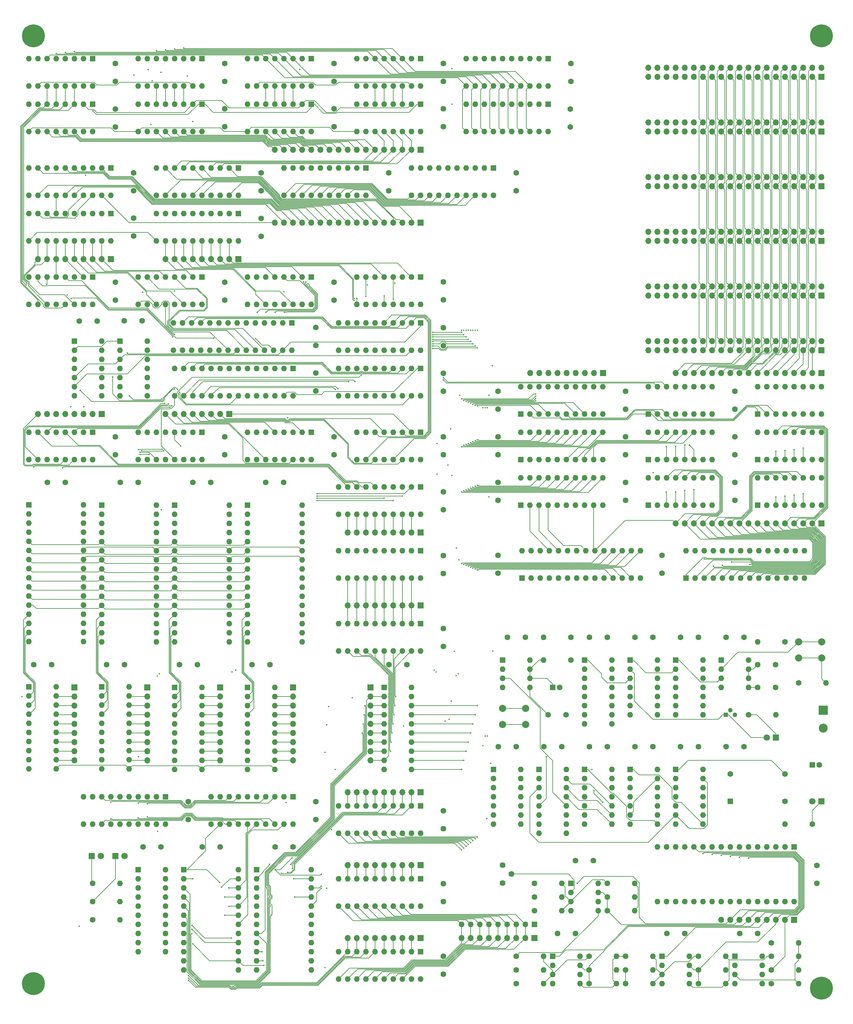
<source format=gbr>
G04 #@! TF.GenerationSoftware,KiCad,Pcbnew,(5.1.0-0)*
G04 #@! TF.CreationDate,2019-10-26T12:04:40-07:00*
G04 #@! TF.ProjectId,MainBoard,4d61696e-426f-4617-9264-2e6b69636164,rev?*
G04 #@! TF.SameCoordinates,Original*
G04 #@! TF.FileFunction,Copper,L1,Top*
G04 #@! TF.FilePolarity,Positive*
%FSLAX46Y46*%
G04 Gerber Fmt 4.6, Leading zero omitted, Abs format (unit mm)*
G04 Created by KiCad (PCBNEW (5.1.0-0)) date 2019-10-26 12:04:40*
%MOMM*%
%LPD*%
G04 APERTURE LIST*
%ADD10O,1.600000X1.600000*%
%ADD11C,1.600000*%
%ADD12R,1.600000X1.600000*%
%ADD13O,1.700000X1.700000*%
%ADD14R,1.700000X1.700000*%
%ADD15C,2.500000*%
%ADD16R,2.500000X2.500000*%
%ADD17C,6.400000*%
%ADD18R,1.300000X1.300000*%
%ADD19C,1.300000*%
%ADD20C,2.000000*%
%ADD21C,1.620000*%
%ADD22C,1.800000*%
%ADD23R,1.800000X1.800000*%
%ADD24C,0.450000*%
%ADD25C,0.127000*%
G04 APERTURE END LIST*
D10*
X389890000Y-330327000D03*
D11*
X382270000Y-330327000D03*
D10*
X304800000Y-121920000D03*
X281940000Y-114300000D03*
X302260000Y-121920000D03*
X284480000Y-114300000D03*
X299720000Y-121920000D03*
X287020000Y-114300000D03*
X297180000Y-121920000D03*
X289560000Y-114300000D03*
X294640000Y-121920000D03*
X292100000Y-114300000D03*
X292100000Y-121920000D03*
X294640000Y-114300000D03*
X289560000Y-121920000D03*
X297180000Y-114300000D03*
X287020000Y-121920000D03*
X299720000Y-114300000D03*
X284480000Y-121920000D03*
X302260000Y-114300000D03*
X281940000Y-121920000D03*
D12*
X304800000Y-114300000D03*
D10*
X269240000Y-121920000D03*
X246380000Y-114300000D03*
X266700000Y-121920000D03*
X248920000Y-114300000D03*
X264160000Y-121920000D03*
X251460000Y-114300000D03*
X261620000Y-121920000D03*
X254000000Y-114300000D03*
X259080000Y-121920000D03*
X256540000Y-114300000D03*
X256540000Y-121920000D03*
X259080000Y-114300000D03*
X254000000Y-121920000D03*
X261620000Y-114300000D03*
X251460000Y-121920000D03*
X264160000Y-114300000D03*
X248920000Y-121920000D03*
X266700000Y-114300000D03*
X246380000Y-121920000D03*
D12*
X269240000Y-114300000D03*
D10*
X233680000Y-121920000D03*
X210820000Y-114300000D03*
X231140000Y-121920000D03*
X213360000Y-114300000D03*
X228600000Y-121920000D03*
X215900000Y-114300000D03*
X226060000Y-121920000D03*
X218440000Y-114300000D03*
X223520000Y-121920000D03*
X220980000Y-114300000D03*
X220980000Y-121920000D03*
X223520000Y-114300000D03*
X218440000Y-121920000D03*
X226060000Y-114300000D03*
X215900000Y-121920000D03*
X228600000Y-114300000D03*
X213360000Y-121920000D03*
X231140000Y-114300000D03*
X210820000Y-121920000D03*
D12*
X233680000Y-114300000D03*
D10*
X198120000Y-121920000D03*
X175260000Y-114300000D03*
X195580000Y-121920000D03*
X177800000Y-114300000D03*
X193040000Y-121920000D03*
X180340000Y-114300000D03*
X190500000Y-121920000D03*
X182880000Y-114300000D03*
X187960000Y-121920000D03*
X185420000Y-114300000D03*
X185420000Y-121920000D03*
X187960000Y-114300000D03*
X182880000Y-121920000D03*
X190500000Y-114300000D03*
X180340000Y-121920000D03*
X193040000Y-114300000D03*
X177800000Y-121920000D03*
X195580000Y-114300000D03*
X175260000Y-121920000D03*
D12*
X198120000Y-114300000D03*
D13*
X243840000Y-129540000D03*
X246380000Y-129540000D03*
X248920000Y-129540000D03*
X251460000Y-129540000D03*
X254000000Y-129540000D03*
X256540000Y-129540000D03*
X259080000Y-129540000D03*
X261620000Y-129540000D03*
X264160000Y-129540000D03*
X266700000Y-129540000D03*
X269240000Y-129540000D03*
X271780000Y-129540000D03*
X274320000Y-129540000D03*
X276860000Y-129540000D03*
X279400000Y-129540000D03*
X281940000Y-129540000D03*
D14*
X284480000Y-129540000D03*
D11*
X311150000Y-115650000D03*
X311150000Y-120650000D03*
X275590000Y-115650000D03*
X275590000Y-120650000D03*
X240030000Y-115650000D03*
X240030000Y-120650000D03*
X204470000Y-115650000D03*
X204470000Y-120650000D03*
D10*
X358540000Y-220980000D03*
X391560000Y-228600000D03*
X361080000Y-220980000D03*
X389020000Y-228600000D03*
X363620000Y-220980000D03*
X386480000Y-228600000D03*
X366160000Y-220980000D03*
X383940000Y-228600000D03*
X368700000Y-220980000D03*
X381400000Y-228600000D03*
X371240000Y-220980000D03*
X378860000Y-228600000D03*
X373780000Y-220980000D03*
X376320000Y-228600000D03*
X376320000Y-220980000D03*
X373780000Y-228600000D03*
X378860000Y-220980000D03*
X371240000Y-228600000D03*
X381400000Y-220980000D03*
X368700000Y-228600000D03*
X383940000Y-220980000D03*
X366160000Y-228600000D03*
X386480000Y-220980000D03*
X363620000Y-228600000D03*
X389020000Y-220980000D03*
X361080000Y-228600000D03*
X391560000Y-220980000D03*
D12*
X358540000Y-228600000D03*
D10*
X312820000Y-220980000D03*
X345840000Y-228600000D03*
X315360000Y-220980000D03*
X343300000Y-228600000D03*
X317900000Y-220980000D03*
X340760000Y-228600000D03*
X320440000Y-220980000D03*
X338220000Y-228600000D03*
X322980000Y-220980000D03*
X335680000Y-228600000D03*
X325520000Y-220980000D03*
X333140000Y-228600000D03*
X328060000Y-220980000D03*
X330600000Y-228600000D03*
X330600000Y-220980000D03*
X328060000Y-228600000D03*
X333140000Y-220980000D03*
X325520000Y-228600000D03*
X335680000Y-220980000D03*
X322980000Y-228600000D03*
X338220000Y-220980000D03*
X320440000Y-228600000D03*
X340760000Y-220980000D03*
X317900000Y-228600000D03*
X343300000Y-220980000D03*
X315360000Y-228600000D03*
X345840000Y-220980000D03*
D12*
X312820000Y-228600000D03*
D13*
X347980000Y-86360000D03*
X347980000Y-88900000D03*
X350520000Y-86360000D03*
X350520000Y-88900000D03*
X353060000Y-86360000D03*
X353060000Y-88900000D03*
X355600000Y-86360000D03*
X355600000Y-88900000D03*
X358140000Y-86360000D03*
X358140000Y-88900000D03*
X360680000Y-86360000D03*
X360680000Y-88900000D03*
X363220000Y-86360000D03*
X363220000Y-88900000D03*
X365760000Y-86360000D03*
X365760000Y-88900000D03*
X368300000Y-86360000D03*
X368300000Y-88900000D03*
X370840000Y-86360000D03*
X370840000Y-88900000D03*
X373380000Y-86360000D03*
X373380000Y-88900000D03*
X375920000Y-86360000D03*
X375920000Y-88900000D03*
X378460000Y-86360000D03*
X378460000Y-88900000D03*
X381000000Y-86360000D03*
X381000000Y-88900000D03*
X383540000Y-86360000D03*
X383540000Y-88900000D03*
X386080000Y-86360000D03*
X386080000Y-88900000D03*
X388620000Y-86360000D03*
X388620000Y-88900000D03*
X391160000Y-86360000D03*
X391160000Y-88900000D03*
X393700000Y-86360000D03*
X393700000Y-88900000D03*
X396240000Y-86360000D03*
D14*
X396240000Y-88900000D03*
D11*
X351790000Y-227250000D03*
X351790000Y-222250000D03*
X306070000Y-227250000D03*
X306070000Y-222250000D03*
D13*
X355600000Y-171450000D03*
X358140000Y-171450000D03*
X360680000Y-171450000D03*
X363220000Y-171450000D03*
X365760000Y-171450000D03*
X368300000Y-171450000D03*
X370840000Y-171450000D03*
X373380000Y-171450000D03*
X375920000Y-171450000D03*
X378460000Y-171450000D03*
X381000000Y-171450000D03*
X383540000Y-171450000D03*
X386080000Y-171450000D03*
X388620000Y-171450000D03*
X391160000Y-171450000D03*
X393700000Y-171450000D03*
D14*
X396240000Y-171450000D03*
D10*
X347980000Y-200660000D03*
X365760000Y-208280000D03*
X350520000Y-200660000D03*
X363220000Y-208280000D03*
X353060000Y-200660000D03*
X360680000Y-208280000D03*
X355600000Y-200660000D03*
X358140000Y-208280000D03*
X358140000Y-200660000D03*
X355600000Y-208280000D03*
X360680000Y-200660000D03*
X353060000Y-208280000D03*
X363220000Y-200660000D03*
X350520000Y-208280000D03*
X365760000Y-200660000D03*
D12*
X347980000Y-208280000D03*
D10*
X378460000Y-200660000D03*
X396240000Y-208280000D03*
X381000000Y-200660000D03*
X393700000Y-208280000D03*
X383540000Y-200660000D03*
X391160000Y-208280000D03*
X386080000Y-200660000D03*
X388620000Y-208280000D03*
X388620000Y-200660000D03*
X386080000Y-208280000D03*
X391160000Y-200660000D03*
X383540000Y-208280000D03*
X393700000Y-200660000D03*
X381000000Y-208280000D03*
X396240000Y-200660000D03*
D12*
X378460000Y-208280000D03*
D10*
X312420000Y-187960000D03*
X335280000Y-195580000D03*
X314960000Y-187960000D03*
X332740000Y-195580000D03*
X317500000Y-187960000D03*
X330200000Y-195580000D03*
X320040000Y-187960000D03*
X327660000Y-195580000D03*
X322580000Y-187960000D03*
X325120000Y-195580000D03*
X325120000Y-187960000D03*
X322580000Y-195580000D03*
X327660000Y-187960000D03*
X320040000Y-195580000D03*
X330200000Y-187960000D03*
X317500000Y-195580000D03*
X332740000Y-187960000D03*
X314960000Y-195580000D03*
X335280000Y-187960000D03*
D12*
X312420000Y-195580000D03*
D10*
X347980000Y-187960000D03*
X365760000Y-195580000D03*
X350520000Y-187960000D03*
X363220000Y-195580000D03*
X353060000Y-187960000D03*
X360680000Y-195580000D03*
X355600000Y-187960000D03*
X358140000Y-195580000D03*
X358140000Y-187960000D03*
X355600000Y-195580000D03*
X360680000Y-187960000D03*
X353060000Y-195580000D03*
X363220000Y-187960000D03*
X350520000Y-195580000D03*
X365760000Y-187960000D03*
D12*
X347980000Y-195580000D03*
D10*
X312420000Y-200660000D03*
X335280000Y-208280000D03*
X314960000Y-200660000D03*
X332740000Y-208280000D03*
X317500000Y-200660000D03*
X330200000Y-208280000D03*
X320040000Y-200660000D03*
X327660000Y-208280000D03*
X322580000Y-200660000D03*
X325120000Y-208280000D03*
X325120000Y-200660000D03*
X322580000Y-208280000D03*
X327660000Y-200660000D03*
X320040000Y-208280000D03*
X330200000Y-200660000D03*
X317500000Y-208280000D03*
X332740000Y-200660000D03*
X314960000Y-208280000D03*
X335280000Y-200660000D03*
D12*
X312420000Y-208280000D03*
D10*
X378460000Y-187960000D03*
X396240000Y-195580000D03*
X381000000Y-187960000D03*
X393700000Y-195580000D03*
X383540000Y-187960000D03*
X391160000Y-195580000D03*
X386080000Y-187960000D03*
X388620000Y-195580000D03*
X388620000Y-187960000D03*
X386080000Y-195580000D03*
X391160000Y-187960000D03*
X383540000Y-195580000D03*
X393700000Y-187960000D03*
X381000000Y-195580000D03*
X396240000Y-187960000D03*
D12*
X378460000Y-195580000D03*
D13*
X355600000Y-213360000D03*
X358140000Y-213360000D03*
X360680000Y-213360000D03*
X363220000Y-213360000D03*
X365760000Y-213360000D03*
X368300000Y-213360000D03*
X370840000Y-213360000D03*
X373380000Y-213360000D03*
X375920000Y-213360000D03*
X378460000Y-213360000D03*
X381000000Y-213360000D03*
X383540000Y-213360000D03*
X386080000Y-213360000D03*
X388620000Y-213360000D03*
X391160000Y-213360000D03*
X393700000Y-213360000D03*
D14*
X396240000Y-213360000D03*
D11*
X306070000Y-206930000D03*
X306070000Y-201930000D03*
X372110000Y-206930000D03*
X372110000Y-201930000D03*
X341630000Y-206930000D03*
X341630000Y-201930000D03*
X372110000Y-194230000D03*
X372110000Y-189230000D03*
X341630000Y-194230000D03*
X341630000Y-189230000D03*
X306070000Y-194230000D03*
X306070000Y-189230000D03*
D10*
X193040000Y-91440000D03*
X175260000Y-83820000D03*
X190500000Y-91440000D03*
X177800000Y-83820000D03*
X187960000Y-91440000D03*
X180340000Y-83820000D03*
X185420000Y-91440000D03*
X182880000Y-83820000D03*
X182880000Y-91440000D03*
X185420000Y-83820000D03*
X180340000Y-91440000D03*
X187960000Y-83820000D03*
X177800000Y-91440000D03*
X190500000Y-83820000D03*
X175260000Y-91440000D03*
D12*
X193040000Y-83820000D03*
D10*
X223520000Y-91440000D03*
X205740000Y-83820000D03*
X220980000Y-91440000D03*
X208280000Y-83820000D03*
X218440000Y-91440000D03*
X210820000Y-83820000D03*
X215900000Y-91440000D03*
X213360000Y-83820000D03*
X213360000Y-91440000D03*
X215900000Y-83820000D03*
X210820000Y-91440000D03*
X218440000Y-83820000D03*
X208280000Y-91440000D03*
X220980000Y-83820000D03*
X205740000Y-91440000D03*
D12*
X223520000Y-83820000D03*
D10*
X320040000Y-91440000D03*
X297180000Y-83820000D03*
X317500000Y-91440000D03*
X299720000Y-83820000D03*
X314960000Y-91440000D03*
X302260000Y-83820000D03*
X312420000Y-91440000D03*
X304800000Y-83820000D03*
X309880000Y-91440000D03*
X307340000Y-83820000D03*
X307340000Y-91440000D03*
X309880000Y-83820000D03*
X304800000Y-91440000D03*
X312420000Y-83820000D03*
X302260000Y-91440000D03*
X314960000Y-83820000D03*
X299720000Y-91440000D03*
X317500000Y-83820000D03*
X297180000Y-91440000D03*
D12*
X320040000Y-83820000D03*
D10*
X254000000Y-91440000D03*
X236220000Y-83820000D03*
X251460000Y-91440000D03*
X238760000Y-83820000D03*
X248920000Y-91440000D03*
X241300000Y-83820000D03*
X246380000Y-91440000D03*
X243840000Y-83820000D03*
X243840000Y-91440000D03*
X246380000Y-83820000D03*
X241300000Y-91440000D03*
X248920000Y-83820000D03*
X238760000Y-91440000D03*
X251460000Y-83820000D03*
X236220000Y-91440000D03*
D12*
X254000000Y-83820000D03*
D10*
X320040000Y-104140000D03*
X297180000Y-96520000D03*
X317500000Y-104140000D03*
X299720000Y-96520000D03*
X314960000Y-104140000D03*
X302260000Y-96520000D03*
X312420000Y-104140000D03*
X304800000Y-96520000D03*
X309880000Y-104140000D03*
X307340000Y-96520000D03*
X307340000Y-104140000D03*
X309880000Y-96520000D03*
X304800000Y-104140000D03*
X312420000Y-96520000D03*
X302260000Y-104140000D03*
X314960000Y-96520000D03*
X299720000Y-104140000D03*
X317500000Y-96520000D03*
X297180000Y-104140000D03*
D12*
X320040000Y-96520000D03*
D10*
X284480000Y-91440000D03*
X266700000Y-83820000D03*
X281940000Y-91440000D03*
X269240000Y-83820000D03*
X279400000Y-91440000D03*
X271780000Y-83820000D03*
X276860000Y-91440000D03*
X274320000Y-83820000D03*
X274320000Y-91440000D03*
X276860000Y-83820000D03*
X271780000Y-91440000D03*
X279400000Y-83820000D03*
X269240000Y-91440000D03*
X281940000Y-83820000D03*
X266700000Y-91440000D03*
D12*
X284480000Y-83820000D03*
D11*
X326390000Y-85170000D03*
X326390000Y-90170000D03*
X326263000Y-97870000D03*
X326263000Y-102870000D03*
X275670000Y-252730000D03*
X280670000Y-252730000D03*
D13*
X264160000Y-236220000D03*
X266700000Y-236220000D03*
X269240000Y-236220000D03*
X271780000Y-236220000D03*
X274320000Y-236220000D03*
X276860000Y-236220000D03*
X279400000Y-236220000D03*
X281940000Y-236220000D03*
D14*
X284480000Y-236220000D03*
D13*
X264160000Y-215900000D03*
X266700000Y-215900000D03*
X269240000Y-215900000D03*
X271780000Y-215900000D03*
X274320000Y-215900000D03*
X276860000Y-215900000D03*
X279400000Y-215900000D03*
X281940000Y-215900000D03*
D14*
X284480000Y-215900000D03*
D10*
X233680000Y-309880000D03*
X218440000Y-337820000D03*
X233680000Y-312420000D03*
X218440000Y-335280000D03*
X233680000Y-314960000D03*
X218440000Y-332740000D03*
X233680000Y-317500000D03*
X218440000Y-330200000D03*
X233680000Y-320040000D03*
X218440000Y-327660000D03*
X233680000Y-322580000D03*
X218440000Y-325120000D03*
X233680000Y-325120000D03*
X218440000Y-322580000D03*
X233680000Y-327660000D03*
X218440000Y-320040000D03*
X233680000Y-330200000D03*
X218440000Y-317500000D03*
X233680000Y-332740000D03*
X218440000Y-314960000D03*
X233680000Y-335280000D03*
X218440000Y-312420000D03*
X233680000Y-337820000D03*
D12*
X218440000Y-309880000D03*
D10*
X254000000Y-309880000D03*
X238760000Y-337820000D03*
X254000000Y-312420000D03*
X238760000Y-335280000D03*
X254000000Y-314960000D03*
X238760000Y-332740000D03*
X254000000Y-317500000D03*
X238760000Y-330200000D03*
X254000000Y-320040000D03*
X238760000Y-327660000D03*
X254000000Y-322580000D03*
X238760000Y-325120000D03*
X254000000Y-325120000D03*
X238760000Y-322580000D03*
X254000000Y-327660000D03*
X238760000Y-320040000D03*
X254000000Y-330200000D03*
X238760000Y-317500000D03*
X254000000Y-332740000D03*
X238760000Y-314960000D03*
X254000000Y-335280000D03*
X238760000Y-312420000D03*
X254000000Y-337820000D03*
D12*
X238760000Y-309880000D03*
D10*
X284480000Y-340360000D03*
X261620000Y-332740000D03*
X281940000Y-340360000D03*
X264160000Y-332740000D03*
X279400000Y-340360000D03*
X266700000Y-332740000D03*
X276860000Y-340360000D03*
X269240000Y-332740000D03*
X274320000Y-340360000D03*
X271780000Y-332740000D03*
X271780000Y-340360000D03*
X274320000Y-332740000D03*
X269240000Y-340360000D03*
X276860000Y-332740000D03*
X266700000Y-340360000D03*
X279400000Y-332740000D03*
X264160000Y-340360000D03*
X281940000Y-332740000D03*
X261620000Y-340360000D03*
D12*
X284480000Y-332740000D03*
D10*
X284480000Y-320040000D03*
X261620000Y-312420000D03*
X281940000Y-320040000D03*
X264160000Y-312420000D03*
X279400000Y-320040000D03*
X266700000Y-312420000D03*
X276860000Y-320040000D03*
X269240000Y-312420000D03*
X274320000Y-320040000D03*
X271780000Y-312420000D03*
X271780000Y-320040000D03*
X274320000Y-312420000D03*
X269240000Y-320040000D03*
X276860000Y-312420000D03*
X266700000Y-320040000D03*
X279400000Y-312420000D03*
X264160000Y-320040000D03*
X281940000Y-312420000D03*
X261620000Y-320040000D03*
D12*
X284480000Y-312420000D03*
D10*
X284480000Y-299720000D03*
X261620000Y-292100000D03*
X281940000Y-299720000D03*
X264160000Y-292100000D03*
X279400000Y-299720000D03*
X266700000Y-292100000D03*
X276860000Y-299720000D03*
X269240000Y-292100000D03*
X274320000Y-299720000D03*
X271780000Y-292100000D03*
X271780000Y-299720000D03*
X274320000Y-292100000D03*
X269240000Y-299720000D03*
X276860000Y-292100000D03*
X266700000Y-299720000D03*
X279400000Y-292100000D03*
X264160000Y-299720000D03*
X281940000Y-292100000D03*
X261620000Y-299720000D03*
D12*
X284480000Y-292100000D03*
D10*
X281940000Y-259080000D03*
X274320000Y-281940000D03*
X281940000Y-261620000D03*
X274320000Y-279400000D03*
X281940000Y-264160000D03*
X274320000Y-276860000D03*
X281940000Y-266700000D03*
X274320000Y-274320000D03*
X281940000Y-269240000D03*
X274320000Y-271780000D03*
X281940000Y-271780000D03*
X274320000Y-269240000D03*
X281940000Y-274320000D03*
X274320000Y-266700000D03*
X281940000Y-276860000D03*
X274320000Y-264160000D03*
X281940000Y-279400000D03*
X274320000Y-261620000D03*
X281940000Y-281940000D03*
D12*
X274320000Y-259080000D03*
D10*
X284480000Y-165100000D03*
X261620000Y-157480000D03*
X281940000Y-165100000D03*
X264160000Y-157480000D03*
X279400000Y-165100000D03*
X266700000Y-157480000D03*
X276860000Y-165100000D03*
X269240000Y-157480000D03*
X274320000Y-165100000D03*
X271780000Y-157480000D03*
X271780000Y-165100000D03*
X274320000Y-157480000D03*
X269240000Y-165100000D03*
X276860000Y-157480000D03*
X266700000Y-165100000D03*
X279400000Y-157480000D03*
X264160000Y-165100000D03*
X281940000Y-157480000D03*
X261620000Y-165100000D03*
D12*
X284480000Y-157480000D03*
D10*
X284480000Y-177800000D03*
X261620000Y-170180000D03*
X281940000Y-177800000D03*
X264160000Y-170180000D03*
X279400000Y-177800000D03*
X266700000Y-170180000D03*
X276860000Y-177800000D03*
X269240000Y-170180000D03*
X274320000Y-177800000D03*
X271780000Y-170180000D03*
X271780000Y-177800000D03*
X274320000Y-170180000D03*
X269240000Y-177800000D03*
X276860000Y-170180000D03*
X266700000Y-177800000D03*
X279400000Y-170180000D03*
X264160000Y-177800000D03*
X281940000Y-170180000D03*
X261620000Y-177800000D03*
D12*
X284480000Y-170180000D03*
D10*
X248615800Y-165100000D03*
X215595800Y-157480000D03*
X246075800Y-165100000D03*
X218135800Y-157480000D03*
X243535800Y-165100000D03*
X220675800Y-157480000D03*
X240995800Y-165100000D03*
X223215800Y-157480000D03*
X238455800Y-165100000D03*
X225755800Y-157480000D03*
X235915800Y-165100000D03*
X228295800Y-157480000D03*
X233375800Y-165100000D03*
X230835800Y-157480000D03*
X230835800Y-165100000D03*
X233375800Y-157480000D03*
X228295800Y-165100000D03*
X235915800Y-157480000D03*
X225755800Y-165100000D03*
X238455800Y-157480000D03*
X223215800Y-165100000D03*
X240995800Y-157480000D03*
X220675800Y-165100000D03*
X243535800Y-157480000D03*
X218135800Y-165100000D03*
X246075800Y-157480000D03*
X215595800Y-165100000D03*
D12*
X248615800Y-157480000D03*
D10*
X248920000Y-177800000D03*
X215900000Y-170180000D03*
X246380000Y-177800000D03*
X218440000Y-170180000D03*
X243840000Y-177800000D03*
X220980000Y-170180000D03*
X241300000Y-177800000D03*
X223520000Y-170180000D03*
X238760000Y-177800000D03*
X226060000Y-170180000D03*
X236220000Y-177800000D03*
X228600000Y-170180000D03*
X233680000Y-177800000D03*
X231140000Y-170180000D03*
X231140000Y-177800000D03*
X233680000Y-170180000D03*
X228600000Y-177800000D03*
X236220000Y-170180000D03*
X226060000Y-177800000D03*
X238760000Y-170180000D03*
X223520000Y-177800000D03*
X241300000Y-170180000D03*
X220980000Y-177800000D03*
X243840000Y-170180000D03*
X218440000Y-177800000D03*
X246380000Y-170180000D03*
X215900000Y-177800000D03*
D12*
X248920000Y-170180000D03*
D13*
X248920000Y-279400000D03*
X248920000Y-276860000D03*
X248920000Y-274320000D03*
X248920000Y-271780000D03*
X248920000Y-269240000D03*
X248920000Y-266700000D03*
X248920000Y-264160000D03*
X248920000Y-261620000D03*
D14*
X248920000Y-259080000D03*
D13*
X228600000Y-279400000D03*
X228600000Y-276860000D03*
X228600000Y-274320000D03*
X228600000Y-271780000D03*
X228600000Y-269240000D03*
X228600000Y-266700000D03*
X228600000Y-264160000D03*
X228600000Y-261620000D03*
D14*
X228600000Y-259080000D03*
D13*
X208280000Y-279400000D03*
X208280000Y-276860000D03*
X208280000Y-274320000D03*
X208280000Y-271780000D03*
X208280000Y-269240000D03*
X208280000Y-266700000D03*
X208280000Y-264160000D03*
X208280000Y-261620000D03*
D14*
X208280000Y-259080000D03*
D13*
X187960000Y-279400000D03*
X187960000Y-276860000D03*
X187960000Y-274320000D03*
X187960000Y-271780000D03*
X187960000Y-269240000D03*
X187960000Y-266700000D03*
X187960000Y-264160000D03*
X187960000Y-261620000D03*
D14*
X187960000Y-259080000D03*
D10*
X203200000Y-258922000D03*
X195580000Y-281782000D03*
X203200000Y-261462000D03*
X195580000Y-279242000D03*
X203200000Y-264002000D03*
X195580000Y-276702000D03*
X203200000Y-266542000D03*
X195580000Y-274162000D03*
X203200000Y-269082000D03*
X195580000Y-271622000D03*
X203200000Y-271622000D03*
X195580000Y-269082000D03*
X203200000Y-274162000D03*
X195580000Y-266542000D03*
X203200000Y-276702000D03*
X195580000Y-264002000D03*
X203200000Y-279242000D03*
X195580000Y-261462000D03*
X203200000Y-281782000D03*
D12*
X195580000Y-258922000D03*
D10*
X182880000Y-258922000D03*
X175260000Y-281782000D03*
X182880000Y-261462000D03*
X175260000Y-279242000D03*
X182880000Y-264002000D03*
X175260000Y-276702000D03*
X182880000Y-266542000D03*
X175260000Y-274162000D03*
X182880000Y-269082000D03*
X175260000Y-271622000D03*
X182880000Y-271622000D03*
X175260000Y-269082000D03*
X182880000Y-274162000D03*
X175260000Y-266542000D03*
X182880000Y-276702000D03*
X175260000Y-264002000D03*
X182880000Y-279242000D03*
X175260000Y-261462000D03*
X182880000Y-281782000D03*
D12*
X175260000Y-258922000D03*
D10*
X210820000Y-208280000D03*
X195580000Y-246380000D03*
X210820000Y-210820000D03*
X195580000Y-243840000D03*
X210820000Y-213360000D03*
X195580000Y-241300000D03*
X210820000Y-215900000D03*
X195580000Y-238760000D03*
X210820000Y-218440000D03*
X195580000Y-236220000D03*
X210820000Y-220980000D03*
X195580000Y-233680000D03*
X210820000Y-223520000D03*
X195580000Y-231140000D03*
X210820000Y-226060000D03*
X195580000Y-228600000D03*
X210820000Y-228600000D03*
X195580000Y-226060000D03*
X210820000Y-231140000D03*
X195580000Y-223520000D03*
X210820000Y-233680000D03*
X195580000Y-220980000D03*
X210820000Y-236220000D03*
X195580000Y-218440000D03*
X210820000Y-238760000D03*
X195580000Y-215900000D03*
X210820000Y-241300000D03*
X195580000Y-213360000D03*
X210820000Y-243840000D03*
X195580000Y-210820000D03*
X210820000Y-246380000D03*
D12*
X195580000Y-208280000D03*
D10*
X190500000Y-208172000D03*
X175260000Y-246272000D03*
X190500000Y-210712000D03*
X175260000Y-243732000D03*
X190500000Y-213252000D03*
X175260000Y-241192000D03*
X190500000Y-215792000D03*
X175260000Y-238652000D03*
X190500000Y-218332000D03*
X175260000Y-236112000D03*
X190500000Y-220872000D03*
X175260000Y-233572000D03*
X190500000Y-223412000D03*
X175260000Y-231032000D03*
X190500000Y-225952000D03*
X175260000Y-228492000D03*
X190500000Y-228492000D03*
X175260000Y-225952000D03*
X190500000Y-231032000D03*
X175260000Y-223412000D03*
X190500000Y-233572000D03*
X175260000Y-220872000D03*
X190500000Y-236112000D03*
X175260000Y-218332000D03*
X190500000Y-238652000D03*
X175260000Y-215792000D03*
X190500000Y-241192000D03*
X175260000Y-213252000D03*
X190500000Y-243732000D03*
X175260000Y-210712000D03*
X190500000Y-246272000D03*
D12*
X175260000Y-208172000D03*
D11*
X180420000Y-201930000D03*
X185420000Y-201930000D03*
X196930000Y-252730000D03*
X201930000Y-252730000D03*
X176610000Y-252730000D03*
X181610000Y-252730000D03*
X200740000Y-201930000D03*
X205740000Y-201930000D03*
D10*
X378460000Y-175260000D03*
X396240000Y-182880000D03*
X381000000Y-175260000D03*
X393700000Y-182880000D03*
X383540000Y-175260000D03*
X391160000Y-182880000D03*
X386080000Y-175260000D03*
X388620000Y-182880000D03*
X388620000Y-175260000D03*
X386080000Y-182880000D03*
X391160000Y-175260000D03*
X383540000Y-182880000D03*
X393700000Y-175260000D03*
X381000000Y-182880000D03*
X396240000Y-175260000D03*
D12*
X378460000Y-182880000D03*
D15*
X396748000Y-270430000D03*
D16*
X396748000Y-265430000D03*
D17*
X396240000Y-342900000D03*
X396240000Y-77470000D03*
X176530000Y-341630000D03*
X176530000Y-77470000D03*
D10*
X208280000Y-162560000D03*
X200660000Y-177800000D03*
X208280000Y-165100000D03*
X200660000Y-175260000D03*
X208280000Y-167640000D03*
X200660000Y-172720000D03*
X208280000Y-170180000D03*
X200660000Y-170180000D03*
X208280000Y-172720000D03*
X200660000Y-167640000D03*
X208280000Y-175260000D03*
X200660000Y-165100000D03*
X208280000Y-177800000D03*
D12*
X200660000Y-162560000D03*
D10*
X195580000Y-162560000D03*
X187960000Y-177800000D03*
X195580000Y-165100000D03*
X187960000Y-175260000D03*
X195580000Y-167640000D03*
X187960000Y-172720000D03*
X195580000Y-170180000D03*
X187960000Y-170180000D03*
X195580000Y-172720000D03*
X187960000Y-167640000D03*
X195580000Y-175260000D03*
X187960000Y-165100000D03*
X195580000Y-177800000D03*
D12*
X187960000Y-162560000D03*
D11*
X290830000Y-158830000D03*
X290830000Y-163830000D03*
X372110000Y-181530000D03*
X372110000Y-176530000D03*
D13*
X347980000Y-116840000D03*
X347980000Y-119380000D03*
X350520000Y-116840000D03*
X350520000Y-119380000D03*
X353060000Y-116840000D03*
X353060000Y-119380000D03*
X355600000Y-116840000D03*
X355600000Y-119380000D03*
X358140000Y-116840000D03*
X358140000Y-119380000D03*
X360680000Y-116840000D03*
X360680000Y-119380000D03*
X363220000Y-116840000D03*
X363220000Y-119380000D03*
X365760000Y-116840000D03*
X365760000Y-119380000D03*
X368300000Y-116840000D03*
X368300000Y-119380000D03*
X370840000Y-116840000D03*
X370840000Y-119380000D03*
X373380000Y-116840000D03*
X373380000Y-119380000D03*
X375920000Y-116840000D03*
X375920000Y-119380000D03*
X378460000Y-116840000D03*
X378460000Y-119380000D03*
X381000000Y-116840000D03*
X381000000Y-119380000D03*
X383540000Y-116840000D03*
X383540000Y-119380000D03*
X386080000Y-116840000D03*
X386080000Y-119380000D03*
X388620000Y-116840000D03*
X388620000Y-119380000D03*
X391160000Y-116840000D03*
X391160000Y-119380000D03*
X393700000Y-116840000D03*
X393700000Y-119380000D03*
X396240000Y-116840000D03*
D14*
X396240000Y-119380000D03*
D13*
X347980000Y-147320000D03*
X347980000Y-149860000D03*
X350520000Y-147320000D03*
X350520000Y-149860000D03*
X353060000Y-147320000D03*
X353060000Y-149860000D03*
X355600000Y-147320000D03*
X355600000Y-149860000D03*
X358140000Y-147320000D03*
X358140000Y-149860000D03*
X360680000Y-147320000D03*
X360680000Y-149860000D03*
X363220000Y-147320000D03*
X363220000Y-149860000D03*
X365760000Y-147320000D03*
X365760000Y-149860000D03*
X368300000Y-147320000D03*
X368300000Y-149860000D03*
X370840000Y-147320000D03*
X370840000Y-149860000D03*
X373380000Y-147320000D03*
X373380000Y-149860000D03*
X375920000Y-147320000D03*
X375920000Y-149860000D03*
X378460000Y-147320000D03*
X378460000Y-149860000D03*
X381000000Y-147320000D03*
X381000000Y-149860000D03*
X383540000Y-147320000D03*
X383540000Y-149860000D03*
X386080000Y-147320000D03*
X386080000Y-149860000D03*
X388620000Y-147320000D03*
X388620000Y-149860000D03*
X391160000Y-147320000D03*
X391160000Y-149860000D03*
X393700000Y-147320000D03*
X393700000Y-149860000D03*
X396240000Y-147320000D03*
D14*
X396240000Y-149860000D03*
D13*
X347980000Y-162560000D03*
X347980000Y-165100000D03*
X350520000Y-162560000D03*
X350520000Y-165100000D03*
X353060000Y-162560000D03*
X353060000Y-165100000D03*
X355600000Y-162560000D03*
X355600000Y-165100000D03*
X358140000Y-162560000D03*
X358140000Y-165100000D03*
X360680000Y-162560000D03*
X360680000Y-165100000D03*
X363220000Y-162560000D03*
X363220000Y-165100000D03*
X365760000Y-162560000D03*
X365760000Y-165100000D03*
X368300000Y-162560000D03*
X368300000Y-165100000D03*
X370840000Y-162560000D03*
X370840000Y-165100000D03*
X373380000Y-162560000D03*
X373380000Y-165100000D03*
X375920000Y-162560000D03*
X375920000Y-165100000D03*
X378460000Y-162560000D03*
X378460000Y-165100000D03*
X381000000Y-162560000D03*
X381000000Y-165100000D03*
X383540000Y-162560000D03*
X383540000Y-165100000D03*
X386080000Y-162560000D03*
X386080000Y-165100000D03*
X388620000Y-162560000D03*
X388620000Y-165100000D03*
X391160000Y-162560000D03*
X391160000Y-165100000D03*
X393700000Y-162560000D03*
X393700000Y-165100000D03*
X396240000Y-162560000D03*
D14*
X396240000Y-165100000D03*
D13*
X347980000Y-132080000D03*
X347980000Y-134620000D03*
X350520000Y-132080000D03*
X350520000Y-134620000D03*
X353060000Y-132080000D03*
X353060000Y-134620000D03*
X355600000Y-132080000D03*
X355600000Y-134620000D03*
X358140000Y-132080000D03*
X358140000Y-134620000D03*
X360680000Y-132080000D03*
X360680000Y-134620000D03*
X363220000Y-132080000D03*
X363220000Y-134620000D03*
X365760000Y-132080000D03*
X365760000Y-134620000D03*
X368300000Y-132080000D03*
X368300000Y-134620000D03*
X370840000Y-132080000D03*
X370840000Y-134620000D03*
X373380000Y-132080000D03*
X373380000Y-134620000D03*
X375920000Y-132080000D03*
X375920000Y-134620000D03*
X378460000Y-132080000D03*
X378460000Y-134620000D03*
X381000000Y-132080000D03*
X381000000Y-134620000D03*
X383540000Y-132080000D03*
X383540000Y-134620000D03*
X386080000Y-132080000D03*
X386080000Y-134620000D03*
X388620000Y-132080000D03*
X388620000Y-134620000D03*
X391160000Y-132080000D03*
X391160000Y-134620000D03*
X393700000Y-132080000D03*
X393700000Y-134620000D03*
X396240000Y-132080000D03*
D14*
X396240000Y-134620000D03*
D13*
X347980000Y-101600000D03*
X347980000Y-104140000D03*
X350520000Y-101600000D03*
X350520000Y-104140000D03*
X353060000Y-101600000D03*
X353060000Y-104140000D03*
X355600000Y-101600000D03*
X355600000Y-104140000D03*
X358140000Y-101600000D03*
X358140000Y-104140000D03*
X360680000Y-101600000D03*
X360680000Y-104140000D03*
X363220000Y-101600000D03*
X363220000Y-104140000D03*
X365760000Y-101600000D03*
X365760000Y-104140000D03*
X368300000Y-101600000D03*
X368300000Y-104140000D03*
X370840000Y-101600000D03*
X370840000Y-104140000D03*
X373380000Y-101600000D03*
X373380000Y-104140000D03*
X375920000Y-101600000D03*
X375920000Y-104140000D03*
X378460000Y-101600000D03*
X378460000Y-104140000D03*
X381000000Y-101600000D03*
X381000000Y-104140000D03*
X383540000Y-101600000D03*
X383540000Y-104140000D03*
X386080000Y-101600000D03*
X386080000Y-104140000D03*
X388620000Y-101600000D03*
X388620000Y-104140000D03*
X391160000Y-101600000D03*
X391160000Y-104140000D03*
X393700000Y-101600000D03*
X393700000Y-104140000D03*
X396240000Y-101600000D03*
D14*
X396240000Y-104140000D03*
D10*
X243835800Y-259080000D03*
X236215800Y-281940000D03*
X243835800Y-261620000D03*
X236215800Y-279400000D03*
X243835800Y-264160000D03*
X236215800Y-276860000D03*
X243835800Y-266700000D03*
X236215800Y-274320000D03*
X243835800Y-269240000D03*
X236215800Y-271780000D03*
X243835800Y-271780000D03*
X236215800Y-269240000D03*
X243835800Y-274320000D03*
X236215800Y-266700000D03*
X243835800Y-276860000D03*
X236215800Y-264160000D03*
X243835800Y-279400000D03*
X236215800Y-261620000D03*
X243835800Y-281940000D03*
D12*
X236215800Y-259080000D03*
D11*
X369650000Y-245110000D03*
X374650000Y-245110000D03*
X386080000Y-290830000D03*
X386080000Y-283210000D03*
X370840000Y-283210000D03*
D12*
X370840000Y-290830000D03*
D10*
X383540000Y-266700000D03*
D11*
X375920000Y-266700000D03*
D10*
X378460000Y-246380000D03*
D11*
X386080000Y-246380000D03*
D10*
X397510000Y-257810000D03*
D11*
X389890000Y-257810000D03*
X383460000Y-252730000D03*
X378460000Y-252730000D03*
X383460000Y-259080000D03*
X378460000Y-259080000D03*
D10*
X318770000Y-251460000D03*
D11*
X326390000Y-251460000D03*
D10*
X318770000Y-245110000D03*
D11*
X326390000Y-245110000D03*
X325040000Y-266700000D03*
X320040000Y-266700000D03*
X323310000Y-259080000D03*
D12*
X321310000Y-259080000D03*
D10*
X251460000Y-208280000D03*
X236220000Y-246380000D03*
X251460000Y-210820000D03*
X236220000Y-243840000D03*
X251460000Y-213360000D03*
X236220000Y-241300000D03*
X251460000Y-215900000D03*
X236220000Y-238760000D03*
X251460000Y-218440000D03*
X236220000Y-236220000D03*
X251460000Y-220980000D03*
X236220000Y-233680000D03*
X251460000Y-223520000D03*
X236220000Y-231140000D03*
X251460000Y-226060000D03*
X236220000Y-228600000D03*
X251460000Y-228600000D03*
X236220000Y-226060000D03*
X251460000Y-231140000D03*
X236220000Y-223520000D03*
X251460000Y-233680000D03*
X236220000Y-220980000D03*
X251460000Y-236220000D03*
X236220000Y-218440000D03*
X251460000Y-238760000D03*
X236220000Y-215900000D03*
X251460000Y-241300000D03*
X236220000Y-213360000D03*
X251460000Y-243840000D03*
X236220000Y-210820000D03*
X251460000Y-246380000D03*
D12*
X236220000Y-208280000D03*
D13*
X177800000Y-182880000D03*
X180340000Y-182880000D03*
X182880000Y-182880000D03*
X185420000Y-182880000D03*
X187960000Y-182880000D03*
X190500000Y-182880000D03*
X193040000Y-182880000D03*
D14*
X195580000Y-182880000D03*
D13*
X213360000Y-182880000D03*
X215900000Y-182880000D03*
X218440000Y-182880000D03*
X220980000Y-182880000D03*
X223520000Y-182880000D03*
X226060000Y-182880000D03*
X228600000Y-182880000D03*
D14*
X231140000Y-182880000D03*
D13*
X177800000Y-139700000D03*
X180340000Y-139700000D03*
X182880000Y-139700000D03*
X185420000Y-139700000D03*
X187960000Y-139700000D03*
X190500000Y-139700000D03*
X193040000Y-139700000D03*
X195580000Y-139700000D03*
D14*
X198120000Y-139700000D03*
D13*
X213360000Y-139700000D03*
X215900000Y-139700000D03*
X218440000Y-139700000D03*
X220980000Y-139700000D03*
X223520000Y-139700000D03*
X226060000Y-139700000D03*
X228600000Y-139700000D03*
X231140000Y-139700000D03*
D14*
X233680000Y-139700000D03*
D10*
X213360000Y-309880000D03*
X205740000Y-332740000D03*
X213360000Y-312420000D03*
X205740000Y-330200000D03*
X213360000Y-314960000D03*
X205740000Y-327660000D03*
X213360000Y-317500000D03*
X205740000Y-325120000D03*
X213360000Y-320040000D03*
X205740000Y-322580000D03*
X213360000Y-322580000D03*
X205740000Y-320040000D03*
X213360000Y-325120000D03*
X205740000Y-317500000D03*
X213360000Y-327660000D03*
X205740000Y-314960000D03*
X213360000Y-330200000D03*
X205740000Y-312420000D03*
X213360000Y-332740000D03*
D12*
X205740000Y-309880000D03*
D10*
X248920000Y-297180000D03*
X226060000Y-289560000D03*
X246380000Y-297180000D03*
X228600000Y-289560000D03*
X243840000Y-297180000D03*
X231140000Y-289560000D03*
X241300000Y-297180000D03*
X233680000Y-289560000D03*
X238760000Y-297180000D03*
X236220000Y-289560000D03*
X236220000Y-297180000D03*
X238760000Y-289560000D03*
X233680000Y-297180000D03*
X241300000Y-289560000D03*
X231140000Y-297180000D03*
X243840000Y-289560000D03*
X228600000Y-297180000D03*
X246380000Y-289560000D03*
X226060000Y-297180000D03*
D12*
X248920000Y-289560000D03*
D10*
X213360000Y-297180000D03*
X190500000Y-289560000D03*
X210820000Y-297180000D03*
X193040000Y-289560000D03*
X208280000Y-297180000D03*
X195580000Y-289560000D03*
X205740000Y-297180000D03*
X198120000Y-289560000D03*
X203200000Y-297180000D03*
X200660000Y-289560000D03*
X200660000Y-297180000D03*
X203200000Y-289560000D03*
X198120000Y-297180000D03*
X205740000Y-289560000D03*
X195580000Y-297180000D03*
X208280000Y-289560000D03*
X193040000Y-297180000D03*
X210820000Y-289560000D03*
X190500000Y-297180000D03*
D12*
X213360000Y-289560000D03*
D10*
X337820000Y-251460000D03*
X330200000Y-269240000D03*
X337820000Y-254000000D03*
X330200000Y-266700000D03*
X337820000Y-256540000D03*
X330200000Y-264160000D03*
X337820000Y-259080000D03*
X330200000Y-261620000D03*
X337820000Y-261620000D03*
X330200000Y-259080000D03*
X337820000Y-264160000D03*
X330200000Y-256540000D03*
X337820000Y-266700000D03*
X330200000Y-254000000D03*
X337820000Y-269240000D03*
D12*
X330200000Y-251460000D03*
D10*
X350520000Y-251460000D03*
X342900000Y-266700000D03*
X350520000Y-254000000D03*
X342900000Y-264160000D03*
X350520000Y-256540000D03*
X342900000Y-261620000D03*
X350520000Y-259080000D03*
X342900000Y-259080000D03*
X350520000Y-261620000D03*
X342900000Y-256540000D03*
X350520000Y-264160000D03*
X342900000Y-254000000D03*
X350520000Y-266700000D03*
D12*
X342900000Y-251460000D03*
D10*
X363220000Y-251460000D03*
X355600000Y-266700000D03*
X363220000Y-254000000D03*
X355600000Y-264160000D03*
X363220000Y-256540000D03*
X355600000Y-261620000D03*
X363220000Y-259080000D03*
X355600000Y-259080000D03*
X363220000Y-261620000D03*
X355600000Y-256540000D03*
X363220000Y-264160000D03*
X355600000Y-254000000D03*
X363220000Y-266700000D03*
D12*
X355600000Y-251460000D03*
D18*
X369570000Y-266700000D03*
D19*
X372110000Y-266700000D03*
X370840000Y-265430000D03*
D10*
X375920000Y-251460000D03*
X368300000Y-259080000D03*
X375920000Y-254000000D03*
X368300000Y-256540000D03*
X375920000Y-256540000D03*
X368300000Y-254000000D03*
X375920000Y-259080000D03*
D12*
X368300000Y-251460000D03*
D10*
X337820000Y-281940000D03*
X330200000Y-297180000D03*
X337820000Y-284480000D03*
X330200000Y-294640000D03*
X337820000Y-287020000D03*
X330200000Y-292100000D03*
X337820000Y-289560000D03*
X330200000Y-289560000D03*
X337820000Y-292100000D03*
X330200000Y-287020000D03*
X337820000Y-294640000D03*
X330200000Y-284480000D03*
X337820000Y-297180000D03*
D12*
X330200000Y-281940000D03*
D10*
X350520000Y-281940000D03*
X342900000Y-297180000D03*
X350520000Y-284480000D03*
X342900000Y-294640000D03*
X350520000Y-287020000D03*
X342900000Y-292100000D03*
X350520000Y-289560000D03*
X342900000Y-289560000D03*
X350520000Y-292100000D03*
X342900000Y-287020000D03*
X350520000Y-294640000D03*
X342900000Y-284480000D03*
X350520000Y-297180000D03*
D12*
X342900000Y-281940000D03*
D10*
X325120000Y-281940000D03*
X317500000Y-299720000D03*
X325120000Y-284480000D03*
X317500000Y-297180000D03*
X325120000Y-287020000D03*
X317500000Y-294640000D03*
X325120000Y-289560000D03*
X317500000Y-292100000D03*
X325120000Y-292100000D03*
X317500000Y-289560000D03*
X325120000Y-294640000D03*
X317500000Y-287020000D03*
X325120000Y-297180000D03*
X317500000Y-284480000D03*
X325120000Y-299720000D03*
D12*
X317500000Y-281940000D03*
D10*
X363220000Y-281940000D03*
X355600000Y-297180000D03*
X363220000Y-284480000D03*
X355600000Y-294640000D03*
X363220000Y-287020000D03*
X355600000Y-292100000D03*
X363220000Y-289560000D03*
X355600000Y-289560000D03*
X363220000Y-292100000D03*
X355600000Y-287020000D03*
X363220000Y-294640000D03*
X355600000Y-284480000D03*
X363220000Y-297180000D03*
D12*
X355600000Y-281940000D03*
D10*
X314960000Y-251460000D03*
X307340000Y-259080000D03*
X314960000Y-254000000D03*
X307340000Y-256540000D03*
X314960000Y-256540000D03*
X307340000Y-254000000D03*
X314960000Y-259080000D03*
D12*
X307340000Y-251460000D03*
D10*
X312420000Y-281940000D03*
X304800000Y-297180000D03*
X312420000Y-284480000D03*
X304800000Y-294640000D03*
X312420000Y-287020000D03*
X304800000Y-292100000D03*
X312420000Y-289560000D03*
X304800000Y-289560000D03*
X312420000Y-292100000D03*
X304800000Y-287020000D03*
X312420000Y-294640000D03*
X304800000Y-284480000D03*
X312420000Y-297180000D03*
D12*
X304800000Y-281940000D03*
D10*
X379730000Y-334010000D03*
X372110000Y-341630000D03*
X379730000Y-336550000D03*
X372110000Y-339090000D03*
X379730000Y-339090000D03*
X372110000Y-336550000D03*
X379730000Y-341630000D03*
D12*
X372110000Y-334010000D03*
D10*
X359410000Y-334010000D03*
X351790000Y-341630000D03*
X359410000Y-336550000D03*
X351790000Y-339090000D03*
X359410000Y-339090000D03*
X351790000Y-336550000D03*
X359410000Y-341630000D03*
D12*
X351790000Y-334010000D03*
D10*
X388616200Y-318768200D03*
X350516200Y-303528200D03*
X386076200Y-318768200D03*
X353056200Y-303528200D03*
X383536200Y-318768200D03*
X355596200Y-303528200D03*
X380996200Y-318768200D03*
X358136200Y-303528200D03*
X378456200Y-318768200D03*
X360676200Y-303528200D03*
X375916200Y-318768200D03*
X363216200Y-303528200D03*
X373376200Y-318768200D03*
X365756200Y-303528200D03*
X370836200Y-318768200D03*
X368296200Y-303528200D03*
X368296200Y-318768200D03*
X370836200Y-303528200D03*
X365756200Y-318768200D03*
X373376200Y-303528200D03*
X363216200Y-318768200D03*
X375916200Y-303528200D03*
X360676200Y-318768200D03*
X378456200Y-303528200D03*
X358136200Y-318768200D03*
X380996200Y-303528200D03*
X355596200Y-318768200D03*
X383536200Y-303528200D03*
X353056200Y-318768200D03*
X386076200Y-303528200D03*
X350516200Y-318768200D03*
D12*
X388616200Y-303528200D03*
D10*
X328930000Y-334010000D03*
X321310000Y-341630000D03*
X328930000Y-336550000D03*
X321310000Y-339090000D03*
X328930000Y-339090000D03*
X321310000Y-336550000D03*
X328930000Y-341630000D03*
D12*
X321310000Y-334010000D03*
D10*
X334010000Y-313690000D03*
X326390000Y-321310000D03*
X334010000Y-316230000D03*
X326390000Y-318770000D03*
X334010000Y-318770000D03*
X326390000Y-316230000D03*
X334010000Y-321310000D03*
D12*
X326390000Y-313690000D03*
D10*
X284489000Y-248915800D03*
X261629000Y-241295800D03*
X281949000Y-248915800D03*
X264169000Y-241295800D03*
X279409000Y-248915800D03*
X266709000Y-241295800D03*
X276869000Y-248915800D03*
X269249000Y-241295800D03*
X274329000Y-248915800D03*
X271789000Y-241295800D03*
X271789000Y-248915800D03*
X274329000Y-241295800D03*
X269249000Y-248915800D03*
X276869000Y-241295800D03*
X266709000Y-248915800D03*
X279409000Y-241295800D03*
X264169000Y-248915800D03*
X281949000Y-241295800D03*
X261629000Y-248915800D03*
D12*
X284489000Y-241295800D03*
D10*
X223515800Y-259071000D03*
X215895800Y-281931000D03*
X223515800Y-261611000D03*
X215895800Y-279391000D03*
X223515800Y-264151000D03*
X215895800Y-276851000D03*
X223515800Y-266691000D03*
X215895800Y-274311000D03*
X223515800Y-269231000D03*
X215895800Y-271771000D03*
X223515800Y-271771000D03*
X215895800Y-269231000D03*
X223515800Y-274311000D03*
X215895800Y-266691000D03*
X223515800Y-276851000D03*
X215895800Y-264151000D03*
X223515800Y-279391000D03*
X215895800Y-261611000D03*
X223515800Y-281931000D03*
D12*
X215895800Y-259071000D03*
D10*
X231140000Y-208280000D03*
X215900000Y-246380000D03*
X231140000Y-210820000D03*
X215900000Y-243840000D03*
X231140000Y-213360000D03*
X215900000Y-241300000D03*
X231140000Y-215900000D03*
X215900000Y-238760000D03*
X231140000Y-218440000D03*
X215900000Y-236220000D03*
X231140000Y-220980000D03*
X215900000Y-233680000D03*
X231140000Y-223520000D03*
X215900000Y-231140000D03*
X231140000Y-226060000D03*
X215900000Y-228600000D03*
X231140000Y-228600000D03*
X215900000Y-226060000D03*
X231140000Y-231140000D03*
X215900000Y-223520000D03*
X231140000Y-233680000D03*
X215900000Y-220980000D03*
X231140000Y-236220000D03*
X215900000Y-218440000D03*
X231140000Y-238760000D03*
X215900000Y-215900000D03*
X231140000Y-241300000D03*
X215900000Y-213360000D03*
X231140000Y-243840000D03*
X215900000Y-210820000D03*
X231140000Y-246380000D03*
D12*
X215900000Y-208280000D03*
D10*
X284480000Y-210820000D03*
X261620000Y-203200000D03*
X281940000Y-210820000D03*
X264160000Y-203200000D03*
X279400000Y-210820000D03*
X266700000Y-203200000D03*
X276860000Y-210820000D03*
X269240000Y-203200000D03*
X274320000Y-210820000D03*
X271780000Y-203200000D03*
X271780000Y-210820000D03*
X274320000Y-203200000D03*
X269240000Y-210820000D03*
X276860000Y-203200000D03*
X266700000Y-210820000D03*
X279400000Y-203200000D03*
X264160000Y-210820000D03*
X281940000Y-203200000D03*
X261620000Y-210820000D03*
D12*
X284480000Y-203200000D03*
D10*
X193040000Y-195580000D03*
X175260000Y-187960000D03*
X190500000Y-195580000D03*
X177800000Y-187960000D03*
X187960000Y-195580000D03*
X180340000Y-187960000D03*
X185420000Y-195580000D03*
X182880000Y-187960000D03*
X182880000Y-195580000D03*
X185420000Y-187960000D03*
X180340000Y-195580000D03*
X187960000Y-187960000D03*
X177800000Y-195580000D03*
X190500000Y-187960000D03*
X175260000Y-195580000D03*
D12*
X193040000Y-187960000D03*
D10*
X223520000Y-195580000D03*
X205740000Y-187960000D03*
X220980000Y-195580000D03*
X208280000Y-187960000D03*
X218440000Y-195580000D03*
X210820000Y-187960000D03*
X215900000Y-195580000D03*
X213360000Y-187960000D03*
X213360000Y-195580000D03*
X215900000Y-187960000D03*
X210820000Y-195580000D03*
X218440000Y-187960000D03*
X208280000Y-195580000D03*
X220980000Y-187960000D03*
X205740000Y-195580000D03*
D12*
X223520000Y-187960000D03*
D10*
X284480000Y-228600000D03*
X261620000Y-220980000D03*
X281940000Y-228600000D03*
X264160000Y-220980000D03*
X279400000Y-228600000D03*
X266700000Y-220980000D03*
X276860000Y-228600000D03*
X269240000Y-220980000D03*
X274320000Y-228600000D03*
X271780000Y-220980000D03*
X271780000Y-228600000D03*
X274320000Y-220980000D03*
X269240000Y-228600000D03*
X276860000Y-220980000D03*
X266700000Y-228600000D03*
X279400000Y-220980000D03*
X264160000Y-228600000D03*
X281940000Y-220980000D03*
X261620000Y-228600000D03*
D12*
X284480000Y-220980000D03*
D10*
X254000000Y-195580000D03*
X236220000Y-187960000D03*
X251460000Y-195580000D03*
X238760000Y-187960000D03*
X248920000Y-195580000D03*
X241300000Y-187960000D03*
X246380000Y-195580000D03*
X243840000Y-187960000D03*
X243840000Y-195580000D03*
X246380000Y-187960000D03*
X241300000Y-195580000D03*
X248920000Y-187960000D03*
X238760000Y-195580000D03*
X251460000Y-187960000D03*
X236220000Y-195580000D03*
D12*
X254000000Y-187960000D03*
D10*
X284480000Y-195580000D03*
X266700000Y-187960000D03*
X281940000Y-195580000D03*
X269240000Y-187960000D03*
X279400000Y-195580000D03*
X271780000Y-187960000D03*
X276860000Y-195580000D03*
X274320000Y-187960000D03*
X274320000Y-195580000D03*
X276860000Y-187960000D03*
X271780000Y-195580000D03*
X279400000Y-187960000D03*
X269240000Y-195580000D03*
X281940000Y-187960000D03*
X266700000Y-195580000D03*
D12*
X284480000Y-187960000D03*
D10*
X193062000Y-152355200D03*
X175282000Y-144735200D03*
X190522000Y-152355200D03*
X177822000Y-144735200D03*
X187982000Y-152355200D03*
X180362000Y-144735200D03*
X185442000Y-152355200D03*
X182902000Y-144735200D03*
X182902000Y-152355200D03*
X185442000Y-144735200D03*
X180362000Y-152355200D03*
X187982000Y-144735200D03*
X177822000Y-152355200D03*
X190522000Y-144735200D03*
X175282000Y-152355200D03*
D12*
X193062000Y-144735200D03*
D10*
X223542000Y-152355200D03*
X205762000Y-144735200D03*
X221002000Y-152355200D03*
X208302000Y-144735200D03*
X218462000Y-152355200D03*
X210842000Y-144735200D03*
X215922000Y-152355200D03*
X213382000Y-144735200D03*
X213382000Y-152355200D03*
X215922000Y-144735200D03*
X210842000Y-152355200D03*
X218462000Y-144735200D03*
X208302000Y-152355200D03*
X221002000Y-144735200D03*
X205762000Y-152355200D03*
D12*
X223542000Y-144735200D03*
D10*
X254022000Y-152355200D03*
X236242000Y-144735200D03*
X251482000Y-152355200D03*
X238782000Y-144735200D03*
X248942000Y-152355200D03*
X241322000Y-144735200D03*
X246402000Y-152355200D03*
X243862000Y-144735200D03*
X243862000Y-152355200D03*
X246402000Y-144735200D03*
X241322000Y-152355200D03*
X248942000Y-144735200D03*
X238782000Y-152355200D03*
X251482000Y-144735200D03*
X236242000Y-152355200D03*
D12*
X254022000Y-144735200D03*
D10*
X284502000Y-152355200D03*
X266722000Y-144735200D03*
X281962000Y-152355200D03*
X269262000Y-144735200D03*
X279422000Y-152355200D03*
X271802000Y-144735200D03*
X276882000Y-152355200D03*
X274342000Y-144735200D03*
X274342000Y-152355200D03*
X276882000Y-144735200D03*
X271802000Y-152355200D03*
X279422000Y-144735200D03*
X269262000Y-152355200D03*
X281962000Y-144735200D03*
X266722000Y-152355200D03*
D12*
X284502000Y-144735200D03*
D10*
X198114000Y-134626000D03*
X175254000Y-127006000D03*
X195574000Y-134626000D03*
X177794000Y-127006000D03*
X193034000Y-134626000D03*
X180334000Y-127006000D03*
X190494000Y-134626000D03*
X182874000Y-127006000D03*
X187954000Y-134626000D03*
X185414000Y-127006000D03*
X185414000Y-134626000D03*
X187954000Y-127006000D03*
X182874000Y-134626000D03*
X190494000Y-127006000D03*
X180334000Y-134626000D03*
X193034000Y-127006000D03*
X177794000Y-134626000D03*
X195574000Y-127006000D03*
X175254000Y-134626000D03*
D12*
X198114000Y-127006000D03*
D10*
X233674000Y-134626000D03*
X210814000Y-127006000D03*
X231134000Y-134626000D03*
X213354000Y-127006000D03*
X228594000Y-134626000D03*
X215894000Y-127006000D03*
X226054000Y-134626000D03*
X218434000Y-127006000D03*
X223514000Y-134626000D03*
X220974000Y-127006000D03*
X220974000Y-134626000D03*
X223514000Y-127006000D03*
X218434000Y-134626000D03*
X226054000Y-127006000D03*
X215894000Y-134626000D03*
X228594000Y-127006000D03*
X213354000Y-134626000D03*
X231134000Y-127006000D03*
X210814000Y-134626000D03*
D12*
X233674000Y-127006000D03*
D10*
X193040000Y-104140000D03*
X175260000Y-96520000D03*
X190500000Y-104140000D03*
X177800000Y-96520000D03*
X187960000Y-104140000D03*
X180340000Y-96520000D03*
X185420000Y-104140000D03*
X182880000Y-96520000D03*
X182880000Y-104140000D03*
X185420000Y-96520000D03*
X180340000Y-104140000D03*
X187960000Y-96520000D03*
X177800000Y-104140000D03*
X190500000Y-96520000D03*
X175260000Y-104140000D03*
D12*
X193040000Y-96520000D03*
D10*
X223520000Y-104140000D03*
X205740000Y-96520000D03*
X220980000Y-104140000D03*
X208280000Y-96520000D03*
X218440000Y-104140000D03*
X210820000Y-96520000D03*
X215900000Y-104140000D03*
X213360000Y-96520000D03*
X213360000Y-104140000D03*
X215900000Y-96520000D03*
X210820000Y-104140000D03*
X218440000Y-96520000D03*
X208280000Y-104140000D03*
X220980000Y-96520000D03*
X205740000Y-104140000D03*
D12*
X223520000Y-96520000D03*
D10*
X254000000Y-104140000D03*
X236220000Y-96520000D03*
X251460000Y-104140000D03*
X238760000Y-96520000D03*
X248920000Y-104140000D03*
X241300000Y-96520000D03*
X246380000Y-104140000D03*
X243840000Y-96520000D03*
X243840000Y-104140000D03*
X246380000Y-96520000D03*
X241300000Y-104140000D03*
X248920000Y-96520000D03*
X238760000Y-104140000D03*
X251460000Y-96520000D03*
X236220000Y-104140000D03*
D12*
X254000000Y-96520000D03*
D10*
X284480000Y-104140000D03*
X266700000Y-96520000D03*
X281940000Y-104140000D03*
X269240000Y-96520000D03*
X279400000Y-104140000D03*
X271780000Y-96520000D03*
X276860000Y-104140000D03*
X274320000Y-96520000D03*
X274320000Y-104140000D03*
X276860000Y-96520000D03*
X271780000Y-104140000D03*
X279400000Y-96520000D03*
X269240000Y-104140000D03*
X281940000Y-96520000D03*
X266700000Y-104140000D03*
D12*
X284480000Y-96520000D03*
D10*
X347980000Y-175260000D03*
X365760000Y-182880000D03*
X350520000Y-175260000D03*
X363220000Y-182880000D03*
X353060000Y-175260000D03*
X360680000Y-182880000D03*
X355600000Y-175260000D03*
X358140000Y-182880000D03*
X358140000Y-175260000D03*
X355600000Y-182880000D03*
X360680000Y-175260000D03*
X353060000Y-182880000D03*
X363220000Y-175260000D03*
X350520000Y-182880000D03*
X365760000Y-175260000D03*
D12*
X347980000Y-182880000D03*
D10*
X312420000Y-175260000D03*
X335280000Y-182880000D03*
X314960000Y-175260000D03*
X332740000Y-182880000D03*
X317500000Y-175260000D03*
X330200000Y-182880000D03*
X320040000Y-175260000D03*
X327660000Y-182880000D03*
X322580000Y-175260000D03*
X325120000Y-182880000D03*
X325120000Y-175260000D03*
X322580000Y-182880000D03*
X327660000Y-175260000D03*
X320040000Y-182880000D03*
X330200000Y-175260000D03*
X317500000Y-182880000D03*
X332740000Y-175260000D03*
X314960000Y-182880000D03*
X335280000Y-175260000D03*
D12*
X312420000Y-182880000D03*
D20*
X396390000Y-246380000D03*
X396390000Y-250880000D03*
X389890000Y-246380000D03*
X389890000Y-250880000D03*
X313840000Y-264922000D03*
X313840000Y-269422000D03*
X307340000Y-264922000D03*
X307340000Y-269422000D03*
D21*
X307340000Y-308610000D03*
X309840000Y-311110000D03*
X307340000Y-313610000D03*
D10*
X295910000Y-325120000D03*
X298450000Y-325120000D03*
X300990000Y-325120000D03*
X303530000Y-325120000D03*
X306070000Y-325120000D03*
X308610000Y-325120000D03*
X311150000Y-325120000D03*
X313690000Y-325120000D03*
D12*
X316230000Y-325120000D03*
D10*
X200660000Y-323850000D03*
D11*
X193040000Y-323850000D03*
D10*
X200660000Y-318770000D03*
D11*
X193040000Y-318770000D03*
D10*
X200660000Y-313690000D03*
D11*
X193040000Y-313690000D03*
D10*
X386080000Y-297180000D03*
D11*
X393700000Y-297180000D03*
D10*
X389890000Y-341630000D03*
D11*
X382270000Y-341630000D03*
D10*
X389890000Y-337820000D03*
D11*
X382270000Y-337820000D03*
D10*
X389890000Y-334010000D03*
D11*
X382270000Y-334010000D03*
D10*
X369570000Y-341630000D03*
D11*
X361950000Y-341630000D03*
D10*
X369570000Y-337820000D03*
D11*
X361950000Y-337820000D03*
D10*
X369570000Y-334010000D03*
D11*
X361950000Y-334010000D03*
D10*
X349250000Y-341630000D03*
D11*
X341630000Y-341630000D03*
D10*
X349250000Y-337820000D03*
D11*
X341630000Y-337820000D03*
D10*
X349250000Y-334010000D03*
D11*
X341630000Y-334010000D03*
D10*
X339090000Y-341630000D03*
D11*
X331470000Y-341630000D03*
D10*
X339090000Y-337820000D03*
D11*
X331470000Y-337820000D03*
D10*
X339090000Y-334010000D03*
D11*
X331470000Y-334010000D03*
D10*
X318770000Y-341630000D03*
D11*
X311150000Y-341630000D03*
D10*
X318770000Y-337820000D03*
D11*
X311150000Y-337820000D03*
D10*
X318770000Y-334010000D03*
D11*
X311150000Y-334010000D03*
D10*
X344170000Y-321310000D03*
D11*
X336550000Y-321310000D03*
D10*
X344170000Y-317500000D03*
D11*
X336550000Y-317500000D03*
D10*
X344170000Y-313690000D03*
D11*
X336550000Y-313690000D03*
D10*
X323850000Y-321310000D03*
D11*
X316230000Y-321310000D03*
D10*
X323850000Y-317500000D03*
D11*
X316230000Y-317500000D03*
D10*
X323850000Y-313690000D03*
D11*
X316230000Y-313690000D03*
D13*
X295910000Y-328930000D03*
X298450000Y-328930000D03*
X300990000Y-328930000D03*
X303530000Y-328930000D03*
X306070000Y-328930000D03*
X308610000Y-328930000D03*
X311150000Y-328930000D03*
X313690000Y-328930000D03*
D14*
X316230000Y-328930000D03*
D13*
X264160000Y-328930000D03*
X266700000Y-328930000D03*
X269240000Y-328930000D03*
X271780000Y-328930000D03*
X274320000Y-328930000D03*
X276860000Y-328930000D03*
X279400000Y-328930000D03*
X281940000Y-328930000D03*
D14*
X284480000Y-328930000D03*
D13*
X264160000Y-308610000D03*
X266700000Y-308610000D03*
X269240000Y-308610000D03*
X271780000Y-308610000D03*
X274320000Y-308610000D03*
X276860000Y-308610000D03*
X279400000Y-308610000D03*
X281940000Y-308610000D03*
D14*
X284480000Y-308610000D03*
D13*
X264160000Y-288290000D03*
X266700000Y-288290000D03*
X269240000Y-288290000D03*
X271780000Y-288290000D03*
X274320000Y-288290000D03*
X276860000Y-288290000D03*
X279400000Y-288290000D03*
X281940000Y-288290000D03*
D14*
X284480000Y-288290000D03*
D13*
X368300000Y-323850000D03*
X370840000Y-323850000D03*
X373380000Y-323850000D03*
X375920000Y-323850000D03*
X378460000Y-323850000D03*
X381000000Y-323850000D03*
X383540000Y-323850000D03*
X386080000Y-323850000D03*
D14*
X388620000Y-323850000D03*
D13*
X270510000Y-279400000D03*
X270510000Y-276860000D03*
X270510000Y-274320000D03*
X270510000Y-271780000D03*
X270510000Y-269240000D03*
X270510000Y-266700000D03*
X270510000Y-264160000D03*
X270510000Y-261620000D03*
D14*
X270510000Y-259080000D03*
D13*
X243840000Y-109220000D03*
X246380000Y-109220000D03*
X248920000Y-109220000D03*
X251460000Y-109220000D03*
X254000000Y-109220000D03*
X256540000Y-109220000D03*
X259080000Y-109220000D03*
X261620000Y-109220000D03*
X264160000Y-109220000D03*
X266700000Y-109220000D03*
X269240000Y-109220000D03*
X271780000Y-109220000D03*
X274320000Y-109220000D03*
X276860000Y-109220000D03*
X279400000Y-109220000D03*
X281940000Y-109220000D03*
D14*
X284480000Y-109220000D03*
D13*
X315087000Y-171450000D03*
X317627000Y-171450000D03*
X320167000Y-171450000D03*
X322707000Y-171450000D03*
X325247000Y-171450000D03*
X327787000Y-171450000D03*
X330327000Y-171450000D03*
X332867000Y-171450000D03*
D14*
X335407000Y-171450000D03*
D22*
X201930000Y-306070000D03*
D23*
X199390000Y-306070000D03*
D22*
X195326000Y-306070000D03*
D23*
X192786000Y-306070000D03*
D22*
X381000000Y-273050000D03*
D23*
X383540000Y-273050000D03*
D22*
X393700000Y-290830000D03*
D23*
X396240000Y-290830000D03*
D11*
X223600000Y-303530000D03*
X228600000Y-303530000D03*
X207090000Y-303530000D03*
X212090000Y-303530000D03*
X290830000Y-339010000D03*
X290830000Y-334010000D03*
X243920000Y-303530000D03*
X248920000Y-303530000D03*
X255270000Y-290910000D03*
X255270000Y-295910000D03*
X290830000Y-313770000D03*
X290830000Y-318770000D03*
X219710000Y-290910000D03*
X219710000Y-295910000D03*
X290830000Y-293450000D03*
X290830000Y-298450000D03*
X331550000Y-245110000D03*
X336550000Y-245110000D03*
X344250000Y-245110000D03*
X349250000Y-245110000D03*
X356950000Y-245110000D03*
X361950000Y-245110000D03*
X306150000Y-275590000D03*
X311150000Y-275590000D03*
X308690000Y-245110000D03*
X313690000Y-245110000D03*
X374650000Y-275590000D03*
X369650000Y-275590000D03*
X331550000Y-275590000D03*
X336550000Y-275590000D03*
X344250000Y-275590000D03*
X349250000Y-275590000D03*
X318850000Y-275590000D03*
X323850000Y-275590000D03*
X356950000Y-275590000D03*
X361950000Y-275590000D03*
X373460000Y-327660000D03*
X378460000Y-327660000D03*
X353140000Y-327660000D03*
X358140000Y-327660000D03*
X394970000Y-308690000D03*
X394970000Y-313690000D03*
X322660000Y-327660000D03*
X327660000Y-327660000D03*
X327660000Y-307340000D03*
X332660000Y-307340000D03*
X290830000Y-242650000D03*
X290830000Y-247650000D03*
X237515800Y-252730000D03*
X242515800Y-252730000D03*
X217250000Y-252730000D03*
X222250000Y-252730000D03*
X241345000Y-201930000D03*
X246345000Y-201930000D03*
X221025000Y-201930000D03*
X226025000Y-201930000D03*
X290830000Y-204550000D03*
X290830000Y-209550000D03*
X199390000Y-189260000D03*
X199390000Y-194260000D03*
X229870000Y-189260000D03*
X229870000Y-194260000D03*
X290830000Y-222330000D03*
X290830000Y-227330000D03*
X260350000Y-189260000D03*
X260350000Y-194260000D03*
X290830000Y-189260000D03*
X290830000Y-194260000D03*
X290830000Y-171567200D03*
X290830000Y-176567200D03*
X255270000Y-158780000D03*
X255270000Y-163780000D03*
X255270000Y-171480000D03*
X255270000Y-176480000D03*
X201885800Y-156895800D03*
X206885800Y-156895800D03*
X189310000Y-156946600D03*
X194310000Y-156946600D03*
X199390000Y-146130000D03*
X199390000Y-151130000D03*
X229870000Y-146130000D03*
X229870000Y-151130000D03*
X290830000Y-146050000D03*
X290830000Y-151050000D03*
X260350000Y-146130000D03*
X260350000Y-151130000D03*
X204470000Y-128270000D03*
X204470000Y-133270000D03*
X240030000Y-128350000D03*
X240030000Y-133350000D03*
X199390000Y-97870000D03*
X199390000Y-102870000D03*
X229870000Y-102790000D03*
X229870000Y-97790000D03*
X260350000Y-102790000D03*
X260350000Y-97790000D03*
X290830000Y-102790000D03*
X290830000Y-97790000D03*
X229870000Y-85170000D03*
X229870000Y-90170000D03*
X290830000Y-85170000D03*
X290830000Y-90170000D03*
X199390000Y-85170000D03*
X199390000Y-90170000D03*
X260350000Y-85170000D03*
X260350000Y-90170000D03*
X341630000Y-181530000D03*
X341630000Y-176530000D03*
X306070000Y-181530000D03*
X306070000Y-176530000D03*
X395700000Y-280670000D03*
D12*
X393700000Y-280670000D03*
D24*
X211201000Y-299212000D03*
X303530000Y-177673000D03*
X302996501Y-295630501D03*
X293243000Y-86614000D03*
X303530000Y-205994000D03*
X295402000Y-177673000D03*
X191135000Y-116332000D03*
X303114490Y-181102000D03*
X303114490Y-272669000D03*
X258318000Y-315087000D03*
X258318000Y-269459490D03*
X247015000Y-291211000D03*
X258826000Y-264414000D03*
X259691303Y-298680303D03*
X205867000Y-278384000D03*
X257810000Y-277241000D03*
X257810000Y-337185000D03*
X209296000Y-102235000D03*
X212090000Y-87630000D03*
X219456000Y-88646000D03*
X209677000Y-90033989D03*
X173355000Y-261620000D03*
X279781000Y-269875000D03*
X232156000Y-342357490D03*
X219837000Y-339471000D03*
X219837000Y-340106000D03*
X219837000Y-340741000D03*
X240538000Y-335280000D03*
X240284000Y-332740000D03*
X304673000Y-248920000D03*
X304453510Y-169383490D03*
X220980000Y-101346000D03*
X332232000Y-281940000D03*
X260731000Y-281940000D03*
X212217000Y-209550000D03*
X193167000Y-98425000D03*
X293878000Y-249047000D03*
X293243000Y-96520000D03*
X319532000Y-278384000D03*
X287909000Y-160147000D03*
X295910000Y-304419000D03*
X208280000Y-295148000D03*
X316611000Y-177292000D03*
X295910000Y-178689000D03*
X295910000Y-281940000D03*
X295910000Y-160147000D03*
X295910000Y-159512000D03*
X295910000Y-192024000D03*
X295910000Y-204597000D03*
X295910000Y-224536000D03*
X360680000Y-203962000D03*
X359434487Y-191550541D03*
X358140000Y-191516000D03*
X296545000Y-303911000D03*
X205740000Y-295494490D03*
X287909000Y-160782000D03*
X316611000Y-177927000D03*
X296546825Y-179104510D03*
X296545000Y-279400000D03*
X296546825Y-160783825D03*
X296546825Y-159513825D03*
X182880000Y-82413999D03*
X296546825Y-191608490D03*
X296545000Y-204308490D03*
X296545000Y-224824510D03*
X358140000Y-204216000D03*
X355600000Y-191897000D03*
X287909000Y-161417000D03*
X297180000Y-303403000D03*
X198120000Y-295773987D03*
X297180000Y-179358510D03*
X297180000Y-276860000D03*
X297180000Y-161417000D03*
X316611000Y-178562000D03*
X297180000Y-159512000D03*
X185420000Y-82159989D03*
X297180000Y-191354490D03*
X297180000Y-204054490D03*
X297180000Y-225078510D03*
X355600000Y-204597000D03*
X353020190Y-191936810D03*
X287909000Y-162052000D03*
X297815000Y-302895000D03*
X297815000Y-179612510D03*
X297815000Y-274320000D03*
X297815000Y-162052000D03*
X316611000Y-179162479D03*
X297815000Y-159512000D03*
X187960000Y-81905979D03*
X297815000Y-191100490D03*
X297815000Y-203800490D03*
X297815000Y-225332510D03*
X353020190Y-204636810D03*
X391160000Y-192405000D03*
X287909000Y-162687000D03*
X298450000Y-179866510D03*
X298446681Y-302390319D03*
X298450000Y-271780000D03*
X298450000Y-162687000D03*
X298450000Y-159512000D03*
X210820000Y-81651969D03*
X298450000Y-190846490D03*
X298450000Y-203546490D03*
X298450000Y-225586510D03*
X391160000Y-205105000D03*
X388620000Y-192820510D03*
X287909000Y-163322000D03*
X198120000Y-291084000D03*
X299085000Y-301752000D03*
X299085000Y-269240000D03*
X299085000Y-163322000D03*
X299085000Y-180213000D03*
X299085000Y-159512000D03*
X213360000Y-81372500D03*
X299085000Y-190592490D03*
X299085000Y-203292490D03*
X299085000Y-225840510D03*
X388620000Y-205520510D03*
X386080000Y-193074521D03*
X287909000Y-163957000D03*
X299720000Y-301244000D03*
X205740000Y-291338000D03*
X299720000Y-266700000D03*
X299720000Y-163957000D03*
X299742555Y-180397065D03*
X299720000Y-159512000D03*
X215900000Y-81118500D03*
X299720000Y-190338490D03*
X299720000Y-203038490D03*
X299720000Y-226094510D03*
X386080000Y-205774521D03*
X383540000Y-193328532D03*
X287909000Y-164592000D03*
X300355000Y-300736000D03*
X208278664Y-291499499D03*
X300355000Y-264160000D03*
X300355000Y-164465000D03*
X300355000Y-180628521D03*
X300355000Y-159512000D03*
X218440000Y-80864500D03*
X300355000Y-190084490D03*
X300355000Y-202784490D03*
X300355000Y-226348510D03*
X383540000Y-206028532D03*
X247396000Y-183896000D03*
X276098000Y-276860000D03*
X276259500Y-274320000D03*
X276513500Y-271780000D03*
X268291969Y-271780000D03*
X220726000Y-327660000D03*
X241681000Y-314960000D03*
X268545979Y-269240000D03*
X276767500Y-269240000D03*
X242316000Y-317500000D03*
X268799989Y-266700000D03*
X277021500Y-266700000D03*
X242570000Y-320040000D03*
X269053999Y-264160000D03*
X277284500Y-264160000D03*
X242824000Y-322580000D03*
X277538510Y-261620000D03*
X229904510Y-322580000D03*
X229870000Y-317500000D03*
X228981000Y-314833000D03*
X220980000Y-312420000D03*
X248342980Y-308419500D03*
X249393500Y-317500000D03*
X248758479Y-309521262D03*
X249139500Y-312420000D03*
X247396276Y-310607490D03*
X242374281Y-308366887D03*
X245618000Y-310896000D03*
X231047521Y-320167000D03*
X231013000Y-314960000D03*
X228473000Y-313436000D03*
X256794000Y-315087000D03*
X256794000Y-314452000D03*
X243967000Y-309880000D03*
X256794000Y-311150000D03*
X248666000Y-306578000D03*
X185937703Y-149698500D03*
X180268955Y-146748511D03*
X174556617Y-146939772D03*
X174676472Y-146375346D03*
X207038617Y-148936470D03*
X215900000Y-148590000D03*
X246380000Y-148726061D03*
X269655500Y-146939000D03*
X277275500Y-146395211D03*
X265938000Y-151257000D03*
X265972500Y-150674695D03*
X206271867Y-193578259D03*
X205867000Y-192786000D03*
X212487895Y-192723275D03*
X206668828Y-193159494D03*
X212895904Y-193131284D03*
X206248000Y-194183000D03*
X208788000Y-194183000D03*
X260731000Y-176022000D03*
X213106000Y-179959000D03*
X261464766Y-175875855D03*
X214122000Y-180086000D03*
X215138000Y-180594000D03*
X264414000Y-173828490D03*
X214664510Y-181009510D03*
X266201282Y-173801420D03*
X268019835Y-171982867D03*
X328168000Y-313690000D03*
X375920000Y-306705000D03*
X373380000Y-306451000D03*
X370840000Y-306197000D03*
X368300000Y-305943000D03*
X365760000Y-305689000D03*
X363220000Y-305435000D03*
X217008490Y-177331401D03*
X215854415Y-175831489D03*
X189611000Y-176276000D03*
X255651000Y-205740000D03*
X279400000Y-205740000D03*
X255651000Y-206375000D03*
X274320000Y-206375000D03*
X217590166Y-191735490D03*
X255651000Y-205105000D03*
X255651000Y-207010000D03*
X276860000Y-207010000D03*
X184658000Y-197866000D03*
X176657000Y-197612000D03*
X335280000Y-291084000D03*
X332867000Y-287782000D03*
X231775000Y-328930000D03*
X220726000Y-325374000D03*
X220726000Y-326517000D03*
X240792000Y-336550000D03*
X220980000Y-330581000D03*
X269240000Y-150114000D03*
X266700000Y-150587500D03*
X276860000Y-150841500D03*
X274320000Y-149977268D03*
X251841000Y-146050000D03*
X241427000Y-154523248D03*
X253111000Y-146558000D03*
X246507000Y-154559000D03*
X238988900Y-154523244D03*
X252476000Y-146050000D03*
X243967000Y-154523246D03*
X238506000Y-161925000D03*
X226883116Y-161734936D03*
X215865422Y-160689578D03*
X187071000Y-150749000D03*
X215392000Y-161417000D03*
X302514000Y-181102000D03*
X302514000Y-272669000D03*
X301879000Y-181102000D03*
X301879000Y-275336000D03*
X190627000Y-180848000D03*
X186944000Y-180848000D03*
X203327000Y-177800000D03*
X212378510Y-178689000D03*
X290824696Y-173302316D03*
X290830000Y-172720000D03*
X202692000Y-165862000D03*
X217297000Y-176784000D03*
X216789000Y-176022000D03*
X198628000Y-172593000D03*
X265430000Y-262001000D03*
X304038000Y-280289000D03*
X295148000Y-223520000D03*
X295021000Y-255270000D03*
X211709000Y-255270000D03*
X294513000Y-220218000D03*
X294386000Y-255778000D03*
X211074000Y-255905000D03*
X204597000Y-88392000D03*
X292100000Y-197104000D03*
X291338000Y-268478000D03*
X292481000Y-267970000D03*
X292862000Y-187071000D03*
X232918000Y-254254000D03*
X288290000Y-254254000D03*
X289052000Y-191135000D03*
X293023510Y-262890000D03*
X293233989Y-200025000D03*
X289052000Y-199644000D03*
X288798000Y-254762000D03*
X231902000Y-254762000D03*
X208534000Y-86868000D03*
X250825000Y-86868000D03*
X363596367Y-223300510D03*
X371221000Y-224155000D03*
X376301000Y-224790000D03*
X368681000Y-225044000D03*
X366141000Y-225298000D03*
X349377000Y-199253989D03*
X189357000Y-325628000D03*
D25*
X313840000Y-264922000D02*
X307340000Y-264922000D01*
X373380000Y-149860000D02*
X374420501Y-150900501D01*
X374420501Y-164059499D02*
X374229999Y-164250001D01*
X374420501Y-150900501D02*
X374420501Y-164059499D01*
X374229999Y-164250001D02*
X373380000Y-165100000D01*
X373380000Y-134620000D02*
X374420501Y-135660501D01*
X374420501Y-148819499D02*
X374229999Y-149010001D01*
X374420501Y-135660501D02*
X374420501Y-148819499D01*
X374229999Y-149010001D02*
X373380000Y-149860000D01*
X373380000Y-119380000D02*
X374420501Y-120420501D01*
X374420501Y-133579499D02*
X374229999Y-133770001D01*
X374420501Y-120420501D02*
X374420501Y-133579499D01*
X374229999Y-133770001D02*
X373380000Y-134620000D01*
X373380000Y-104140000D02*
X374420501Y-105180501D01*
X374420501Y-118339499D02*
X374229999Y-118530001D01*
X374420501Y-105180501D02*
X374420501Y-118339499D01*
X374229999Y-118530001D02*
X373380000Y-119380000D01*
X374229999Y-103290001D02*
X373380000Y-104140000D01*
X373380000Y-88900000D02*
X374420501Y-89940501D01*
X374420501Y-89940501D02*
X374420501Y-103099499D01*
X374420501Y-103099499D02*
X374229999Y-103290001D01*
X187960000Y-279400000D02*
X182875800Y-279400000D01*
X248920000Y-274320000D02*
X243835800Y-274320000D01*
X243835800Y-266700000D02*
X248920000Y-266700000D01*
X248920000Y-269240000D02*
X243835800Y-269240000D01*
X243835800Y-261620000D02*
X248920000Y-261620000D01*
X248920000Y-264160000D02*
X243835800Y-264160000D01*
X248920000Y-279400000D02*
X243835800Y-279400000D01*
X243835800Y-276860000D02*
X248920000Y-276860000D01*
X203195800Y-261620000D02*
X208280000Y-261620000D01*
X203195800Y-266700000D02*
X208280000Y-266700000D01*
X228600000Y-279400000D02*
X223515800Y-279400000D01*
X208280000Y-264160000D02*
X203195800Y-264160000D01*
X199194058Y-104140000D02*
X205740000Y-104140000D01*
X198203557Y-103149499D02*
X199194058Y-104140000D01*
X176250501Y-103149499D02*
X198203557Y-103149499D01*
X175260000Y-104140000D02*
X176250501Y-103149499D01*
X205740000Y-104140000D02*
X206756000Y-103124000D01*
X229754058Y-104140000D02*
X236220000Y-104140000D01*
X228738058Y-103124000D02*
X229754058Y-104140000D01*
X206756000Y-103124000D02*
X228738058Y-103124000D01*
X236220000Y-104140000D02*
X237363000Y-102997000D01*
X260234058Y-104140000D02*
X266700000Y-104140000D01*
X259091058Y-102997000D02*
X260234058Y-104140000D01*
X237363000Y-102997000D02*
X259091058Y-102997000D01*
X187960000Y-264160000D02*
X182875800Y-264160000D01*
X243835800Y-271780000D02*
X248920000Y-271780000D01*
X264160000Y-328930000D02*
X264160000Y-332740000D01*
X239268000Y-342138000D02*
X232693688Y-342138000D01*
X255524000Y-341376000D02*
X240030000Y-341376000D01*
X240030000Y-341376000D02*
X239268000Y-342138000D01*
X264160000Y-332740000D02*
X255524000Y-341376000D01*
X232693688Y-342138000D02*
X232474198Y-342357490D01*
X232474198Y-342357490D02*
X232156000Y-342357490D01*
X266700000Y-328930000D02*
X266700000Y-332740000D01*
X255651000Y-341630000D02*
X240157000Y-341630000D01*
X266700000Y-332740000D02*
X265430000Y-334010000D01*
X240157000Y-341630000D02*
X239395000Y-342392000D01*
X232664000Y-342773000D02*
X231902000Y-342773000D01*
X265430000Y-334010000D02*
X263271000Y-334010000D01*
X263271000Y-334010000D02*
X255651000Y-341630000D01*
X239395000Y-342392000D02*
X233045000Y-342392000D01*
X233045000Y-342392000D02*
X232664000Y-342773000D01*
X231902000Y-342773000D02*
X231267000Y-342138000D01*
X222504000Y-342138000D02*
X219837000Y-339471000D01*
X231267000Y-342138000D02*
X222504000Y-342138000D01*
X269240000Y-328930000D02*
X269240000Y-332740000D01*
X269240000Y-332740000D02*
X267716000Y-334264000D01*
X232791000Y-343027000D02*
X231775000Y-343027000D01*
X222123000Y-342392000D02*
X219837000Y-340106000D01*
X267716000Y-334264000D02*
X263398000Y-334264000D01*
X263398000Y-334264000D02*
X255778000Y-341884000D01*
X255778000Y-341884000D02*
X240284000Y-341884000D01*
X240284000Y-341884000D02*
X239522000Y-342646000D01*
X231140000Y-342392000D02*
X222123000Y-342392000D01*
X239522000Y-342646000D02*
X233172000Y-342646000D01*
X233172000Y-342646000D02*
X232791000Y-343027000D01*
X231775000Y-343027000D02*
X231140000Y-342392000D01*
X271780000Y-328930000D02*
X271780000Y-332740000D01*
X271780000Y-332740000D02*
X270002000Y-334518000D01*
X233299000Y-342900000D02*
X232918000Y-343281000D01*
X255905000Y-342138000D02*
X240411000Y-342138000D01*
X232918000Y-343281000D02*
X231648000Y-343281000D01*
X263525000Y-334518000D02*
X255905000Y-342138000D01*
X231648000Y-343281000D02*
X231013000Y-342646000D01*
X240411000Y-342138000D02*
X239649000Y-342900000D01*
X239649000Y-342900000D02*
X233299000Y-342900000D01*
X270002000Y-334518000D02*
X263525000Y-334518000D01*
X231013000Y-342646000D02*
X221742000Y-342646000D01*
X221742000Y-342646000D02*
X219837000Y-340741000D01*
X274320000Y-328930000D02*
X274320000Y-332740000D01*
X276860000Y-328930000D02*
X276860000Y-332740000D01*
X240538000Y-335280000D02*
X238760000Y-335280000D01*
X279400000Y-328930000D02*
X279400000Y-332740000D01*
X240284000Y-332740000D02*
X238760000Y-332740000D01*
X281940000Y-332740000D02*
X281940000Y-328930000D01*
X250469499Y-222529499D02*
X232130501Y-222529499D01*
X231939999Y-222720001D02*
X231140000Y-223520000D01*
X232130501Y-222529499D02*
X231939999Y-222720001D01*
X251460000Y-223520000D02*
X250469499Y-222529499D01*
X211619999Y-222720001D02*
X210820000Y-223520000D01*
X211810501Y-222529499D02*
X211619999Y-222720001D01*
X230149499Y-222529499D02*
X211810501Y-222529499D01*
X231140000Y-223520000D02*
X230149499Y-222529499D01*
X191382501Y-222529499D02*
X191299999Y-222612001D01*
X209829499Y-222529499D02*
X191382501Y-222529499D01*
X191299999Y-222612001D02*
X190500000Y-223412000D01*
X210820000Y-223520000D02*
X209829499Y-222529499D01*
X231939999Y-220180001D02*
X231140000Y-220980000D01*
X232130501Y-219989499D02*
X231939999Y-220180001D01*
X250469499Y-219989499D02*
X232130501Y-219989499D01*
X251460000Y-220980000D02*
X250469499Y-219989499D01*
X211619999Y-220180001D02*
X210820000Y-220980000D01*
X230149499Y-219989499D02*
X211810501Y-219989499D01*
X211810501Y-219989499D02*
X211619999Y-220180001D01*
X231140000Y-220980000D02*
X230149499Y-219989499D01*
X191299999Y-220072001D02*
X190500000Y-220872000D01*
X191382501Y-219989499D02*
X191299999Y-220072001D01*
X209829499Y-219989499D02*
X191382501Y-219989499D01*
X210820000Y-220980000D02*
X209829499Y-219989499D01*
X327189999Y-315430001D02*
X326390000Y-316230000D01*
X327380501Y-312737599D02*
X327380501Y-315239499D01*
X325752902Y-311110000D02*
X327380501Y-312737599D01*
X327380501Y-315239499D02*
X327189999Y-315430001D01*
X309840000Y-311110000D02*
X325752902Y-311110000D01*
X386969000Y-249301000D02*
X389890000Y-246380000D01*
X372999000Y-249301000D02*
X386969000Y-249301000D01*
X368300000Y-254000000D02*
X372999000Y-249301000D01*
X389890000Y-246380000D02*
X396390000Y-246380000D01*
X372339499Y-148360501D02*
X372339499Y-161519499D01*
X372339499Y-161519499D02*
X372530001Y-161710001D01*
X373380000Y-147320000D02*
X372339499Y-148360501D01*
X372530001Y-161710001D02*
X373380000Y-162560000D01*
X372339499Y-133120501D02*
X372339499Y-146279499D01*
X372339499Y-146279499D02*
X372530001Y-146470001D01*
X373380000Y-132080000D02*
X372339499Y-133120501D01*
X372530001Y-146470001D02*
X373380000Y-147320000D01*
X372339499Y-117880501D02*
X372339499Y-131039499D01*
X372339499Y-131039499D02*
X372530001Y-131230001D01*
X373380000Y-116840000D02*
X372339499Y-117880501D01*
X372530001Y-131230001D02*
X373380000Y-132080000D01*
X372339499Y-102640501D02*
X372339499Y-115799499D01*
X372339499Y-115799499D02*
X372530001Y-115990001D01*
X373380000Y-101600000D02*
X372339499Y-102640501D01*
X372530001Y-115990001D02*
X373380000Y-116840000D01*
X364490000Y-297375942D02*
X363415942Y-298450000D01*
X364490000Y-285750000D02*
X364490000Y-297375942D01*
X363220000Y-284480000D02*
X364490000Y-285750000D01*
X359410000Y-298450000D02*
X355600000Y-294640000D01*
X363415942Y-298450000D02*
X359410000Y-298450000D01*
X314960000Y-299720000D02*
X314960000Y-289560000D01*
X317500000Y-302260000D02*
X314960000Y-299720000D01*
X314960000Y-289560000D02*
X317500000Y-287020000D01*
X347980000Y-302260000D02*
X317500000Y-302260000D01*
X355600000Y-294640000D02*
X347980000Y-302260000D01*
X372530001Y-100750001D02*
X373380000Y-101600000D01*
X373380000Y-86360000D02*
X372339499Y-87400501D01*
X372339499Y-100559499D02*
X372530001Y-100750001D01*
X372339499Y-87400501D02*
X372339499Y-100559499D01*
X254952401Y-95529499D02*
X252450501Y-95529499D01*
X258203403Y-98780501D02*
X254952401Y-95529499D01*
X260825441Y-98780501D02*
X258203403Y-98780501D01*
X262095441Y-97510501D02*
X260825441Y-98780501D01*
X252450501Y-95529499D02*
X252259999Y-95720001D01*
X252259999Y-95720001D02*
X251460000Y-96520000D01*
X280949499Y-97510501D02*
X262095441Y-97510501D01*
X281940000Y-96520000D02*
X280949499Y-97510501D01*
X191989498Y-98009498D02*
X193366442Y-98009498D01*
X190500000Y-96520000D02*
X191989498Y-98009498D01*
X194217445Y-98860501D02*
X218639499Y-98860501D01*
X193366442Y-98009498D02*
X194217445Y-98860501D01*
X218639499Y-98860501D02*
X220180001Y-97319999D01*
X220180001Y-97319999D02*
X220980000Y-96520000D01*
X177600501Y-132279499D02*
X175254000Y-134626000D01*
X208467499Y-132279499D02*
X177600501Y-132279499D01*
X210814000Y-134626000D02*
X208467499Y-132279499D01*
X224315799Y-281131001D02*
X223515800Y-281931000D01*
X224497301Y-280949499D02*
X224315799Y-281131001D01*
X242845299Y-280949499D02*
X224497301Y-280949499D01*
X243835800Y-281940000D02*
X242845299Y-280949499D01*
X203999999Y-280982001D02*
X203200000Y-281782000D01*
X204041501Y-280940499D02*
X203999999Y-280982001D01*
X222525299Y-280940499D02*
X204041501Y-280940499D01*
X223515800Y-281931000D02*
X222525299Y-280940499D01*
X183679999Y-280982001D02*
X182880000Y-281782000D01*
X183870501Y-280791499D02*
X183679999Y-280982001D01*
X202209499Y-280791499D02*
X183870501Y-280791499D01*
X203200000Y-281782000D02*
X202209499Y-280791499D01*
X251460000Y-96520000D02*
X250469499Y-97510501D01*
X250469499Y-97510501D02*
X231056443Y-97510501D01*
X221779999Y-95720001D02*
X220980000Y-96520000D01*
X231056443Y-97510501D02*
X229084443Y-95538501D01*
X229084443Y-95538501D02*
X227511559Y-95538501D01*
X221970501Y-95529499D02*
X221779999Y-95720001D01*
X227511559Y-95538501D02*
X227502557Y-95529499D01*
X227502557Y-95529499D02*
X221970501Y-95529499D01*
X331127000Y-251460000D02*
X334937000Y-255270000D01*
X330200000Y-251460000D02*
X331127000Y-251460000D01*
X226707501Y-98780501D02*
X224447000Y-96520000D01*
X252666499Y-98780501D02*
X226707501Y-98780501D01*
X224447000Y-96520000D02*
X223520000Y-96520000D01*
X254000000Y-97447000D02*
X252666499Y-98780501D01*
X254000000Y-96520000D02*
X254000000Y-97447000D01*
X257441512Y-99034512D02*
X254927000Y-96520000D01*
X284480000Y-96520000D02*
X283553000Y-96520000D01*
X254927000Y-96520000D02*
X254000000Y-96520000D01*
X281292499Y-98780501D02*
X261184665Y-98780501D01*
X283553000Y-96520000D02*
X281292499Y-98780501D01*
X261184665Y-98780501D02*
X260930655Y-99034512D01*
X260930655Y-99034512D02*
X257441512Y-99034512D01*
X222593000Y-96520000D02*
X219672000Y-99441000D01*
X223520000Y-96520000D02*
X222593000Y-96520000D01*
X194183000Y-99441000D02*
X193167000Y-98425000D01*
X219672000Y-99441000D02*
X194183000Y-99441000D01*
X334937000Y-255270000D02*
X334937000Y-256197000D01*
X334937000Y-256197000D02*
X336550000Y-257810000D01*
X341630000Y-257810000D02*
X342900000Y-256540000D01*
X336550000Y-257810000D02*
X341630000Y-257810000D01*
X319532000Y-290068000D02*
X319532000Y-278384000D01*
X317500000Y-292100000D02*
X319532000Y-290068000D01*
X394740501Y-150900501D02*
X394740501Y-164059499D01*
X394740501Y-164059499D02*
X394549999Y-164250001D01*
X394549999Y-164250001D02*
X393700000Y-165100000D01*
X393700000Y-149860000D02*
X394740501Y-150900501D01*
X394740501Y-135660501D02*
X394740501Y-148819499D01*
X394740501Y-148819499D02*
X394549999Y-149010001D01*
X394549999Y-149010001D02*
X393700000Y-149860000D01*
X393700000Y-134620000D02*
X394740501Y-135660501D01*
X394740501Y-120420501D02*
X394740501Y-133579499D01*
X394740501Y-133579499D02*
X394549999Y-133770001D01*
X394549999Y-133770001D02*
X393700000Y-134620000D01*
X393700000Y-119380000D02*
X394740501Y-120420501D01*
X394740501Y-105180501D02*
X394740501Y-118339499D01*
X394740501Y-118339499D02*
X394549999Y-118530001D01*
X394549999Y-118530001D02*
X393700000Y-119380000D01*
X393700000Y-104140000D02*
X394740501Y-105180501D01*
X394549999Y-103290001D02*
X393700000Y-104140000D01*
X393700000Y-88900000D02*
X394740501Y-89940501D01*
X394740501Y-89940501D02*
X394740501Y-103099499D01*
X394740501Y-103099499D02*
X394549999Y-103290001D01*
X393700000Y-165100000D02*
X393700000Y-171450000D01*
X279400000Y-91440000D02*
X279400000Y-96520000D01*
X362179499Y-148360501D02*
X362179499Y-161519499D01*
X363220000Y-147320000D02*
X362179499Y-148360501D01*
X362179499Y-161519499D02*
X362370001Y-161710001D01*
X362370001Y-161710001D02*
X363220000Y-162560000D01*
X362179499Y-133120501D02*
X362179499Y-146279499D01*
X363220000Y-132080000D02*
X362179499Y-133120501D01*
X362179499Y-146279499D02*
X362370001Y-146470001D01*
X362370001Y-146470001D02*
X363220000Y-147320000D01*
X362179499Y-117880501D02*
X362179499Y-131039499D01*
X363220000Y-116840000D02*
X362179499Y-117880501D01*
X362179499Y-131039499D02*
X362370001Y-131230001D01*
X362370001Y-131230001D02*
X363220000Y-132080000D01*
X362179499Y-102640501D02*
X362179499Y-115799499D01*
X363220000Y-101600000D02*
X362179499Y-102640501D01*
X362179499Y-115799499D02*
X362370001Y-115990001D01*
X362370001Y-115990001D02*
X363220000Y-116840000D01*
X264668000Y-337312000D02*
X261620000Y-340360000D01*
X295910000Y-328930000D02*
X295910000Y-330395942D01*
X279781000Y-337312000D02*
X264668000Y-337312000D01*
X282067055Y-335025945D02*
X279781000Y-337312000D01*
X291279997Y-335025945D02*
X282067055Y-335025945D01*
X295910000Y-330395942D02*
X291279997Y-335025945D01*
X261620000Y-299720000D02*
X264414000Y-302514000D01*
X294005000Y-302514000D02*
X295910000Y-304419000D01*
X264414000Y-302514000D02*
X294005000Y-302514000D01*
X217551000Y-295402000D02*
X208534000Y-295402000D01*
X218821000Y-294132000D02*
X217551000Y-295402000D01*
X220726000Y-294132000D02*
X218821000Y-294132000D01*
X222021466Y-295427466D02*
X220726000Y-294132000D01*
X242341477Y-295681477D02*
X229590545Y-295681477D01*
X243840000Y-297180000D02*
X242341477Y-295681477D01*
X229336534Y-295427466D02*
X222021466Y-295427466D01*
X208534000Y-295402000D02*
X208280000Y-295148000D01*
X229590545Y-295681477D02*
X229336534Y-295427466D01*
X362179499Y-100559499D02*
X362370001Y-100750001D01*
X363220000Y-86360000D02*
X362179499Y-87400501D01*
X362179499Y-87400501D02*
X362179499Y-100559499D01*
X362370001Y-100750001D02*
X363220000Y-101600000D01*
X281940000Y-281940000D02*
X295910000Y-281940000D01*
X287909000Y-160147000D02*
X295910000Y-160147000D01*
X315976000Y-177292000D02*
X314579000Y-178689000D01*
X316611000Y-177292000D02*
X315976000Y-177292000D01*
X314579000Y-178689000D02*
X295910000Y-178689000D01*
X295910000Y-325120000D02*
X295910000Y-328930000D01*
X294894000Y-324104000D02*
X265684000Y-324104000D01*
X261620000Y-320040000D02*
X263906000Y-322326000D01*
X265684000Y-324104000D02*
X263906000Y-322326000D01*
X294894000Y-324104000D02*
X295910000Y-325120000D01*
X296164000Y-103124000D02*
X296380001Y-103340001D01*
X296164000Y-92456000D02*
X296164000Y-103124000D01*
X296380001Y-103340001D02*
X297180000Y-104140000D01*
X297180000Y-91440000D02*
X296164000Y-92456000D01*
X294919499Y-89179499D02*
X290220499Y-89179499D01*
X297180000Y-91440000D02*
X294919499Y-89179499D01*
X290220499Y-89179499D02*
X290195000Y-89154000D01*
X246634000Y-89154000D02*
X241300000Y-83820000D01*
X290195000Y-89154000D02*
X246634000Y-89154000D01*
X181139999Y-83020001D02*
X180340000Y-83820000D01*
X181330501Y-82829499D02*
X181139999Y-83020001D01*
X240309499Y-82829499D02*
X181330501Y-82829499D01*
X241300000Y-83820000D02*
X240309499Y-82829499D01*
X335280000Y-187960000D02*
X331216000Y-192024000D01*
X331216000Y-192024000D02*
X295910000Y-192024000D01*
X335280000Y-200660000D02*
X331216000Y-204724000D01*
X296037000Y-204724000D02*
X295910000Y-204597000D01*
X331216000Y-204724000D02*
X296037000Y-204724000D01*
X335680000Y-220980000D02*
X332251000Y-224409000D01*
X296037000Y-224409000D02*
X295910000Y-224536000D01*
X332251000Y-224409000D02*
X296037000Y-224409000D01*
X360680000Y-203962000D02*
X360680000Y-208280000D01*
X360680000Y-192796054D02*
X359659486Y-191775540D01*
X360680000Y-195580000D02*
X360680000Y-192796054D01*
X359659486Y-191775540D02*
X359434487Y-191550541D01*
X280924000Y-122936000D02*
X281940000Y-121920000D01*
X275292448Y-122936000D02*
X280924000Y-122936000D01*
X270974429Y-118617981D02*
X275292448Y-122936000D01*
X249682020Y-118617980D02*
X270974429Y-118617981D01*
X246380000Y-121920000D02*
X249682020Y-118617980D01*
X358140000Y-191516000D02*
X358140000Y-195580000D01*
X364069999Y-164250001D02*
X363220000Y-165100000D01*
X364260501Y-150900501D02*
X364260501Y-164059499D01*
X363220000Y-149860000D02*
X364260501Y-150900501D01*
X364260501Y-164059499D02*
X364069999Y-164250001D01*
X364069999Y-149010001D02*
X363220000Y-149860000D01*
X364260501Y-135660501D02*
X364260501Y-148819499D01*
X363220000Y-134620000D02*
X364260501Y-135660501D01*
X364260501Y-148819499D02*
X364069999Y-149010001D01*
X364069999Y-133770001D02*
X363220000Y-134620000D01*
X364260501Y-120420501D02*
X364260501Y-133579499D01*
X363220000Y-119380000D02*
X364260501Y-120420501D01*
X364260501Y-133579499D02*
X364069999Y-133770001D01*
X364069999Y-118530001D02*
X363220000Y-119380000D01*
X364260501Y-105180501D02*
X364260501Y-118339499D01*
X363220000Y-104140000D02*
X364260501Y-105180501D01*
X364260501Y-118339499D02*
X364069999Y-118530001D01*
X264959999Y-339560001D02*
X264160000Y-340360000D01*
X266954000Y-337566000D02*
X264959999Y-339560001D01*
X279908000Y-337566000D02*
X266954000Y-337566000D01*
X291465044Y-335279956D02*
X282194044Y-335279956D01*
X296164042Y-330580958D02*
X291465044Y-335279956D01*
X282194044Y-335279956D02*
X279908000Y-337566000D01*
X296799042Y-330580958D02*
X296164042Y-330580958D01*
X298450000Y-328930000D02*
X296799042Y-330580958D01*
X264160000Y-299720000D02*
X266700000Y-302260000D01*
X294894000Y-302260000D02*
X296545000Y-303911000D01*
X266700000Y-302260000D02*
X294894000Y-302260000D01*
X205876024Y-295519976D02*
X205765486Y-295519976D01*
X205765486Y-295519976D02*
X205740000Y-295494490D01*
X229231321Y-295681477D02*
X221916252Y-295681477D01*
X240055488Y-295935488D02*
X229485331Y-295935488D01*
X241300000Y-297180000D02*
X240055488Y-295935488D01*
X220620775Y-294386000D02*
X218948000Y-294386000D01*
X206219708Y-295656000D02*
X206058198Y-295494490D01*
X229485331Y-295935488D02*
X229231321Y-295681477D01*
X206058198Y-295494490D02*
X205740000Y-295494490D01*
X221916252Y-295681477D02*
X220620775Y-294386000D01*
X218948000Y-294386000D02*
X217678000Y-295656000D01*
X217678000Y-295656000D02*
X206219708Y-295656000D01*
X364260501Y-103099499D02*
X364069999Y-103290001D01*
X363220000Y-88900000D02*
X364260501Y-89940501D01*
X364260501Y-89940501D02*
X364260501Y-103099499D01*
X364069999Y-103290001D02*
X363220000Y-104140000D01*
X281940000Y-279400000D02*
X296545000Y-279400000D01*
X296545000Y-160782000D02*
X296546825Y-160783825D01*
X287909000Y-160782000D02*
X296545000Y-160782000D01*
X315595000Y-178943000D02*
X296708335Y-178943000D01*
X296708335Y-178943000D02*
X296546825Y-179104510D01*
X316611000Y-177927000D02*
X315595000Y-178943000D01*
X298450000Y-325120000D02*
X298450000Y-328930000D01*
X297180000Y-323850000D02*
X267970000Y-323850000D01*
X297180000Y-323850000D02*
X298450000Y-325120000D01*
X267970000Y-323850000D02*
X266065000Y-321945000D01*
X264160000Y-320040000D02*
X266065000Y-321945000D01*
X298729499Y-103149499D02*
X298920001Y-103340001D01*
X298920001Y-103340001D02*
X299720000Y-104140000D01*
X298729499Y-92430501D02*
X298729499Y-103149499D01*
X299720000Y-91440000D02*
X298729499Y-92430501D01*
X243840000Y-83820000D02*
X248920000Y-88900000D01*
X297180000Y-88900000D02*
X299720000Y-91440000D01*
X248920000Y-88900000D02*
X297180000Y-88900000D01*
X242595489Y-82575489D02*
X240414713Y-82575489D01*
X243840000Y-83820000D02*
X242595489Y-82575489D01*
X183041490Y-82575489D02*
X182880000Y-82413999D01*
X240414713Y-82575489D02*
X183041490Y-82575489D01*
X332740000Y-187960000D02*
X328930000Y-191770000D01*
X328930000Y-191770000D02*
X296708335Y-191770000D01*
X296708335Y-191770000D02*
X296546825Y-191608490D01*
X332740000Y-200660000D02*
X328930000Y-204470000D01*
X296706510Y-204470000D02*
X296545000Y-204308490D01*
X328930000Y-204470000D02*
X296706510Y-204470000D01*
X296706510Y-224663000D02*
X296545000Y-224824510D01*
X334537000Y-224663000D02*
X296706510Y-224663000D01*
X338220000Y-220980000D02*
X334537000Y-224663000D01*
X358140000Y-204216000D02*
X358140000Y-208280000D01*
X284480000Y-121920000D02*
X283210000Y-123190000D01*
X283210000Y-123190000D02*
X275187224Y-123190000D01*
X275187224Y-123190000D02*
X270869214Y-118871990D01*
X251968010Y-118871990D02*
X248920000Y-121920000D01*
X270869214Y-118871990D02*
X251968010Y-118871990D01*
X355600000Y-191897000D02*
X355600000Y-195580000D01*
X364719499Y-148360501D02*
X364719499Y-161519499D01*
X364910001Y-161710001D02*
X365760000Y-162560000D01*
X365760000Y-147320000D02*
X364719499Y-148360501D01*
X364719499Y-161519499D02*
X364910001Y-161710001D01*
X364719499Y-133120501D02*
X364719499Y-146279499D01*
X364910001Y-146470001D02*
X365760000Y-147320000D01*
X365760000Y-132080000D02*
X364719499Y-133120501D01*
X364719499Y-146279499D02*
X364910001Y-146470001D01*
X364719499Y-117880501D02*
X364719499Y-131039499D01*
X364910001Y-131230001D02*
X365760000Y-132080000D01*
X365760000Y-116840000D02*
X364719499Y-117880501D01*
X364719499Y-131039499D02*
X364910001Y-131230001D01*
X364719499Y-102640501D02*
X364719499Y-115799499D01*
X364910001Y-115990001D02*
X365760000Y-116840000D01*
X365760000Y-101600000D02*
X364719499Y-102640501D01*
X364719499Y-115799499D02*
X364910001Y-115990001D01*
X280035000Y-337820000D02*
X269240000Y-337820000D01*
X300990000Y-328930000D02*
X299085022Y-330834978D01*
X282321033Y-335533967D02*
X280035000Y-337820000D01*
X269240000Y-337820000D02*
X266700000Y-340360000D01*
X299085022Y-330834978D02*
X296291022Y-330834978D01*
X291592033Y-335533967D02*
X282321033Y-335533967D01*
X296291022Y-330834978D02*
X291592033Y-335533967D01*
X266700000Y-299720000D02*
X268986000Y-302006000D01*
X295783000Y-302006000D02*
X297180000Y-303403000D01*
X268986000Y-302006000D02*
X295783000Y-302006000D01*
X198491987Y-295773987D02*
X198120000Y-295773987D01*
X221811038Y-295935488D02*
X220515561Y-294640011D01*
X219074989Y-294640011D02*
X217779512Y-295935488D01*
X232689499Y-296189499D02*
X229380117Y-296189499D01*
X217779512Y-295935488D02*
X198653488Y-295935488D01*
X220515561Y-294640011D02*
X219074989Y-294640011D01*
X229380117Y-296189499D02*
X229126107Y-295935488D01*
X198653488Y-295935488D02*
X198491987Y-295773987D01*
X233680000Y-297180000D02*
X232689499Y-296189499D01*
X229126107Y-295935488D02*
X221811038Y-295935488D01*
X364910001Y-100750001D02*
X365760000Y-101600000D01*
X365760000Y-86360000D02*
X364719499Y-87400501D01*
X364719499Y-100559499D02*
X364910001Y-100750001D01*
X364719499Y-87400501D02*
X364719499Y-100559499D01*
X281940000Y-276860000D02*
X297180000Y-276860000D01*
X287909000Y-161417000D02*
X297180000Y-161417000D01*
X315976000Y-179197000D02*
X297341510Y-179197000D01*
X297341510Y-179197000D02*
X297180000Y-179358510D01*
X316611000Y-178562000D02*
X315976000Y-179197000D01*
X300990000Y-326251370D02*
X300990000Y-328930000D01*
X300990000Y-325120000D02*
X300990000Y-326251370D01*
X270256000Y-323596000D02*
X268478000Y-321818000D01*
X299466000Y-323596000D02*
X270256000Y-323596000D01*
X266700000Y-320040000D02*
X268478000Y-321818000D01*
X299466000Y-323596000D02*
X300990000Y-325120000D01*
X301460001Y-103340001D02*
X302260000Y-104140000D01*
X301269499Y-103149499D02*
X301460001Y-103340001D01*
X301269499Y-92430501D02*
X301269499Y-103149499D01*
X302260000Y-91440000D02*
X301269499Y-92430501D01*
X302260000Y-91440000D02*
X299466000Y-88646000D01*
X251206000Y-88646000D02*
X246380000Y-83820000D01*
X299466000Y-88646000D02*
X251206000Y-88646000D01*
X244881479Y-82321479D02*
X240519927Y-82321479D01*
X246380000Y-83820000D02*
X244881479Y-82321479D01*
X185581490Y-82321479D02*
X185420000Y-82159989D01*
X240519927Y-82321479D02*
X185581490Y-82321479D01*
X297341510Y-191516000D02*
X297180000Y-191354490D01*
X330200000Y-187960000D02*
X326644000Y-191516000D01*
X326644000Y-191516000D02*
X297341510Y-191516000D01*
X326644000Y-204216000D02*
X297341510Y-204216000D01*
X330200000Y-200660000D02*
X326644000Y-204216000D01*
X297341510Y-204216000D02*
X297180000Y-204054490D01*
X340760000Y-220980000D02*
X336823000Y-224917000D01*
X336823000Y-224917000D02*
X297341510Y-224917000D01*
X297341510Y-224917000D02*
X297180000Y-225078510D01*
X355600000Y-204597000D02*
X355600000Y-208280000D01*
X254254010Y-119125990D02*
X257555990Y-119125990D01*
X251460000Y-121920000D02*
X254254010Y-119125990D01*
X257555990Y-119125990D02*
X257556000Y-119126000D01*
X257556000Y-119126000D02*
X270764000Y-119126000D01*
X270764000Y-119126000D02*
X275082000Y-123444000D01*
X285496000Y-123444000D02*
X287020000Y-121920000D01*
X275082000Y-123444000D02*
X285496000Y-123444000D01*
X353060000Y-195580000D02*
X353060000Y-191976620D01*
X353060000Y-191976620D02*
X353020190Y-191936810D01*
X366800501Y-164059499D02*
X366609999Y-164250001D01*
X366800501Y-150900501D02*
X366800501Y-164059499D01*
X365760000Y-149860000D02*
X366800501Y-150900501D01*
X366609999Y-164250001D02*
X365760000Y-165100000D01*
X366800501Y-148819499D02*
X366609999Y-149010001D01*
X366800501Y-135660501D02*
X366800501Y-148819499D01*
X365760000Y-134620000D02*
X366800501Y-135660501D01*
X366609999Y-149010001D02*
X365760000Y-149860000D01*
X366800501Y-133579499D02*
X366609999Y-133770001D01*
X366800501Y-120420501D02*
X366800501Y-133579499D01*
X365760000Y-119380000D02*
X366800501Y-120420501D01*
X366609999Y-133770001D02*
X365760000Y-134620000D01*
X366800501Y-118339499D02*
X366609999Y-118530001D01*
X366800501Y-105180501D02*
X366800501Y-118339499D01*
X365760000Y-104140000D02*
X366800501Y-105180501D01*
X366609999Y-118530001D02*
X365760000Y-119380000D01*
X271526000Y-338074000D02*
X269240000Y-340360000D01*
X280162000Y-338074000D02*
X271526000Y-338074000D01*
X303530000Y-328930000D02*
X301371011Y-331088989D01*
X282448022Y-335787978D02*
X280162000Y-338074000D01*
X301371011Y-331088989D02*
X296418011Y-331088989D01*
X291719022Y-335787978D02*
X282448022Y-335787978D01*
X296418011Y-331088989D02*
X291719022Y-335787978D01*
X269240000Y-299720000D02*
X271272000Y-301752000D01*
X296672000Y-301752000D02*
X297815000Y-302895000D01*
X271272000Y-301752000D02*
X296672000Y-301752000D01*
X230008630Y-297180000D02*
X231140000Y-297180000D01*
X229018129Y-296189499D02*
X230008630Y-297180000D01*
X221705824Y-296189499D02*
X229018129Y-296189499D01*
X195580000Y-297180000D02*
X196570501Y-296189499D01*
X217906501Y-296189499D02*
X219201978Y-294894022D01*
X220410347Y-294894022D02*
X221705824Y-296189499D01*
X219201978Y-294894022D02*
X220410347Y-294894022D01*
X196570501Y-296189499D02*
X217906501Y-296189499D01*
X366800501Y-89940501D02*
X366800501Y-103099499D01*
X365760000Y-88900000D02*
X366800501Y-89940501D01*
X366800501Y-103099499D02*
X366609999Y-103290001D01*
X366609999Y-103290001D02*
X365760000Y-104140000D01*
X281940000Y-274320000D02*
X297815000Y-274320000D01*
X287909000Y-162052000D02*
X297815000Y-162052000D01*
X297976510Y-179451000D02*
X316322479Y-179451000D01*
X316322479Y-179451000D02*
X316611000Y-179162479D01*
X297815000Y-179612510D02*
X297976510Y-179451000D01*
X303530000Y-325120000D02*
X303530000Y-328930000D01*
X272542000Y-323342000D02*
X271018000Y-321818000D01*
X301752000Y-323342000D02*
X272542000Y-323342000D01*
X269240000Y-320040000D02*
X271018000Y-321818000D01*
X301752000Y-323342000D02*
X303530000Y-325120000D01*
X304000001Y-103340001D02*
X304800000Y-104140000D01*
X303809499Y-103149499D02*
X304000001Y-103340001D01*
X303809499Y-92430501D02*
X303809499Y-103149499D01*
X304800000Y-91440000D02*
X303809499Y-92430501D01*
X248920000Y-83820000D02*
X253492000Y-88392000D01*
X301752000Y-88392000D02*
X304800000Y-91440000D01*
X253492000Y-88392000D02*
X301752000Y-88392000D01*
X247167470Y-82067470D02*
X244986693Y-82067469D01*
X248920000Y-83820000D02*
X247167470Y-82067470D01*
X188121490Y-82067469D02*
X187960000Y-81905979D01*
X244986693Y-82067469D02*
X188121490Y-82067469D01*
X327660000Y-187960000D02*
X324358000Y-191262000D01*
X324358000Y-191262000D02*
X297976510Y-191262000D01*
X297976510Y-191262000D02*
X297815000Y-191100490D01*
X327660000Y-200660000D02*
X324358000Y-203962000D01*
X297976510Y-203962000D02*
X297815000Y-203800490D01*
X324358000Y-203962000D02*
X297976510Y-203962000D01*
X343300000Y-220980000D02*
X339109000Y-225171000D01*
X339109000Y-225171000D02*
X297976510Y-225171000D01*
X297976510Y-225171000D02*
X297815000Y-225332510D01*
X353060000Y-204676620D02*
X353020190Y-204636810D01*
X353060000Y-208280000D02*
X353060000Y-204676620D01*
X256540000Y-119380000D02*
X254000000Y-121920000D01*
X270637000Y-119380000D02*
X256540000Y-119380000D01*
X287782000Y-123698000D02*
X274955000Y-123698000D01*
X274955000Y-123698000D02*
X270637000Y-119380000D01*
X289560000Y-121920000D02*
X287782000Y-123698000D01*
X391160000Y-192405000D02*
X391160000Y-195580000D01*
X367259499Y-161519499D02*
X367450001Y-161710001D01*
X367450001Y-161710001D02*
X368300000Y-162560000D01*
X367259499Y-148360501D02*
X367259499Y-161519499D01*
X368300000Y-147320000D02*
X367259499Y-148360501D01*
X367259499Y-146279499D02*
X367450001Y-146470001D01*
X367450001Y-146470001D02*
X368300000Y-147320000D01*
X367259499Y-133120501D02*
X367259499Y-146279499D01*
X368300000Y-132080000D02*
X367259499Y-133120501D01*
X367259499Y-131039499D02*
X367450001Y-131230001D01*
X367450001Y-131230001D02*
X368300000Y-132080000D01*
X367259499Y-117880501D02*
X367259499Y-131039499D01*
X368300000Y-116840000D02*
X367259499Y-117880501D01*
X367259499Y-115799499D02*
X367450001Y-115990001D01*
X367450001Y-115990001D02*
X368300000Y-116840000D01*
X367259499Y-102640501D02*
X367259499Y-115799499D01*
X368300000Y-101600000D02*
X367259499Y-102640501D01*
X273812000Y-338328000D02*
X271780000Y-340360000D01*
X280289000Y-338328000D02*
X273812000Y-338328000D01*
X291846011Y-336041989D02*
X282575011Y-336041989D01*
X296545000Y-331343000D02*
X291846011Y-336041989D01*
X282575011Y-336041989D02*
X280289000Y-338328000D01*
X303657000Y-331343000D02*
X296545000Y-331343000D01*
X306070000Y-328930000D02*
X303657000Y-331343000D01*
X231140000Y-289560000D02*
X230149499Y-290550501D01*
X221578824Y-290550501D02*
X220156358Y-291972967D01*
X230149499Y-290550501D02*
X221578824Y-290550501D01*
X220156358Y-291972967D02*
X219136640Y-291972967D01*
X219136640Y-291972967D02*
X217739642Y-290575967D01*
X196595967Y-290575967D02*
X195580000Y-289560000D01*
X217739642Y-290575967D02*
X196595967Y-290575967D01*
X367450001Y-100750001D02*
X368300000Y-101600000D01*
X368300000Y-86360000D02*
X367259499Y-87400501D01*
X367259499Y-87400501D02*
X367259499Y-100559499D01*
X367259499Y-100559499D02*
X367450001Y-100750001D01*
X330200000Y-182880000D02*
X327025000Y-179705000D01*
X327025000Y-179705000D02*
X298611510Y-179705000D01*
X298611510Y-179705000D02*
X298450000Y-179866510D01*
X297554362Y-301498000D02*
X298446681Y-302390319D01*
X271780000Y-299720000D02*
X273558000Y-301498000D01*
X273558000Y-301498000D02*
X297554362Y-301498000D01*
X281940000Y-271780000D02*
X298450000Y-271780000D01*
X288133999Y-162462001D02*
X291287168Y-162462001D01*
X287909000Y-162687000D02*
X288133999Y-162462001D01*
X291512167Y-162687000D02*
X298450000Y-162687000D01*
X291287168Y-162462001D02*
X291512167Y-162687000D01*
X306070000Y-325120000D02*
X306070000Y-328930000D01*
X304038000Y-323088000D02*
X274828000Y-323088000D01*
X274828000Y-323088000D02*
X273431000Y-321691000D01*
X271780000Y-320040000D02*
X273431000Y-321691000D01*
X304038000Y-323088000D02*
X306070000Y-325120000D01*
X306540001Y-103340001D02*
X307340000Y-104140000D01*
X306349499Y-103149499D02*
X306540001Y-103340001D01*
X306349499Y-92430501D02*
X306349499Y-103149499D01*
X307340000Y-91440000D02*
X306349499Y-92430501D01*
X307340000Y-91440000D02*
X304038000Y-88138000D01*
X276098000Y-88138000D02*
X271780000Y-83820000D01*
X304038000Y-88138000D02*
X276098000Y-88138000D01*
X271780000Y-83820000D02*
X269748000Y-81788000D01*
X210956031Y-81788000D02*
X210820000Y-81651969D01*
X269748000Y-81788000D02*
X210956031Y-81788000D01*
X298611510Y-191008000D02*
X298450000Y-190846490D01*
X325120000Y-187960000D02*
X322072000Y-191008000D01*
X322072000Y-191008000D02*
X298611510Y-191008000D01*
X322072000Y-203708000D02*
X298611510Y-203708000D01*
X298611510Y-203708000D02*
X298450000Y-203546490D01*
X325120000Y-200660000D02*
X322072000Y-203708000D01*
X341395000Y-225425000D02*
X298611510Y-225425000D01*
X345840000Y-220980000D02*
X341395000Y-225425000D01*
X298611510Y-225425000D02*
X298450000Y-225586510D01*
X391160000Y-205105000D02*
X391160000Y-208280000D01*
X256540000Y-121920000D02*
X258826000Y-119634000D01*
X258826000Y-119634000D02*
X270510000Y-119634000D01*
X270510000Y-119634000D02*
X274828000Y-123952000D01*
X290068000Y-123952000D02*
X292100000Y-121920000D01*
X274828000Y-123952000D02*
X290068000Y-123952000D01*
X388620000Y-195580000D02*
X388620000Y-192820510D01*
X369340501Y-164059499D02*
X369149999Y-164250001D01*
X369340501Y-150900501D02*
X369340501Y-164059499D01*
X368300000Y-149860000D02*
X369340501Y-150900501D01*
X369149999Y-164250001D02*
X368300000Y-165100000D01*
X369340501Y-148819499D02*
X369149999Y-149010001D01*
X369340501Y-135660501D02*
X369340501Y-148819499D01*
X368300000Y-134620000D02*
X369340501Y-135660501D01*
X369149999Y-149010001D02*
X368300000Y-149860000D01*
X369340501Y-133579499D02*
X369149999Y-133770001D01*
X369340501Y-120420501D02*
X369340501Y-133579499D01*
X368300000Y-119380000D02*
X369340501Y-120420501D01*
X369149999Y-133770001D02*
X368300000Y-134620000D01*
X369340501Y-118339499D02*
X369149999Y-118530001D01*
X369340501Y-105180501D02*
X369340501Y-118339499D01*
X368300000Y-104140000D02*
X369340501Y-105180501D01*
X369149999Y-118530001D02*
X368300000Y-119380000D01*
X308610000Y-328930000D02*
X305943000Y-331597000D01*
X305943000Y-331597000D02*
X296672000Y-331597000D01*
X296672000Y-331597000D02*
X291973000Y-336296000D01*
X276034500Y-338645500D02*
X280352500Y-338645500D01*
X276034500Y-338645500D02*
X274320000Y-340360000D01*
X280352500Y-338645500D02*
X282702000Y-336296000D01*
X291973000Y-336296000D02*
X282702000Y-336296000D01*
X232435488Y-290804512D02*
X221684038Y-290804512D01*
X221684038Y-290804512D02*
X220261572Y-292226978D01*
X233680000Y-289560000D02*
X232435488Y-290804512D01*
X220261572Y-292226978D02*
X219031425Y-292226977D01*
X219031425Y-292226977D02*
X217634428Y-290829978D01*
X198374022Y-290829978D02*
X198120000Y-291084000D01*
X217634428Y-290829978D02*
X198374022Y-290829978D01*
X369340501Y-103099499D02*
X369149999Y-103290001D01*
X368300000Y-88900000D02*
X369340501Y-89940501D01*
X369149999Y-103290001D02*
X368300000Y-104140000D01*
X369340501Y-89940501D02*
X369340501Y-103099499D01*
X298577000Y-301244000D02*
X299085000Y-301752000D01*
X275844000Y-301244000D02*
X298577000Y-301244000D01*
X274320000Y-299720000D02*
X275844000Y-301244000D01*
X281940000Y-269240000D02*
X299085000Y-269240000D01*
X291787942Y-163322000D02*
X299085000Y-163322000D01*
X291305441Y-162839499D02*
X291787942Y-163322000D01*
X289814000Y-163322000D02*
X290296501Y-162839499D01*
X287909000Y-163322000D02*
X289814000Y-163322000D01*
X290296501Y-162839499D02*
X291305441Y-162839499D01*
X299339000Y-179959000D02*
X299085000Y-180213000D01*
X324739000Y-179959000D02*
X299339000Y-179959000D01*
X327660000Y-182880000D02*
X324739000Y-179959000D01*
X308610000Y-326251370D02*
X308610000Y-328930000D01*
X308610000Y-325120000D02*
X308610000Y-326251370D01*
X277114000Y-322834000D02*
X275463000Y-321183000D01*
X306324000Y-322834000D02*
X277114000Y-322834000D01*
X274320000Y-320040000D02*
X275463000Y-321183000D01*
X306324000Y-322834000D02*
X308610000Y-325120000D01*
X308889499Y-103149499D02*
X309080001Y-103340001D01*
X309080001Y-103340001D02*
X309880000Y-104140000D01*
X308889499Y-92430501D02*
X308889499Y-103149499D01*
X309880000Y-91440000D02*
X308889499Y-92430501D01*
X274320000Y-83820000D02*
X278384000Y-87884000D01*
X306324000Y-87884000D02*
X310007000Y-91567000D01*
X278384000Y-87884000D02*
X306324000Y-87884000D01*
X213360000Y-81372500D02*
X213360000Y-81407000D01*
X213360000Y-81407000D02*
X213487000Y-81534000D01*
X272034000Y-81534000D02*
X274320000Y-83820000D01*
X213487000Y-81534000D02*
X272034000Y-81534000D01*
X319786000Y-190754000D02*
X299246510Y-190754000D01*
X299246510Y-190754000D02*
X299085000Y-190592490D01*
X322580000Y-187960000D02*
X319786000Y-190754000D01*
X322580000Y-200660000D02*
X319786000Y-203454000D01*
X299246510Y-203454000D02*
X299085000Y-203292490D01*
X319786000Y-203454000D02*
X299246510Y-203454000D01*
X343300000Y-228600000D02*
X340379000Y-225679000D01*
X299246510Y-225679000D02*
X299085000Y-225840510D01*
X340379000Y-225679000D02*
X299246510Y-225679000D01*
X388620000Y-208280000D02*
X388620000Y-205520510D01*
X294640000Y-121920000D02*
X292354000Y-124206000D01*
X292354000Y-124206000D02*
X274701000Y-124206000D01*
X274701000Y-124206000D02*
X270383000Y-119888000D01*
X261112000Y-119888000D02*
X259080000Y-121920000D01*
X270383000Y-119888000D02*
X261112000Y-119888000D01*
X386080000Y-195580000D02*
X386080000Y-193074521D01*
X370840000Y-147320000D02*
X369799499Y-148360501D01*
X369799499Y-148360501D02*
X369799499Y-161519499D01*
X369990001Y-161710001D02*
X370840000Y-162560000D01*
X369799499Y-161519499D02*
X369990001Y-161710001D01*
X370840000Y-132080000D02*
X369799499Y-133120501D01*
X369799499Y-133120501D02*
X369799499Y-146279499D01*
X369990001Y-146470001D02*
X370840000Y-147320000D01*
X369799499Y-146279499D02*
X369990001Y-146470001D01*
X370840000Y-116840000D02*
X369799499Y-117880501D01*
X369799499Y-117880501D02*
X369799499Y-131039499D01*
X369990001Y-131230001D02*
X370840000Y-132080000D01*
X369799499Y-131039499D02*
X369990001Y-131230001D01*
X370840000Y-101600000D02*
X369799499Y-102640501D01*
X369799499Y-102640501D02*
X369799499Y-115799499D01*
X369990001Y-115990001D02*
X370840000Y-116840000D01*
X369799499Y-115799499D02*
X369990001Y-115990001D01*
X308229000Y-331851000D02*
X311150000Y-328930000D01*
X296799000Y-331851000D02*
X308229000Y-331851000D01*
X292100000Y-336550000D02*
X296799000Y-331851000D01*
X276860000Y-340360000D02*
X278257000Y-338963000D01*
X278257000Y-338963000D02*
X280416000Y-338963000D01*
X280416000Y-338963000D02*
X282829000Y-336550000D01*
X292100000Y-336550000D02*
X282829000Y-336550000D01*
X276860000Y-299720000D02*
X278130000Y-300990000D01*
X278130000Y-300990000D02*
X299466000Y-300990000D01*
X299466000Y-300990000D02*
X299720000Y-301244000D01*
X217529214Y-291083989D02*
X205994011Y-291083989D01*
X239801477Y-291058523D02*
X221789252Y-291058523D01*
X221789252Y-291058523D02*
X220366786Y-292480989D01*
X220366786Y-292480989D02*
X218926213Y-292480989D01*
X218926213Y-292480989D02*
X217529214Y-291083989D01*
X205994011Y-291083989D02*
X205740000Y-291338000D01*
X241300000Y-289560000D02*
X239801477Y-291058523D01*
X369990001Y-100750001D02*
X370840000Y-101600000D01*
X370840000Y-86360000D02*
X369799499Y-87400501D01*
X369799499Y-87400501D02*
X369799499Y-100559499D01*
X369799499Y-100559499D02*
X369990001Y-100750001D01*
X281940000Y-266700000D02*
X299720000Y-266700000D01*
X291305441Y-164820501D02*
X292100000Y-164025942D01*
X292100000Y-164025942D02*
X299651058Y-164025942D01*
X299651058Y-164025942D02*
X299720000Y-163957000D01*
X289433000Y-163957000D02*
X290296501Y-164820501D01*
X287909000Y-163957000D02*
X289433000Y-163957000D01*
X290296501Y-164820501D02*
X291305441Y-164820501D01*
X317373011Y-180213011D02*
X299926609Y-180213011D01*
X320040000Y-182880000D02*
X317373011Y-180213011D01*
X299926609Y-180213011D02*
X299742555Y-180397065D01*
X311150000Y-326251370D02*
X311150000Y-328930000D01*
X311150000Y-325120000D02*
X311150000Y-326251370D01*
X279400000Y-322580000D02*
X277876000Y-321056000D01*
X308610000Y-322580000D02*
X279400000Y-322580000D01*
X276860000Y-320040000D02*
X277876000Y-321056000D01*
X308610000Y-322580000D02*
X311150000Y-325120000D01*
X311429499Y-103149499D02*
X311620001Y-103340001D01*
X311620001Y-103340001D02*
X312420000Y-104140000D01*
X311429499Y-92430501D02*
X311429499Y-103149499D01*
X312420000Y-91440000D02*
X311429499Y-92430501D01*
X312420000Y-91440000D02*
X308610000Y-87630000D01*
X280670000Y-87630000D02*
X276860000Y-83820000D01*
X308610000Y-87630000D02*
X280670000Y-87630000D01*
X274319991Y-81279991D02*
X272033991Y-81279991D01*
X276860000Y-83820000D02*
X274319991Y-81279991D01*
X272033991Y-81279991D02*
X272033982Y-81280000D01*
X216061500Y-81280000D02*
X215900000Y-81118500D01*
X272033982Y-81280000D02*
X216061500Y-81280000D01*
X320040000Y-187960000D02*
X317500000Y-190500000D01*
X317500000Y-190500000D02*
X299881510Y-190500000D01*
X299881510Y-190500000D02*
X299720000Y-190338490D01*
X320040000Y-200660000D02*
X317500000Y-203200000D01*
X299881510Y-203200000D02*
X299720000Y-203038490D01*
X317500000Y-203200000D02*
X299881510Y-203200000D01*
X299881510Y-225933000D02*
X299720000Y-226094510D01*
X340760000Y-228600000D02*
X338093000Y-225933000D01*
X338093000Y-225933000D02*
X299881510Y-225933000D01*
X386080000Y-208280000D02*
X386080000Y-205774521D01*
X270256000Y-120142000D02*
X263398000Y-120142000D01*
X274574000Y-124460000D02*
X270256000Y-120142000D01*
X294640000Y-124460000D02*
X274574000Y-124460000D01*
X263398000Y-120142000D02*
X261620000Y-121920000D01*
X297180000Y-121920000D02*
X294640000Y-124460000D01*
X383540000Y-195580000D02*
X383540000Y-193328532D01*
X370840000Y-149860000D02*
X371880501Y-150900501D01*
X371880501Y-164059499D02*
X371689999Y-164250001D01*
X371689999Y-164250001D02*
X370840000Y-165100000D01*
X371880501Y-150900501D02*
X371880501Y-164059499D01*
X370840000Y-134620000D02*
X371880501Y-135660501D01*
X371880501Y-148819499D02*
X371689999Y-149010001D01*
X371689999Y-149010001D02*
X370840000Y-149860000D01*
X371880501Y-135660501D02*
X371880501Y-148819499D01*
X370840000Y-119380000D02*
X371880501Y-120420501D01*
X371880501Y-133579499D02*
X371689999Y-133770001D01*
X371689999Y-133770001D02*
X370840000Y-134620000D01*
X371880501Y-120420501D02*
X371880501Y-133579499D01*
X370840000Y-104140000D02*
X371880501Y-105180501D01*
X371880501Y-118339499D02*
X371689999Y-118530001D01*
X371689999Y-118530001D02*
X370840000Y-119380000D01*
X371880501Y-105180501D02*
X371880501Y-118339499D01*
X313690000Y-328930000D02*
X310515000Y-332105000D01*
X310515000Y-332105000D02*
X296926000Y-332105000D01*
X282956000Y-336804000D02*
X279400000Y-340360000D01*
X292227000Y-336804000D02*
X282956000Y-336804000D01*
X296926000Y-332105000D02*
X292227000Y-336804000D01*
X300329501Y-300710501D02*
X300355000Y-300736000D01*
X280390501Y-300710501D02*
X300329501Y-300710501D01*
X279400000Y-299720000D02*
X280390501Y-300710501D01*
X242062000Y-291338000D02*
X243840000Y-289560000D01*
X221869000Y-291338000D02*
X242062000Y-291338000D01*
X220472000Y-292735000D02*
X221869000Y-291338000D01*
X218821000Y-292735000D02*
X220472000Y-292735000D01*
X217423999Y-291337999D02*
X218821000Y-292735000D01*
X208534001Y-291337999D02*
X217423999Y-291337999D01*
X208372501Y-291499499D02*
X208534001Y-291337999D01*
X208278664Y-291499499D02*
X208372501Y-291499499D01*
X371880501Y-103099499D02*
X371689999Y-103290001D01*
X370840000Y-88900000D02*
X371880501Y-89940501D01*
X371689999Y-103290001D02*
X370840000Y-104140000D01*
X371880501Y-89940501D02*
X371880501Y-103099499D01*
X281940000Y-264160000D02*
X300355000Y-264160000D01*
X292020167Y-164465000D02*
X300355000Y-164465000D01*
X291410655Y-165074512D02*
X292020167Y-164465000D01*
X289610976Y-164592000D02*
X290093488Y-165074512D01*
X287909000Y-164592000D02*
X289610976Y-164592000D01*
X290093488Y-165074512D02*
X291410655Y-165074512D01*
X300762220Y-180539499D02*
X300673198Y-180628521D01*
X317500000Y-182880000D02*
X315159499Y-180539499D01*
X300673198Y-180628521D02*
X300355000Y-180628521D01*
X315159499Y-180539499D02*
X300762220Y-180539499D01*
X313690000Y-325120000D02*
X313690000Y-328930000D01*
X310896000Y-322326000D02*
X281686000Y-322326000D01*
X281686000Y-322326000D02*
X279400000Y-320040000D01*
X310896000Y-322326000D02*
X313690000Y-325120000D01*
X314160001Y-103340001D02*
X314960000Y-104140000D01*
X313969499Y-103149499D02*
X314160001Y-103340001D01*
X313969499Y-92430501D02*
X313969499Y-103149499D01*
X314960000Y-91440000D02*
X313969499Y-92430501D01*
X279400000Y-83820000D02*
X282956000Y-87376000D01*
X310896000Y-87376000D02*
X314960000Y-91440000D01*
X282956000Y-87376000D02*
X310896000Y-87376000D01*
X276605990Y-81025990D02*
X279400000Y-83820000D01*
X218566990Y-81025990D02*
X276605990Y-81025990D01*
X218440000Y-80899000D02*
X218566990Y-81025990D01*
X218440000Y-80864500D02*
X218440000Y-80899000D01*
X300834708Y-190246000D02*
X300673198Y-190084490D01*
X300673198Y-190084490D02*
X300355000Y-190084490D01*
X315214000Y-190246000D02*
X300834708Y-190246000D01*
X317500000Y-187960000D02*
X315214000Y-190246000D01*
X300673198Y-202784490D02*
X300355000Y-202784490D01*
X315214000Y-202946000D02*
X300834708Y-202946000D01*
X317500000Y-200660000D02*
X315214000Y-202946000D01*
X300834708Y-202946000D02*
X300673198Y-202784490D01*
X300834708Y-226187000D02*
X300673198Y-226348510D01*
X338220000Y-228600000D02*
X335807000Y-226187000D01*
X335807000Y-226187000D02*
X300834708Y-226187000D01*
X300673198Y-226348510D02*
X300355000Y-226348510D01*
X383540000Y-208280000D02*
X383540000Y-206028532D01*
X298920001Y-122719999D02*
X299720000Y-121920000D01*
X274447000Y-124714000D02*
X296926000Y-124714000D01*
X270129000Y-120396000D02*
X274447000Y-124714000D01*
X296926000Y-124714000D02*
X298920001Y-122719999D01*
X265684000Y-120396000D02*
X270129000Y-120396000D01*
X264160000Y-121920000D02*
X265684000Y-120396000D01*
X241974001Y-108370001D02*
X242990001Y-108370001D01*
X242990001Y-108370001D02*
X243840000Y-109220000D01*
X240538031Y-106934031D02*
X241974001Y-108370001D01*
X189610969Y-106934031D02*
X189610969Y-106933969D01*
X189610969Y-106934031D02*
X240538031Y-106934031D01*
X181838523Y-105638523D02*
X181139999Y-104939999D01*
X188315523Y-105638523D02*
X181838523Y-105638523D01*
X181139999Y-104939999D02*
X180340000Y-104140000D01*
X189610969Y-106933969D02*
X188315523Y-105638523D01*
X193040000Y-121920000D02*
X188976000Y-125984000D01*
X188976000Y-127449942D02*
X188155942Y-128270000D01*
X188976000Y-125984000D02*
X188976000Y-127449942D01*
X179058000Y-128270000D02*
X177794000Y-127006000D01*
X188155942Y-128270000D02*
X179058000Y-128270000D01*
X242040223Y-108077000D02*
X240643243Y-106680020D01*
X189716245Y-106680020D02*
X188420737Y-105384512D01*
X184124512Y-105384512D02*
X183679999Y-104939999D01*
X246380000Y-109220000D02*
X245237000Y-108077000D01*
X240643243Y-106680020D02*
X189716245Y-106680020D01*
X188420737Y-105384512D02*
X184124512Y-105384512D01*
X245237000Y-108077000D02*
X242040223Y-108077000D01*
X183679999Y-104939999D02*
X182880000Y-104140000D01*
X181133999Y-127805999D02*
X180334000Y-127006000D01*
X181324501Y-127996501D02*
X181133999Y-127805999D01*
X185889441Y-127996501D02*
X181324501Y-127996501D01*
X186404501Y-127481441D02*
X185889441Y-127996501D01*
X186404501Y-126015499D02*
X186404501Y-127481441D01*
X190500000Y-121920000D02*
X186404501Y-126015499D01*
X240748457Y-106426009D02*
X189886785Y-106426009D01*
X247522989Y-107822989D02*
X242145437Y-107822989D01*
X248920000Y-109220000D02*
X247522989Y-107822989D01*
X186219999Y-104939999D02*
X185420000Y-104140000D01*
X189886785Y-106426009D02*
X188591277Y-105130501D01*
X242145437Y-107822989D02*
X240748457Y-106426009D01*
X188591277Y-105130501D02*
X186410501Y-105130501D01*
X186410501Y-105130501D02*
X186219999Y-104939999D01*
X182880000Y-127000000D02*
X182874000Y-127006000D01*
X182880000Y-121920000D02*
X182880000Y-127000000D01*
X249808978Y-107568978D02*
X251460000Y-109220000D01*
X240853643Y-106171969D02*
X242250650Y-107568978D01*
X242250650Y-107568978D02*
X249808978Y-107568978D01*
X189991969Y-106171969D02*
X240853643Y-106171969D01*
X187960000Y-104140000D02*
X189991969Y-106171969D01*
X250850392Y-107314967D02*
X242355864Y-107314967D01*
X252984077Y-108204077D02*
X251739502Y-108204077D01*
X240958855Y-105917958D02*
X212597958Y-105917958D01*
X211619999Y-104939999D02*
X210820000Y-104140000D01*
X242355864Y-107314967D02*
X240958855Y-105917958D01*
X254000000Y-109220000D02*
X252984077Y-108204077D01*
X251739502Y-108204077D02*
X250850392Y-107314967D01*
X212597958Y-105917958D02*
X211619999Y-104939999D01*
X241064069Y-105663947D02*
X242461078Y-107060956D01*
X251844716Y-107950066D02*
X255270066Y-107950066D01*
X214883947Y-105663947D02*
X241064069Y-105663947D01*
X242461078Y-107060956D02*
X250955606Y-107060956D01*
X213360000Y-104140000D02*
X214883947Y-105663947D01*
X255270066Y-107950066D02*
X255690001Y-108370001D01*
X250955606Y-107060956D02*
X251844716Y-107950066D01*
X255690001Y-108370001D02*
X256540000Y-109220000D01*
X242566292Y-106806945D02*
X241169283Y-105409936D01*
X257556055Y-107696055D02*
X251949930Y-107696055D01*
X259080000Y-109220000D02*
X257556055Y-107696055D01*
X251949930Y-107696055D02*
X251060820Y-106806945D01*
X217169936Y-105409936D02*
X216699999Y-104939999D01*
X241169283Y-105409936D02*
X217169936Y-105409936D01*
X251060820Y-106806945D02*
X242566292Y-106806945D01*
X216699999Y-104939999D02*
X215900000Y-104140000D01*
X241274497Y-105155925D02*
X219455925Y-105155925D01*
X261620000Y-109220000D02*
X259842044Y-107442044D01*
X219239999Y-104939999D02*
X218440000Y-104140000D01*
X219455925Y-105155925D02*
X219239999Y-104939999D01*
X252055144Y-107442044D02*
X251166034Y-106552934D01*
X242671506Y-106552934D02*
X241274497Y-105155925D01*
X259842044Y-107442044D02*
X252055144Y-107442044D01*
X251166034Y-106552934D02*
X242671506Y-106552934D01*
X251271248Y-106298923D02*
X243458923Y-106298923D01*
X262128033Y-107188033D02*
X252160358Y-107188033D01*
X264160000Y-109220000D02*
X262128033Y-107188033D01*
X252160358Y-107188033D02*
X251271248Y-106298923D01*
X242099999Y-104939999D02*
X241300000Y-104140000D01*
X243458923Y-106298923D02*
X242099999Y-104939999D01*
X251376462Y-106044912D02*
X252265572Y-106934022D01*
X245744912Y-106044912D02*
X251376462Y-106044912D01*
X243840000Y-104140000D02*
X245744912Y-106044912D01*
X252265572Y-106934022D02*
X264414022Y-106934022D01*
X265850001Y-108370001D02*
X266700000Y-109220000D01*
X264414022Y-106934022D02*
X265850001Y-108370001D01*
X269240000Y-109220000D02*
X266700011Y-106680011D01*
X266700011Y-106680011D02*
X252370786Y-106680011D01*
X252370786Y-106680011D02*
X251481687Y-105790912D01*
X251481687Y-105790912D02*
X248030912Y-105790912D01*
X248030912Y-105790912D02*
X247179999Y-104939999D01*
X247179999Y-104939999D02*
X246380000Y-104140000D01*
X250316912Y-105536912D02*
X249719999Y-104939999D01*
X268986000Y-106426000D02*
X252476000Y-106426000D01*
X252476000Y-106425824D02*
X251587088Y-105536912D01*
X249719999Y-104939999D02*
X248920000Y-104140000D01*
X252476000Y-106426000D02*
X252476000Y-106425824D01*
X251587088Y-105536912D02*
X250316912Y-105536912D01*
X271780000Y-109220000D02*
X268986000Y-106426000D01*
X271780000Y-109220000D02*
X268859000Y-112141000D01*
X274320000Y-106680000D02*
X271780000Y-104140000D01*
X274320000Y-109220000D02*
X274320000Y-106680000D01*
X215900000Y-114300000D02*
X217805000Y-112395000D01*
X271145000Y-112395000D02*
X274320000Y-109220000D01*
X217805000Y-112395000D02*
X271145000Y-112395000D01*
X276860000Y-106680000D02*
X274320000Y-104140000D01*
X276860000Y-109220000D02*
X276860000Y-106680000D01*
X276860000Y-109220000D02*
X273431000Y-112649000D01*
X220091000Y-112649000D02*
X218440000Y-114300000D01*
X273431000Y-112649000D02*
X220091000Y-112649000D01*
X279400000Y-106680000D02*
X276860000Y-104140000D01*
X279400000Y-109220000D02*
X279400000Y-106680000D01*
X226060000Y-114300000D02*
X227457000Y-112903000D01*
X275717000Y-112903000D02*
X279400000Y-109220000D01*
X227457000Y-112903000D02*
X275717000Y-112903000D01*
X281940000Y-106680000D02*
X279400000Y-104140000D01*
X281940000Y-109220000D02*
X281940000Y-106680000D01*
X281940000Y-109220000D02*
X278003000Y-113157000D01*
X229743000Y-113157000D02*
X228600000Y-114300000D01*
X278003000Y-113157000D02*
X229743000Y-113157000D01*
X194780001Y-219239999D02*
X195580000Y-218440000D01*
X194697499Y-219322501D02*
X194780001Y-219239999D01*
X176250501Y-219322501D02*
X194697499Y-219322501D01*
X175260000Y-218332000D02*
X176250501Y-219322501D01*
X214909499Y-219430501D02*
X215100001Y-219239999D01*
X215100001Y-219239999D02*
X215900000Y-218440000D01*
X196570501Y-219430501D02*
X214909499Y-219430501D01*
X195580000Y-218440000D02*
X196570501Y-219430501D01*
X235420001Y-219239999D02*
X236220000Y-218440000D01*
X235229499Y-219430501D02*
X235420001Y-219239999D01*
X216890501Y-219430501D02*
X235229499Y-219430501D01*
X215900000Y-218440000D02*
X216890501Y-219430501D01*
X264160000Y-210820000D02*
X264160000Y-215900000D01*
X176059999Y-221671999D02*
X175260000Y-220872000D01*
X176250501Y-221862501D02*
X176059999Y-221671999D01*
X194697499Y-221862501D02*
X176250501Y-221862501D01*
X195580000Y-220980000D02*
X194697499Y-221862501D01*
X215100001Y-221779999D02*
X215900000Y-220980000D01*
X214909499Y-221970501D02*
X215100001Y-221779999D01*
X196570501Y-221970501D02*
X214909499Y-221970501D01*
X195580000Y-220980000D02*
X196570501Y-221970501D01*
X235420001Y-221779999D02*
X236220000Y-220980000D01*
X216890501Y-221970501D02*
X235229499Y-221970501D01*
X235229499Y-221970501D02*
X235420001Y-221779999D01*
X215900000Y-220980000D02*
X216890501Y-221970501D01*
X266700000Y-210820000D02*
X266700000Y-215900000D01*
X216699999Y-224319999D02*
X215900000Y-223520000D01*
X216890501Y-224510501D02*
X216699999Y-224319999D01*
X235229499Y-224510501D02*
X216890501Y-224510501D01*
X236220000Y-223520000D02*
X235229499Y-224510501D01*
X196379999Y-224319999D02*
X195580000Y-223520000D01*
X196570501Y-224510501D02*
X196379999Y-224319999D01*
X214909499Y-224510501D02*
X196570501Y-224510501D01*
X215900000Y-223520000D02*
X214909499Y-224510501D01*
X176250501Y-224402501D02*
X176059999Y-224211999D01*
X176059999Y-224211999D02*
X175260000Y-223412000D01*
X194697499Y-224402501D02*
X176250501Y-224402501D01*
X195580000Y-223520000D02*
X194697499Y-224402501D01*
X269240000Y-210820000D02*
X269240000Y-215900000D01*
X176250501Y-226942501D02*
X194697499Y-226942501D01*
X194780001Y-226859999D02*
X195580000Y-226060000D01*
X194697499Y-226942501D02*
X194780001Y-226859999D01*
X175260000Y-225952000D02*
X176250501Y-226942501D01*
X215100001Y-226859999D02*
X215900000Y-226060000D01*
X214909499Y-227050501D02*
X215100001Y-226859999D01*
X196570501Y-227050501D02*
X214909499Y-227050501D01*
X195580000Y-226060000D02*
X196570501Y-227050501D01*
X235420001Y-226859999D02*
X236220000Y-226060000D01*
X235229499Y-227050501D02*
X235420001Y-226859999D01*
X216890501Y-227050501D02*
X235229499Y-227050501D01*
X215900000Y-226060000D02*
X216890501Y-227050501D01*
X271780000Y-210820000D02*
X271780000Y-215900000D01*
X216699999Y-229399999D02*
X215900000Y-228600000D01*
X216916000Y-229616000D02*
X216699999Y-229399999D01*
X235204000Y-229616000D02*
X216916000Y-229616000D01*
X236220000Y-228600000D02*
X235204000Y-229616000D01*
X196379999Y-229399999D02*
X195580000Y-228600000D01*
X196570501Y-229590501D02*
X196379999Y-229399999D01*
X214909499Y-229590501D02*
X196570501Y-229590501D01*
X215900000Y-228600000D02*
X214909499Y-229590501D01*
X176059999Y-229291999D02*
X175260000Y-228492000D01*
X176250501Y-229482501D02*
X176059999Y-229291999D01*
X194697499Y-229482501D02*
X176250501Y-229482501D01*
X195580000Y-228600000D02*
X194697499Y-229482501D01*
X274320000Y-210820000D02*
X274320000Y-215900000D01*
X194780001Y-231939999D02*
X195580000Y-231140000D01*
X194697499Y-232022501D02*
X194780001Y-231939999D01*
X176250501Y-232022501D02*
X194697499Y-232022501D01*
X175260000Y-231032000D02*
X176250501Y-232022501D01*
X215100001Y-231939999D02*
X215900000Y-231140000D01*
X214909499Y-232130501D02*
X215100001Y-231939999D01*
X196570501Y-232130501D02*
X214909499Y-232130501D01*
X195580000Y-231140000D02*
X196570501Y-232130501D01*
X235420001Y-231939999D02*
X236220000Y-231140000D01*
X235229499Y-232130501D02*
X235420001Y-231939999D01*
X216890501Y-232130501D02*
X235229499Y-232130501D01*
X215900000Y-231140000D02*
X216890501Y-232130501D01*
X276860000Y-210820000D02*
X276860000Y-215900000D01*
X235229499Y-234670501D02*
X216890501Y-234670501D01*
X216699999Y-234479999D02*
X215900000Y-233680000D01*
X216890501Y-234670501D02*
X216699999Y-234479999D01*
X236220000Y-233680000D02*
X235229499Y-234670501D01*
X196379999Y-234479999D02*
X195580000Y-233680000D01*
X196570501Y-234670501D02*
X196379999Y-234479999D01*
X214909499Y-234670501D02*
X196570501Y-234670501D01*
X215900000Y-233680000D02*
X214909499Y-234670501D01*
X176059999Y-234371999D02*
X175260000Y-233572000D01*
X194697499Y-234562501D02*
X176250501Y-234562501D01*
X176250501Y-234562501D02*
X176059999Y-234371999D01*
X195580000Y-233680000D02*
X194697499Y-234562501D01*
X279400000Y-210820000D02*
X279400000Y-215900000D01*
X194780001Y-237019999D02*
X195580000Y-236220000D01*
X177381871Y-237102501D02*
X194697499Y-237102501D01*
X194697499Y-237102501D02*
X194780001Y-237019999D01*
X176391370Y-236112000D02*
X177381871Y-237102501D01*
X175260000Y-236112000D02*
X176391370Y-236112000D01*
X215100001Y-237019999D02*
X215900000Y-236220000D01*
X196570501Y-237210501D02*
X214909499Y-237210501D01*
X214909499Y-237210501D02*
X215100001Y-237019999D01*
X195580000Y-236220000D02*
X196570501Y-237210501D01*
X235420001Y-237019999D02*
X236220000Y-236220000D01*
X235229499Y-237210501D02*
X235420001Y-237019999D01*
X216890501Y-237210501D02*
X235229499Y-237210501D01*
X215900000Y-236220000D02*
X216890501Y-237210501D01*
X281940000Y-210820000D02*
X281940000Y-215900000D01*
X264160000Y-241286800D02*
X264169000Y-241295800D01*
X264160000Y-228600000D02*
X264160000Y-241286800D01*
X266709000Y-228609000D02*
X266700000Y-228600000D01*
X266709000Y-241295800D02*
X266709000Y-228609000D01*
X269240000Y-241286800D02*
X269249000Y-241295800D01*
X269240000Y-228600000D02*
X269240000Y-241286800D01*
X271789000Y-228609000D02*
X271780000Y-228600000D01*
X271789000Y-241295800D02*
X271789000Y-228609000D01*
X274320000Y-241286800D02*
X274329000Y-241295800D01*
X274320000Y-228600000D02*
X274320000Y-241286800D01*
X276869000Y-241295800D02*
X276869000Y-227974000D01*
X279400000Y-241286800D02*
X279409000Y-241295800D01*
X279400000Y-228600000D02*
X279400000Y-241286800D01*
X281940000Y-241286800D02*
X281949000Y-241295800D01*
X281949000Y-228609000D02*
X281940000Y-228600000D01*
X281949000Y-241295800D02*
X281949000Y-228609000D01*
X270510000Y-279400000D02*
X274320000Y-279400000D01*
X270383000Y-250444000D02*
X265697200Y-250444000D01*
X275590000Y-255651000D02*
X270383000Y-250444000D01*
X265697200Y-250444000D02*
X264169000Y-248915800D01*
X275590000Y-278130000D02*
X275590000Y-255651000D01*
X274320000Y-279400000D02*
X275590000Y-278130000D01*
X274311000Y-276851000D02*
X274320000Y-276860000D01*
X270510000Y-276860000D02*
X274320000Y-276860000D01*
X275844000Y-276606000D02*
X276098000Y-276860000D01*
X275844000Y-258445000D02*
X275844000Y-276606000D01*
X275844000Y-258301874D02*
X275844000Y-258445000D01*
X266709000Y-248915800D02*
X267983200Y-250190000D01*
X267983200Y-250190000D02*
X270510000Y-250190000D01*
X270510000Y-250190000D02*
X275844000Y-255524000D01*
X275844000Y-255524000D02*
X275844000Y-256413000D01*
X275844000Y-256413000D02*
X275844000Y-258445000D01*
X275844000Y-255839672D02*
X275844000Y-256413000D01*
X270510000Y-274320000D02*
X274320000Y-274320000D01*
X270525176Y-249802400D02*
X270135600Y-249802400D01*
X270135600Y-249802400D02*
X269249000Y-248915800D01*
X276098000Y-274158500D02*
X276098000Y-255375224D01*
X276098000Y-255375224D02*
X270525176Y-249802400D01*
X276259500Y-274320000D02*
X276098000Y-274158500D01*
X274311000Y-271771000D02*
X274320000Y-271780000D01*
X274320000Y-271780000D02*
X270510000Y-271780000D01*
X276352000Y-271618500D02*
X276513500Y-271780000D01*
X276352000Y-258318000D02*
X276352000Y-271618500D01*
X276352000Y-258064000D02*
X276352000Y-258318000D01*
X271789000Y-248915800D02*
X271789000Y-250707000D01*
X276352000Y-255270000D02*
X276352000Y-255905000D01*
X271789000Y-250707000D02*
X276352000Y-255270000D01*
X276352000Y-255905000D02*
X276352000Y-258318000D01*
X276352000Y-255629224D02*
X276352000Y-255905000D01*
X240157000Y-327660000D02*
X238760000Y-327660000D01*
X241172990Y-310536786D02*
X241172990Y-326644010D01*
X259460982Y-286004018D02*
X259460982Y-295275018D01*
X246380000Y-305308000D02*
X246380000Y-305329776D01*
X246634009Y-305053991D02*
X246380000Y-305308000D01*
X249681991Y-305053991D02*
X246634009Y-305053991D01*
X249682000Y-305054000D02*
X249681991Y-305053991D01*
X268291969Y-271780000D02*
X268291969Y-271847969D01*
X259460982Y-295275018D02*
X249682000Y-305054000D01*
X268453459Y-277011541D02*
X259460982Y-286004018D01*
X268291969Y-271847969D02*
X268453459Y-272009459D01*
X241172990Y-326644010D02*
X240157000Y-327660000D01*
X268453459Y-272009459D02*
X268453459Y-277011541D01*
X246380000Y-305329776D02*
X241172990Y-310536786D01*
X238760000Y-327660000D02*
X239559999Y-328459999D01*
X239559999Y-328459999D02*
X241554000Y-330454000D01*
X241554000Y-330454000D02*
X241554000Y-337947000D01*
X241554000Y-337947000D02*
X238633000Y-340868000D01*
X238633000Y-340868000D02*
X223520000Y-340868000D01*
X220599000Y-337947000D02*
X220599000Y-337693000D01*
X223520000Y-340868000D02*
X220599000Y-337947000D01*
X220599000Y-337947000D02*
X220472010Y-337820010D01*
X220472010Y-327913990D02*
X220726000Y-327660000D01*
X220472010Y-337820010D02*
X220472010Y-327913990D01*
X241681000Y-314960000D02*
X241681000Y-315278198D01*
X241808000Y-315405198D02*
X241808000Y-338074000D01*
X220218000Y-316738000D02*
X218440000Y-314960000D01*
X223393000Y-341122000D02*
X220218000Y-337947000D01*
X241681000Y-315278198D02*
X241808000Y-315405198D01*
X220218000Y-337947000D02*
X220218000Y-316738000D01*
X238760000Y-341122000D02*
X223393000Y-341122000D01*
X241808000Y-338074000D02*
X238760000Y-341122000D01*
X246761000Y-305308000D02*
X249809000Y-305308000D01*
X241427000Y-310642000D02*
X246761000Y-305308000D01*
X249809000Y-305308000D02*
X257429010Y-297687990D01*
X241427000Y-314706000D02*
X241427000Y-310642000D01*
X241681000Y-314960000D02*
X241427000Y-314706000D01*
X270510000Y-269240000D02*
X274320000Y-269240000D01*
X257429010Y-297687990D02*
X257450786Y-297687990D01*
X257450786Y-297687990D02*
X259714990Y-295423786D01*
X259714990Y-295423786D02*
X259714991Y-286152785D01*
X259714991Y-286152785D02*
X268707469Y-277160307D01*
X268707469Y-269401490D02*
X268545979Y-269240000D01*
X268707469Y-277160307D02*
X268707469Y-269401490D01*
X276606000Y-269078500D02*
X276767500Y-269240000D01*
X276606000Y-258318000D02*
X276606000Y-269078500D01*
X276606000Y-257937000D02*
X276606000Y-258318000D01*
X276606000Y-255131942D02*
X276606000Y-255778000D01*
X276606000Y-255778000D02*
X276606000Y-258318000D01*
X276606000Y-255524000D02*
X276606000Y-255778000D01*
X274329000Y-248915800D02*
X274329000Y-252854942D01*
X274329000Y-252854942D02*
X276606000Y-255131942D01*
X274311000Y-266691000D02*
X274320000Y-266700000D01*
X242316000Y-317500000D02*
X242316000Y-317181802D01*
X242125500Y-316991302D02*
X242125500Y-314769500D01*
X241681000Y-314325000D02*
X241681000Y-310769000D01*
X242316000Y-317181802D02*
X242125500Y-316991302D01*
X246888000Y-305562000D02*
X249936000Y-305562000D01*
X242125500Y-314769500D02*
X241681000Y-314325000D01*
X241681000Y-310769000D02*
X246888000Y-305562000D01*
X238887000Y-341376000D02*
X223266000Y-341376000D01*
X242062000Y-338201000D02*
X242062000Y-317754000D01*
X242062000Y-338201000D02*
X238887000Y-341376000D01*
X223266000Y-341376000D02*
X219964000Y-338074000D01*
X219964000Y-338074000D02*
X219964000Y-319024000D01*
X219964000Y-319024000D02*
X218440000Y-317500000D01*
X242062000Y-317754000D02*
X242316000Y-317500000D01*
X274320000Y-266700000D02*
X270510000Y-266700000D01*
X249936000Y-305562000D02*
X259969000Y-295529000D01*
X259969000Y-295529000D02*
X259969000Y-286258000D01*
X259969000Y-286258000D02*
X268961479Y-277265521D01*
X268961479Y-266861490D02*
X268799989Y-266700000D01*
X268961479Y-277265521D02*
X268961479Y-266861490D01*
X276860009Y-266220311D02*
X276860009Y-255026726D01*
X277021500Y-266700000D02*
X277021500Y-266381802D01*
X276859980Y-254170571D02*
X276860009Y-254170542D01*
X276860009Y-255026726D02*
X276859980Y-255026697D01*
X276869000Y-251096575D02*
X276869000Y-248915800D01*
X276860009Y-254170542D02*
X276860009Y-251105566D01*
X276860009Y-251105566D02*
X276869000Y-251096575D01*
X276859980Y-255026697D02*
X276859980Y-254170571D01*
X277021500Y-266381802D02*
X276860009Y-266220311D01*
X218440000Y-320040000D02*
X219710000Y-321310000D01*
X239014000Y-341630000D02*
X242316000Y-338328000D01*
X242316000Y-338328000D02*
X242316000Y-320294000D01*
X219710000Y-338201000D02*
X223139000Y-341630000D01*
X223139000Y-341630000D02*
X239014000Y-341630000D01*
X219710000Y-321310000D02*
X219710000Y-338201000D01*
X242316000Y-320294000D02*
X242570000Y-320040000D01*
X241935000Y-314198000D02*
X241935000Y-310896000D01*
X242570000Y-320040000D02*
X242316000Y-319786000D01*
X241935000Y-310896000D02*
X247015000Y-305816000D01*
X242443000Y-314706000D02*
X241935000Y-314198000D01*
X242316000Y-319786000D02*
X242316000Y-318135000D01*
X242824000Y-317627000D02*
X242824000Y-317246000D01*
X242824000Y-317246000D02*
X242443000Y-316865000D01*
X242316000Y-318135000D02*
X242824000Y-317627000D01*
X242443000Y-316865000D02*
X242443000Y-314706000D01*
X247015000Y-305816000D02*
X250063000Y-305816000D01*
X270510000Y-264160000D02*
X274320000Y-264160000D01*
X250063000Y-305816000D02*
X260223000Y-295656000D01*
X260223000Y-295656000D02*
X260223000Y-286385000D01*
X260223000Y-286385000D02*
X269215489Y-277392511D01*
X269215489Y-264321490D02*
X269053999Y-264160000D01*
X269215489Y-277392511D02*
X269215489Y-264321490D01*
X277284500Y-264160000D02*
X277284500Y-263841802D01*
X277114020Y-263671322D02*
X277114020Y-254921512D01*
X277113991Y-254402785D02*
X277114020Y-254402756D01*
X278609001Y-249715799D02*
X279409000Y-248915800D01*
X277284500Y-263841802D02*
X277114020Y-263671322D01*
X277113991Y-254921483D02*
X277113991Y-254402785D01*
X277114020Y-254402756D02*
X277114020Y-251210780D01*
X277114020Y-251210780D02*
X278609001Y-249715799D01*
X277114020Y-254921512D02*
X277113991Y-254921483D01*
X274311000Y-261611000D02*
X274320000Y-261620000D01*
X242570000Y-338455000D02*
X242570000Y-322834000D01*
X219430501Y-323570501D02*
X219430501Y-338302501D01*
X223012000Y-341884000D02*
X239141000Y-341884000D01*
X218440000Y-322580000D02*
X219430501Y-323570501D01*
X219430501Y-338302501D02*
X223012000Y-341884000D01*
X239141000Y-341884000D02*
X242570000Y-338455000D01*
X242570000Y-322834000D02*
X242824000Y-322580000D01*
X270510000Y-261620000D02*
X274320000Y-261620000D01*
X242697000Y-316738000D02*
X242697000Y-314579000D01*
X242824000Y-322580000D02*
X243048999Y-322355001D01*
X243078000Y-317754000D02*
X243078000Y-317119000D01*
X260477000Y-295783000D02*
X260477000Y-286512000D01*
X250190000Y-306070000D02*
X260477000Y-295783000D01*
X242189000Y-314071000D02*
X242189000Y-311023000D01*
X247142000Y-306070000D02*
X250190000Y-306070000D01*
X269469499Y-262660501D02*
X269469499Y-277519501D01*
X270510000Y-261620000D02*
X269469499Y-262660501D01*
X243078000Y-319913000D02*
X242570000Y-319405000D01*
X242697000Y-314579000D02*
X242189000Y-314071000D01*
X243078000Y-317119000D02*
X242697000Y-316738000D01*
X242570000Y-318262000D02*
X243078000Y-317754000D01*
X242570000Y-319405000D02*
X242570000Y-318262000D01*
X269469499Y-277519501D02*
X260477000Y-286512000D01*
X242189000Y-311023000D02*
X247142000Y-306070000D01*
X242824000Y-322580000D02*
X243078000Y-322326000D01*
X243078000Y-322326000D02*
X243078000Y-319913000D01*
X277368000Y-254508000D02*
X277368030Y-254508030D01*
X277368030Y-254507970D02*
X277368000Y-254508000D01*
X277368030Y-254507970D02*
X277368030Y-254508030D01*
X277538510Y-261536510D02*
X277368030Y-261366030D01*
X277538510Y-261620000D02*
X277538510Y-261536510D01*
X277368030Y-261366030D02*
X277368030Y-254635030D01*
X277368030Y-254635030D02*
X277368030Y-255270030D01*
X277368030Y-254508030D02*
X277368030Y-254635030D01*
X281149001Y-249715799D02*
X281144201Y-249715799D01*
X281144201Y-249715799D02*
X277368030Y-253491970D01*
X277368030Y-253491970D02*
X277368030Y-254507970D01*
X281949000Y-248915800D02*
X281149001Y-249715799D01*
X264160000Y-292100000D02*
X264160000Y-288290000D01*
X233680000Y-322580000D02*
X229904510Y-322580000D01*
X266700000Y-288290000D02*
X266700000Y-292100000D01*
X229870000Y-317500000D02*
X233680000Y-317500000D01*
X269240000Y-292100000D02*
X269240000Y-288290000D01*
X231394000Y-312420000D02*
X233680000Y-312420000D01*
X228981000Y-314833000D02*
X231394000Y-312420000D01*
X271780000Y-288290000D02*
X271780000Y-292100000D01*
X220980000Y-312420000D02*
X218440000Y-312420000D01*
X274320000Y-292100000D02*
X274320000Y-288290000D01*
X262763000Y-293878000D02*
X248342980Y-308298020D01*
X274320000Y-292100000D02*
X272542000Y-293878000D01*
X272542000Y-293878000D02*
X262763000Y-293878000D01*
X248342980Y-308298020D02*
X248342980Y-308419500D01*
X276860000Y-288290000D02*
X276860000Y-292100000D01*
X249393500Y-317500000D02*
X254000000Y-317500000D01*
X262890000Y-294132000D02*
X248758490Y-308263510D01*
X276860000Y-292100000D02*
X274828000Y-294132000D01*
X248758490Y-308263510D02*
X248758490Y-309203053D01*
X274828000Y-294132000D02*
X262890000Y-294132000D01*
X248758479Y-309203064D02*
X248758479Y-309521262D01*
X248758490Y-309203053D02*
X248758479Y-309203064D01*
X279400000Y-292100000D02*
X279400000Y-288290000D01*
X249139500Y-312420000D02*
X254000000Y-312420000D01*
X279400000Y-292100000D02*
X277114000Y-294386000D01*
X277114000Y-294386000D02*
X263017000Y-294386000D01*
X249173989Y-308229011D02*
X249173989Y-309774787D01*
X248341286Y-310607490D02*
X247396276Y-310607490D01*
X249173989Y-309774787D02*
X248341286Y-310607490D01*
X263017000Y-294386000D02*
X249173989Y-308229011D01*
X281940000Y-288290000D02*
X281940000Y-292100000D01*
X242374281Y-308366887D02*
X242374281Y-308595270D01*
X242374281Y-308595270D02*
X240630488Y-310339063D01*
X240630488Y-310549512D02*
X238760000Y-312420000D01*
X240630488Y-310339063D02*
X240630488Y-310549512D01*
X281940000Y-292100000D02*
X279400000Y-294640000D01*
X279400000Y-294640000D02*
X263144000Y-294640000D01*
X263144000Y-294640000D02*
X249428000Y-308356000D01*
X249428000Y-308356000D02*
X249428000Y-309880000D01*
X249428000Y-309880000D02*
X248285000Y-311023000D01*
X245745000Y-311023000D02*
X245618000Y-310896000D01*
X248285000Y-311023000D02*
X245745000Y-311023000D01*
X264160000Y-312420000D02*
X264160000Y-308610000D01*
X244729000Y-298831000D02*
X246380000Y-297180000D01*
X237490000Y-298831000D02*
X244729000Y-298831000D01*
X236347000Y-299974000D02*
X237490000Y-298831000D01*
X236347000Y-322453000D02*
X236347000Y-299974000D01*
X233680000Y-325120000D02*
X236347000Y-322453000D01*
X266700000Y-308610000D02*
X266700000Y-312420000D01*
X238760000Y-297180000D02*
X236093000Y-299847000D01*
X236093000Y-317627000D02*
X233680000Y-320040000D01*
X236093000Y-299847000D02*
X236093000Y-317627000D01*
X233680000Y-320040000D02*
X231174521Y-320040000D01*
X231174521Y-320040000D02*
X231047521Y-320167000D01*
X269240000Y-312420000D02*
X269240000Y-308610000D01*
X235839000Y-312801000D02*
X233680000Y-314960000D01*
X235839000Y-299720000D02*
X235839000Y-312801000D01*
X236220000Y-299339000D02*
X235839000Y-299720000D01*
X236220000Y-297180000D02*
X236220000Y-299339000D01*
X231013000Y-314960000D02*
X233680000Y-314960000D01*
X271780000Y-308610000D02*
X271780000Y-312420000D01*
X224590501Y-301189499D02*
X228600000Y-297180000D01*
X224590501Y-304656499D02*
X224590501Y-301189499D01*
X219367000Y-309880000D02*
X224590501Y-304656499D01*
X218440000Y-309880000D02*
X219367000Y-309880000D01*
X224917000Y-309880000D02*
X218440000Y-309880000D01*
X228473000Y-313436000D02*
X224917000Y-309880000D01*
X274320000Y-312420000D02*
X274320000Y-308610000D01*
X276860000Y-308610000D02*
X276860000Y-312420000D01*
X256794000Y-315087000D02*
X255524000Y-316357000D01*
X255524000Y-318516000D02*
X254000000Y-320040000D01*
X255524000Y-316357000D02*
X255524000Y-318516000D01*
X279400000Y-312420000D02*
X279400000Y-308610000D01*
X256286000Y-314960000D02*
X254000000Y-314960000D01*
X256794000Y-314452000D02*
X256286000Y-314960000D01*
X281940000Y-308610000D02*
X281940000Y-312420000D01*
X245491011Y-311404011D02*
X243967000Y-309880000D01*
X256794000Y-311150000D02*
X256539989Y-311404011D01*
X256539989Y-311404011D02*
X245491011Y-311404011D01*
X245364000Y-309880000D02*
X243967000Y-309880000D01*
X248666000Y-306578000D02*
X245364000Y-309880000D01*
X374879499Y-161519499D02*
X375070001Y-161710001D01*
X375920000Y-147320000D02*
X374879499Y-148360501D01*
X374879499Y-148360501D02*
X374879499Y-161519499D01*
X375070001Y-161710001D02*
X375920000Y-162560000D01*
X374879499Y-146279499D02*
X375070001Y-146470001D01*
X375920000Y-132080000D02*
X374879499Y-133120501D01*
X374879499Y-133120501D02*
X374879499Y-146279499D01*
X375070001Y-146470001D02*
X375920000Y-147320000D01*
X374879499Y-131039499D02*
X375070001Y-131230001D01*
X375920000Y-116840000D02*
X374879499Y-117880501D01*
X374879499Y-117880501D02*
X374879499Y-131039499D01*
X375070001Y-131230001D02*
X375920000Y-132080000D01*
X374879499Y-115799499D02*
X375070001Y-115990001D01*
X375920000Y-101600000D02*
X374879499Y-102640501D01*
X374879499Y-102640501D02*
X374879499Y-115799499D01*
X375070001Y-115990001D02*
X375920000Y-116840000D01*
X180340000Y-96520000D02*
X179540001Y-97319999D01*
X172973969Y-146304031D02*
X172973969Y-146303969D01*
X172973969Y-146304031D02*
X172974031Y-146304031D01*
X177822000Y-151152000D02*
X177822000Y-152355200D01*
X179349499Y-97510501D02*
X178206499Y-97510501D01*
X180340000Y-96520000D02*
X179349499Y-97510501D01*
X178206499Y-97510501D02*
X172974000Y-102743000D01*
X172974000Y-146304000D02*
X173609000Y-146939000D01*
X173609000Y-146939000D02*
X177822000Y-151152000D01*
X375070001Y-100750001D02*
X375920000Y-101600000D01*
X375920000Y-86360000D02*
X374879499Y-87400501D01*
X374879499Y-87400501D02*
X374879499Y-100559499D01*
X374879499Y-100559499D02*
X375070001Y-100750001D01*
X172974000Y-146304000D02*
X173164500Y-146494500D01*
X172974000Y-102743000D02*
X172974000Y-138684000D01*
X173164500Y-146494500D02*
X173609000Y-146939000D01*
X172974031Y-146304031D02*
X173164500Y-146494500D01*
X374420501Y-165599441D02*
X371236942Y-168783000D01*
X374420501Y-165059557D02*
X374420501Y-165599441D01*
X375070001Y-163409999D02*
X375070001Y-164410057D01*
X375070001Y-164410057D02*
X374420501Y-165059557D01*
X375920000Y-162560000D02*
X375070001Y-163409999D01*
X358267000Y-168783000D02*
X355600000Y-171450000D01*
X371236942Y-168783000D02*
X358267000Y-168783000D01*
X172974000Y-138684000D02*
X172974000Y-141478000D01*
X172974000Y-141478000D02*
X172974000Y-146304000D01*
X172974000Y-141224000D02*
X172974000Y-141478000D01*
X180340000Y-92571370D02*
X180340000Y-96520000D01*
X180340000Y-91440000D02*
X180340000Y-92571370D01*
X376960501Y-150900501D02*
X376960501Y-164059499D01*
X376769999Y-164250001D02*
X375920000Y-165100000D01*
X376960501Y-164059499D02*
X376769999Y-164250001D01*
X375920000Y-149860000D02*
X376960501Y-150900501D01*
X376960501Y-135660501D02*
X376960501Y-148819499D01*
X376769999Y-149010001D02*
X375920000Y-149860000D01*
X376960501Y-148819499D02*
X376769999Y-149010001D01*
X375920000Y-134620000D02*
X376960501Y-135660501D01*
X376960501Y-120420501D02*
X376960501Y-133579499D01*
X376769999Y-133770001D02*
X375920000Y-134620000D01*
X376960501Y-133579499D02*
X376769999Y-133770001D01*
X375920000Y-119380000D02*
X376960501Y-120420501D01*
X376960501Y-105180501D02*
X376960501Y-118339499D01*
X376769999Y-118530001D02*
X375920000Y-119380000D01*
X376960501Y-118339499D02*
X376769999Y-118530001D01*
X375920000Y-104140000D02*
X376960501Y-105180501D01*
X376960501Y-89940501D02*
X376960501Y-103099499D01*
X375920000Y-88900000D02*
X376960501Y-89940501D01*
X376960501Y-103099499D02*
X376769999Y-103290001D01*
X376769999Y-103290001D02*
X375920000Y-104140000D01*
X375920000Y-165100000D02*
X371983000Y-169037000D01*
X360553000Y-169037000D02*
X358140000Y-171450000D01*
X371983000Y-169037000D02*
X360553000Y-169037000D01*
X184451499Y-153345701D02*
X184642001Y-153155199D01*
X179371499Y-152830641D02*
X179886559Y-153345701D01*
X179371499Y-152342275D02*
X179371499Y-152830641D01*
X184642001Y-153155199D02*
X185442000Y-152355200D01*
X173275455Y-102822545D02*
X173275455Y-146246231D01*
X181635488Y-97764512D02*
X178333488Y-97764512D01*
X179886559Y-153345701D02*
X184451499Y-153345701D01*
X182880000Y-96520000D02*
X181635488Y-97764512D01*
X173275455Y-146246231D02*
X179371499Y-152342275D01*
X178333488Y-97764512D02*
X173275455Y-102822545D01*
X182880000Y-91440000D02*
X182880000Y-96520000D01*
X377419499Y-161519499D02*
X377610001Y-161710001D01*
X377610001Y-161710001D02*
X378460000Y-162560000D01*
X377419499Y-148360501D02*
X377419499Y-161519499D01*
X378460000Y-147320000D02*
X377419499Y-148360501D01*
X377419499Y-146279499D02*
X377610001Y-146470001D01*
X377610001Y-146470001D02*
X378460000Y-147320000D01*
X377419499Y-133120501D02*
X377419499Y-146279499D01*
X378460000Y-132080000D02*
X377419499Y-133120501D01*
X377419499Y-131039499D02*
X377610001Y-131230001D01*
X377610001Y-131230001D02*
X378460000Y-132080000D01*
X377419499Y-117880501D02*
X377419499Y-131039499D01*
X378460000Y-116840000D02*
X377419499Y-117880501D01*
X377419499Y-115799499D02*
X377610001Y-115990001D01*
X377610001Y-115990001D02*
X378460000Y-116840000D01*
X377419499Y-102640501D02*
X377419499Y-115799499D01*
X378460000Y-101600000D02*
X377419499Y-102640501D01*
X180362000Y-144735200D02*
X180362000Y-146655466D01*
X180362000Y-146655466D02*
X180268955Y-146748511D01*
X377610001Y-100750001D02*
X378460000Y-101600000D01*
X378460000Y-86360000D02*
X377419499Y-87400501D01*
X377419499Y-87400501D02*
X377419499Y-100559499D01*
X377419499Y-100559499D02*
X377610001Y-100750001D01*
X377214509Y-163805491D02*
X377214509Y-166853491D01*
X378460000Y-162560000D02*
X377214509Y-163805491D01*
X374738053Y-169329947D02*
X362800053Y-169329947D01*
X361529999Y-170600001D02*
X360680000Y-171450000D01*
X362800053Y-169329947D02*
X361529999Y-170600001D01*
X377214509Y-166853491D02*
X374738053Y-169329947D01*
X173529466Y-145912621D02*
X174556617Y-146939772D01*
X178460477Y-98018523D02*
X173529466Y-102949534D01*
X183921477Y-98018523D02*
X178460477Y-98018523D01*
X185420000Y-96520000D02*
X183921477Y-98018523D01*
X173529466Y-145912621D02*
X173529466Y-142446534D01*
X173529466Y-142446534D02*
X173529466Y-143372621D01*
X173529466Y-102949534D02*
X173529466Y-142446534D01*
X185420000Y-91440000D02*
X185420000Y-96520000D01*
X379500501Y-164059499D02*
X379309999Y-164250001D01*
X379309999Y-164250001D02*
X378460000Y-165100000D01*
X378460000Y-149860000D02*
X379500501Y-150900501D01*
X379500501Y-150900501D02*
X379500501Y-164059499D01*
X379500501Y-148819499D02*
X379309999Y-149010001D01*
X379309999Y-149010001D02*
X378460000Y-149860000D01*
X378460000Y-134620000D02*
X379500501Y-135660501D01*
X379500501Y-135660501D02*
X379500501Y-148819499D01*
X379500501Y-133579499D02*
X379309999Y-133770001D01*
X379309999Y-133770001D02*
X378460000Y-134620000D01*
X378460000Y-119380000D02*
X379500501Y-120420501D01*
X379500501Y-120420501D02*
X379500501Y-133579499D01*
X379500501Y-118339499D02*
X379309999Y-118530001D01*
X379309999Y-118530001D02*
X378460000Y-119380000D01*
X378460000Y-104140000D02*
X379500501Y-105180501D01*
X379500501Y-105180501D02*
X379500501Y-118339499D01*
X379309999Y-103290001D02*
X378460000Y-104140000D01*
X378460000Y-88900000D02*
X379500501Y-89940501D01*
X379500501Y-89940501D02*
X379500501Y-103099499D01*
X379500501Y-103099499D02*
X379309999Y-103290001D01*
X364069999Y-170600001D02*
X363220000Y-171450000D01*
X378460000Y-165100000D02*
X377610001Y-165949999D01*
X377610001Y-165949999D02*
X377610001Y-166817223D01*
X377610001Y-166817223D02*
X374843267Y-169583958D01*
X365086042Y-169583958D02*
X364069999Y-170600001D01*
X374843267Y-169583958D02*
X365086042Y-169583958D01*
X178565690Y-98272534D02*
X173863000Y-102975224D01*
X186207466Y-98272534D02*
X178565690Y-98272534D01*
X187960000Y-96520000D02*
X186207466Y-98272534D01*
X173783477Y-145482351D02*
X174676472Y-146375346D01*
X173783477Y-144049331D02*
X173783477Y-145482351D01*
X173863000Y-143969808D02*
X173783477Y-144049331D01*
X173863000Y-141224000D02*
X173863000Y-143969808D01*
X173863000Y-102975224D02*
X173863000Y-141224000D01*
X173863000Y-141224000D02*
X173863000Y-141429808D01*
X187960000Y-91440000D02*
X187960000Y-96520000D01*
X379959499Y-148360501D02*
X379959499Y-161519499D01*
X380150001Y-161710001D02*
X381000000Y-162560000D01*
X381000000Y-147320000D02*
X379959499Y-148360501D01*
X379959499Y-161519499D02*
X380150001Y-161710001D01*
X379959499Y-133120501D02*
X379959499Y-146279499D01*
X380150001Y-146470001D02*
X381000000Y-147320000D01*
X381000000Y-132080000D02*
X379959499Y-133120501D01*
X379959499Y-146279499D02*
X380150001Y-146470001D01*
X379959499Y-117880501D02*
X379959499Y-131039499D01*
X380150001Y-131230001D02*
X381000000Y-132080000D01*
X381000000Y-116840000D02*
X379959499Y-117880501D01*
X379959499Y-131039499D02*
X380150001Y-131230001D01*
X379959499Y-102640501D02*
X379959499Y-115799499D01*
X380150001Y-115990001D02*
X381000000Y-116840000D01*
X381000000Y-101600000D02*
X379959499Y-102640501D01*
X379959499Y-115799499D02*
X380150001Y-115990001D01*
X380150001Y-100750001D02*
X381000000Y-101600000D01*
X381000000Y-86360000D02*
X379959499Y-87400501D01*
X379959499Y-87400501D02*
X379959499Y-100559499D01*
X379959499Y-100559499D02*
X380150001Y-100750001D01*
X379754509Y-165345433D02*
X377249514Y-167850428D01*
X374948481Y-169837969D02*
X367372031Y-169837969D01*
X379754509Y-163805491D02*
X379754509Y-165345433D01*
X377249514Y-167850428D02*
X376936021Y-167850428D01*
X367372031Y-169837969D02*
X366609999Y-170600001D01*
X366609999Y-170600001D02*
X365760000Y-171450000D01*
X376936021Y-167850428D02*
X374948481Y-169837969D01*
X381000000Y-162560000D02*
X379754509Y-163805491D01*
X210820000Y-91440000D02*
X210820000Y-96520000D01*
X382143000Y-163957000D02*
X381849999Y-164250001D01*
X381000000Y-149860000D02*
X382143000Y-151003000D01*
X382143000Y-151003000D02*
X382143000Y-163957000D01*
X381849999Y-164250001D02*
X381000000Y-165100000D01*
X382143000Y-148717000D02*
X381849999Y-149010001D01*
X381000000Y-134620000D02*
X382143000Y-135763000D01*
X382143000Y-135763000D02*
X382143000Y-148717000D01*
X381849999Y-149010001D02*
X381000000Y-149860000D01*
X382143000Y-133477000D02*
X381849999Y-133770001D01*
X381000000Y-119380000D02*
X382143000Y-120523000D01*
X382143000Y-120523000D02*
X382143000Y-133477000D01*
X381849999Y-133770001D02*
X381000000Y-134620000D01*
X382143000Y-118237000D02*
X381849999Y-118530001D01*
X381000000Y-104140000D02*
X382143000Y-105283000D01*
X382143000Y-105283000D02*
X382143000Y-118237000D01*
X381849999Y-118530001D02*
X381000000Y-119380000D01*
X381849999Y-103290001D02*
X381000000Y-104140000D01*
X381000000Y-88900000D02*
X382143000Y-90043000D01*
X382143000Y-90043000D02*
X382143000Y-102997000D01*
X382143000Y-102997000D02*
X381849999Y-103290001D01*
X369658020Y-170091980D02*
X369149999Y-170600001D01*
X375053695Y-170091980D02*
X369658020Y-170091980D01*
X381000000Y-165100000D02*
X380359167Y-165100000D01*
X376997641Y-168148033D02*
X375053695Y-170091980D01*
X380359167Y-165100000D02*
X377311134Y-168148033D01*
X377311134Y-168148033D02*
X376997641Y-168148033D01*
X369149999Y-170600001D02*
X368300000Y-171450000D01*
X213360000Y-91440000D02*
X213360000Y-96520000D01*
X382499499Y-148360501D02*
X382499499Y-161519499D01*
X383540000Y-147320000D02*
X382499499Y-148360501D01*
X382499499Y-161519499D02*
X382690001Y-161710001D01*
X382690001Y-161710001D02*
X383540000Y-162560000D01*
X382499499Y-133120501D02*
X382499499Y-146279499D01*
X383540000Y-132080000D02*
X382499499Y-133120501D01*
X382499499Y-146279499D02*
X382690001Y-146470001D01*
X382690001Y-146470001D02*
X383540000Y-147320000D01*
X382499499Y-117880501D02*
X382499499Y-131039499D01*
X383540000Y-116840000D02*
X382499499Y-117880501D01*
X382499499Y-131039499D02*
X382690001Y-131230001D01*
X382690001Y-131230001D02*
X383540000Y-132080000D01*
X382499499Y-102640501D02*
X382499499Y-115799499D01*
X383540000Y-101600000D02*
X382499499Y-102640501D01*
X382499499Y-115799499D02*
X382690001Y-115990001D01*
X382690001Y-115990001D02*
X383540000Y-116840000D01*
X382690001Y-100750001D02*
X383540000Y-101600000D01*
X383540000Y-86360000D02*
X382499499Y-87400501D01*
X382499499Y-87400501D02*
X382499499Y-100559499D01*
X382499499Y-100559499D02*
X382690001Y-100750001D01*
X382397008Y-165242934D02*
X381499441Y-166140501D01*
X371944009Y-170345991D02*
X371689999Y-170600001D01*
X371689999Y-170600001D02*
X370840000Y-171450000D01*
X383540000Y-162560000D02*
X382397008Y-163702992D01*
X381499441Y-166140501D02*
X379677890Y-166140501D01*
X382397008Y-163702992D02*
X382397008Y-165242934D01*
X377416348Y-168402044D02*
X377102855Y-168402044D01*
X377102855Y-168402044D02*
X375158909Y-170345991D01*
X379677890Y-166140501D02*
X377416348Y-168402044D01*
X375158909Y-170345991D02*
X371944009Y-170345991D01*
X215900000Y-92571370D02*
X215900000Y-96520000D01*
X215900000Y-91440000D02*
X215900000Y-92571370D01*
X384580501Y-164059499D02*
X384389999Y-164250001D01*
X384580501Y-150900501D02*
X384580501Y-164059499D01*
X384389999Y-164250001D02*
X383540000Y-165100000D01*
X383540000Y-149860000D02*
X384580501Y-150900501D01*
X384580501Y-148819499D02*
X384389999Y-149010001D01*
X384580501Y-135660501D02*
X384580501Y-148819499D01*
X384389999Y-149010001D02*
X383540000Y-149860000D01*
X383540000Y-134620000D02*
X384580501Y-135660501D01*
X384580501Y-133579499D02*
X384389999Y-133770001D01*
X384580501Y-120420501D02*
X384580501Y-133579499D01*
X384389999Y-133770001D02*
X383540000Y-134620000D01*
X383540000Y-119380000D02*
X384580501Y-120420501D01*
X384580501Y-118339499D02*
X384389999Y-118530001D01*
X384580501Y-105180501D02*
X384580501Y-118339499D01*
X384389999Y-118530001D02*
X383540000Y-119380000D01*
X383540000Y-104140000D02*
X384580501Y-105180501D01*
X384389999Y-103290001D02*
X383540000Y-104140000D01*
X383540000Y-88900000D02*
X384580501Y-89940501D01*
X384580501Y-89940501D02*
X384580501Y-103099499D01*
X384580501Y-103099499D02*
X384389999Y-103290001D01*
X373380000Y-171450000D02*
X374229999Y-170600001D01*
X377081123Y-168783000D02*
X379857000Y-168783000D01*
X375264122Y-170600001D02*
X377081123Y-168783000D01*
X374229999Y-170600001D02*
X375264122Y-170600001D01*
X379857000Y-168783000D02*
X382690001Y-165949999D01*
X382690001Y-165949999D02*
X383540000Y-165100000D01*
X218440000Y-91440000D02*
X218440000Y-96520000D01*
X385230001Y-161710001D02*
X386080000Y-162560000D01*
X385039499Y-161519499D02*
X385230001Y-161710001D01*
X386080000Y-147320000D02*
X385039499Y-148360501D01*
X385039499Y-148360501D02*
X385039499Y-161519499D01*
X385230001Y-146470001D02*
X386080000Y-147320000D01*
X385039499Y-146279499D02*
X385230001Y-146470001D01*
X386080000Y-132080000D02*
X385039499Y-133120501D01*
X385039499Y-133120501D02*
X385039499Y-146279499D01*
X385230001Y-131230001D02*
X386080000Y-132080000D01*
X385039499Y-131039499D02*
X385230001Y-131230001D01*
X386080000Y-116840000D02*
X385039499Y-117880501D01*
X385039499Y-117880501D02*
X385039499Y-131039499D01*
X385230001Y-115990001D02*
X386080000Y-116840000D01*
X385039499Y-115799499D02*
X385230001Y-115990001D01*
X386080000Y-101600000D02*
X385039499Y-102640501D01*
X385039499Y-102640501D02*
X385039499Y-115799499D01*
X385230001Y-100750001D02*
X386080000Y-101600000D01*
X385039499Y-100559499D02*
X385230001Y-100750001D01*
X385039499Y-87400501D02*
X385039499Y-100559499D01*
X386080000Y-86360000D02*
X385039499Y-87400501D01*
X386080000Y-162560000D02*
X385230001Y-163409999D01*
X384580501Y-164948499D02*
X384580501Y-165599441D01*
X385230001Y-163409999D02*
X385230001Y-164298999D01*
X385230001Y-164298999D02*
X384580501Y-164948499D01*
X379962214Y-169037011D02*
X378332989Y-169037011D01*
X384580501Y-165599441D02*
X384039441Y-166140501D01*
X384039441Y-166140501D02*
X382858723Y-166140501D01*
X382858723Y-166140501D02*
X379962214Y-169037011D01*
X378332989Y-169037011D02*
X376769999Y-170600001D01*
X376769999Y-170600001D02*
X375920000Y-171450000D01*
X241300000Y-91440000D02*
X241300000Y-96520000D01*
X386929999Y-164250001D02*
X386080000Y-165100000D01*
X387120501Y-164059499D02*
X386929999Y-164250001D01*
X386080000Y-149860000D02*
X387120501Y-150900501D01*
X387120501Y-150900501D02*
X387120501Y-164059499D01*
X386929999Y-149010001D02*
X386080000Y-149860000D01*
X387120501Y-148819499D02*
X386929999Y-149010001D01*
X386080000Y-134620000D02*
X387120501Y-135660501D01*
X387120501Y-135660501D02*
X387120501Y-148819499D01*
X386929999Y-133770001D02*
X386080000Y-134620000D01*
X387120501Y-133579499D02*
X386929999Y-133770001D01*
X386080000Y-119380000D02*
X387120501Y-120420501D01*
X387120501Y-120420501D02*
X387120501Y-133579499D01*
X386929999Y-118530001D02*
X386080000Y-119380000D01*
X387120501Y-118339499D02*
X386929999Y-118530001D01*
X386080000Y-104140000D02*
X387120501Y-105180501D01*
X387120501Y-105180501D02*
X387120501Y-118339499D01*
X386929999Y-103290001D02*
X386080000Y-104140000D01*
X386080000Y-88900000D02*
X387120501Y-89940501D01*
X387120501Y-103099499D02*
X386929999Y-103290001D01*
X387120501Y-89940501D02*
X387120501Y-103099499D01*
X386080000Y-165100000D02*
X384785488Y-166394512D01*
X384785488Y-166394512D02*
X383515488Y-166394512D01*
X383515488Y-166394512D02*
X379309999Y-170600001D01*
X379309999Y-170600001D02*
X378460000Y-171450000D01*
X243840000Y-91440000D02*
X243840000Y-96520000D01*
X388620000Y-147320000D02*
X387579499Y-148360501D01*
X387579499Y-148360501D02*
X387579499Y-161519499D01*
X387770001Y-161710001D02*
X388620000Y-162560000D01*
X387579499Y-161519499D02*
X387770001Y-161710001D01*
X388620000Y-132080000D02*
X387579499Y-133120501D01*
X387579499Y-133120501D02*
X387579499Y-146279499D01*
X387770001Y-146470001D02*
X388620000Y-147320000D01*
X387579499Y-146279499D02*
X387770001Y-146470001D01*
X388620000Y-116840000D02*
X387579499Y-117880501D01*
X387579499Y-117880501D02*
X387579499Y-131039499D01*
X387770001Y-131230001D02*
X388620000Y-132080000D01*
X387579499Y-131039499D02*
X387770001Y-131230001D01*
X388620000Y-101600000D02*
X387579499Y-102640501D01*
X387579499Y-102640501D02*
X387579499Y-115799499D01*
X387770001Y-115990001D02*
X388620000Y-116840000D01*
X387579499Y-115799499D02*
X387770001Y-115990001D01*
X387770001Y-100750001D02*
X388620000Y-101600000D01*
X388620000Y-86360000D02*
X387579499Y-87400501D01*
X387579499Y-100559499D02*
X387770001Y-100750001D01*
X387579499Y-87400501D02*
X387579499Y-100559499D01*
X382310443Y-170409499D02*
X387579499Y-165140443D01*
X382040501Y-170409499D02*
X382310443Y-170409499D01*
X387579499Y-163600501D02*
X388620000Y-162560000D01*
X387579499Y-165140443D02*
X387579499Y-163600501D01*
X381000000Y-171450000D02*
X382040501Y-170409499D01*
X246380000Y-91440000D02*
X246380000Y-96520000D01*
X389660501Y-150900501D02*
X389660501Y-164059499D01*
X389469999Y-164250001D02*
X388620000Y-165100000D01*
X389660501Y-164059499D02*
X389469999Y-164250001D01*
X388620000Y-149860000D02*
X389660501Y-150900501D01*
X389660501Y-135660501D02*
X389660501Y-148819499D01*
X389469999Y-149010001D02*
X388620000Y-149860000D01*
X389660501Y-148819499D02*
X389469999Y-149010001D01*
X388620000Y-134620000D02*
X389660501Y-135660501D01*
X389660501Y-120420501D02*
X389660501Y-133579499D01*
X389469999Y-133770001D02*
X388620000Y-134620000D01*
X389660501Y-133579499D02*
X389469999Y-133770001D01*
X388620000Y-119380000D02*
X389660501Y-120420501D01*
X389660501Y-105180501D02*
X389660501Y-118339499D01*
X389469999Y-118530001D02*
X388620000Y-119380000D01*
X389660501Y-118339499D02*
X389469999Y-118530001D01*
X388620000Y-104140000D02*
X389660501Y-105180501D01*
X389660501Y-103099499D02*
X389469999Y-103290001D01*
X388620000Y-88900000D02*
X389660501Y-89940501D01*
X389469999Y-103290001D02*
X388620000Y-104140000D01*
X389660501Y-89940501D02*
X389660501Y-103099499D01*
X388620000Y-166370000D02*
X383540000Y-171450000D01*
X388620000Y-165100000D02*
X388620000Y-166370000D01*
X248920000Y-91440000D02*
X248920000Y-96520000D01*
X390310001Y-161710001D02*
X391160000Y-162560000D01*
X390119499Y-161519499D02*
X390310001Y-161710001D01*
X390119499Y-148360501D02*
X390119499Y-161519499D01*
X391160000Y-147320000D02*
X390119499Y-148360501D01*
X390310001Y-146470001D02*
X391160000Y-147320000D01*
X390119499Y-146279499D02*
X390310001Y-146470001D01*
X390119499Y-133120501D02*
X390119499Y-146279499D01*
X391160000Y-132080000D02*
X390119499Y-133120501D01*
X390310001Y-131230001D02*
X391160000Y-132080000D01*
X390119499Y-131039499D02*
X390310001Y-131230001D01*
X390119499Y-117880501D02*
X390119499Y-131039499D01*
X391160000Y-116840000D02*
X390119499Y-117880501D01*
X390310001Y-115990001D02*
X391160000Y-116840000D01*
X390119499Y-115799499D02*
X390310001Y-115990001D01*
X390119499Y-102640501D02*
X390119499Y-115799499D01*
X391160000Y-101600000D02*
X390119499Y-102640501D01*
X390119499Y-100559499D02*
X390310001Y-100750001D01*
X391160000Y-86360000D02*
X390119499Y-87400501D01*
X390119499Y-87400501D02*
X390119499Y-100559499D01*
X390310001Y-100750001D02*
X391160000Y-101600000D01*
X386929999Y-170600001D02*
X386080000Y-171450000D01*
X390119499Y-167410501D02*
X386929999Y-170600001D01*
X390119499Y-163600501D02*
X390119499Y-167410501D01*
X391160000Y-162560000D02*
X390119499Y-163600501D01*
X271780000Y-92571370D02*
X271780000Y-96520000D01*
X271780000Y-91440000D02*
X271780000Y-92571370D01*
X392200501Y-150900501D02*
X392200501Y-164059499D01*
X392200501Y-164059499D02*
X392009999Y-164250001D01*
X392009999Y-164250001D02*
X391160000Y-165100000D01*
X391160000Y-149860000D02*
X392200501Y-150900501D01*
X392200501Y-135660501D02*
X392200501Y-148819499D01*
X392200501Y-148819499D02*
X392009999Y-149010001D01*
X392009999Y-149010001D02*
X391160000Y-149860000D01*
X391160000Y-134620000D02*
X392200501Y-135660501D01*
X392200501Y-120420501D02*
X392200501Y-133579499D01*
X392200501Y-133579499D02*
X392009999Y-133770001D01*
X392009999Y-133770001D02*
X391160000Y-134620000D01*
X391160000Y-119380000D02*
X392200501Y-120420501D01*
X392200501Y-105180501D02*
X392200501Y-118339499D01*
X392200501Y-118339499D02*
X392009999Y-118530001D01*
X392009999Y-118530001D02*
X391160000Y-119380000D01*
X391160000Y-104140000D02*
X392200501Y-105180501D01*
X392009999Y-103290001D02*
X391160000Y-104140000D01*
X391160000Y-88900000D02*
X392200501Y-89940501D01*
X392200501Y-89940501D02*
X392200501Y-103099499D01*
X392200501Y-103099499D02*
X392009999Y-103290001D01*
X391160000Y-168910000D02*
X388620000Y-171450000D01*
X391160000Y-165100000D02*
X391160000Y-168910000D01*
X274320000Y-91440000D02*
X274320000Y-96520000D01*
X393700000Y-147320000D02*
X392659499Y-148360501D01*
X392850001Y-161710001D02*
X393700000Y-162560000D01*
X392659499Y-148360501D02*
X392659499Y-161519499D01*
X392659499Y-161519499D02*
X392850001Y-161710001D01*
X393700000Y-132080000D02*
X392659499Y-133120501D01*
X392850001Y-146470001D02*
X393700000Y-147320000D01*
X392659499Y-133120501D02*
X392659499Y-146279499D01*
X392659499Y-146279499D02*
X392850001Y-146470001D01*
X393700000Y-116840000D02*
X392659499Y-117880501D01*
X392850001Y-131230001D02*
X393700000Y-132080000D01*
X392659499Y-117880501D02*
X392659499Y-131039499D01*
X392659499Y-131039499D02*
X392850001Y-131230001D01*
X393700000Y-101600000D02*
X392659499Y-102640501D01*
X392850001Y-115990001D02*
X393700000Y-116840000D01*
X392659499Y-102640501D02*
X392659499Y-115799499D01*
X392659499Y-115799499D02*
X392850001Y-115990001D01*
X392850001Y-100750001D02*
X393700000Y-101600000D01*
X393700000Y-86360000D02*
X392659499Y-87400501D01*
X392659499Y-87400501D02*
X392659499Y-100559499D01*
X392659499Y-100559499D02*
X392850001Y-100750001D01*
X392009999Y-170600001D02*
X391160000Y-171450000D01*
X392659499Y-169950501D02*
X392009999Y-170600001D01*
X392659499Y-163600501D02*
X392659499Y-169950501D01*
X393700000Y-162560000D02*
X392659499Y-163600501D01*
X276860000Y-91440000D02*
X276860000Y-96520000D01*
X213354000Y-139694000D02*
X213360000Y-139700000D01*
X213354000Y-134626000D02*
X213354000Y-139694000D01*
X238525644Y-148844010D02*
X238525644Y-149558844D01*
X232302634Y-142621000D02*
X238525644Y-148844010D01*
X238525644Y-149558844D02*
X241322000Y-152355200D01*
X216281000Y-142621000D02*
X232302634Y-142621000D01*
X213360000Y-139700000D02*
X216281000Y-142621000D01*
X223514000Y-139694000D02*
X223520000Y-139700000D01*
X223514000Y-134626000D02*
X223514000Y-139694000D01*
X223520000Y-139700000D02*
X225425000Y-141605000D01*
X225425000Y-141605000D02*
X261747000Y-141605000D01*
X265557000Y-150876000D02*
X265938000Y-151257000D01*
X265557000Y-145415000D02*
X265557000Y-150876000D01*
X261747000Y-141605000D02*
X265557000Y-145415000D01*
X215894000Y-139694000D02*
X215900000Y-139700000D01*
X215894000Y-134626000D02*
X215894000Y-139694000D01*
X215900000Y-139700000D02*
X218567000Y-142367000D01*
X232407858Y-142367000D02*
X238630858Y-148590000D01*
X218567000Y-142367000D02*
X232407858Y-142367000D01*
X245176800Y-148590000D02*
X248942000Y-152355200D01*
X238630858Y-148590000D02*
X245176800Y-148590000D01*
X226054000Y-139694000D02*
X226060000Y-139700000D01*
X226054000Y-134626000D02*
X226054000Y-139694000D01*
X261871858Y-141351000D02*
X227711000Y-141351000D01*
X227711000Y-141351000D02*
X226060000Y-139700000D01*
X265555929Y-145035071D02*
X265555929Y-145054705D01*
X265555929Y-145054705D02*
X265811000Y-145309776D01*
X265555929Y-145035071D02*
X261871858Y-141351000D01*
X265811000Y-150513195D02*
X265972500Y-150674695D01*
X265811000Y-145309776D02*
X265811000Y-150513195D01*
X218434000Y-139694000D02*
X218440000Y-139700000D01*
X218434000Y-134626000D02*
X218434000Y-139694000D01*
X218440000Y-139700000D02*
X220853000Y-142113000D01*
X241239800Y-142113000D02*
X243862000Y-144735200D01*
X220853000Y-142113000D02*
X241239800Y-142113000D01*
X228594000Y-139694000D02*
X228600000Y-139700000D01*
X228594000Y-134626000D02*
X228594000Y-139694000D01*
X228600000Y-139700000D02*
X229997000Y-141097000D01*
X270703800Y-141097000D02*
X274342000Y-144735200D01*
X229997000Y-141097000D02*
X270703800Y-141097000D01*
X220974000Y-139694000D02*
X220980000Y-139700000D01*
X220974000Y-134626000D02*
X220974000Y-139694000D01*
X220980000Y-139700000D02*
X223139000Y-141859000D01*
X223139000Y-141859000D02*
X248605800Y-141859000D01*
X248605800Y-141859000D02*
X251482000Y-144735200D01*
X231134000Y-139694000D02*
X231140000Y-139700000D01*
X231134000Y-134626000D02*
X231134000Y-139694000D01*
X281162001Y-143935201D02*
X281962000Y-144735200D01*
X278069800Y-140843000D02*
X281162001Y-143935201D01*
X232283000Y-140843000D02*
X278069800Y-140843000D01*
X231140000Y-139700000D02*
X232283000Y-140843000D01*
X177794000Y-139694000D02*
X177800000Y-139700000D01*
X177794000Y-134626000D02*
X177794000Y-139694000D01*
X174700963Y-145959845D02*
X174875913Y-145959845D01*
X179562001Y-151555201D02*
X180362000Y-152355200D01*
X176950001Y-140549999D02*
X176950001Y-141242032D01*
X174875913Y-145959845D02*
X175091973Y-146175905D01*
X176950001Y-141242032D02*
X174037488Y-144154545D01*
X175091973Y-146175905D02*
X175091973Y-147085173D01*
X175091973Y-147085173D02*
X179562001Y-151555201D01*
X174037488Y-145296370D02*
X174700963Y-145959845D01*
X174037488Y-144154545D02*
X174037488Y-145296370D01*
X177800000Y-139700000D02*
X176950001Y-140549999D01*
X187954000Y-139694000D02*
X187960000Y-139700000D01*
X187954000Y-134626000D02*
X187954000Y-139694000D01*
X187960000Y-139700000D02*
X191897000Y-143637000D01*
X196258572Y-143637021D02*
X202819021Y-143637021D01*
X196258551Y-143637000D02*
X196258572Y-143637021D01*
X191897000Y-143637000D02*
X196258551Y-143637000D01*
X202819021Y-143637021D02*
X208026000Y-148844000D01*
X208026000Y-149539200D02*
X210842000Y-152355200D01*
X208026000Y-148844000D02*
X208026000Y-149539200D01*
X180334000Y-139694000D02*
X180340000Y-139700000D01*
X180334000Y-134626000D02*
X180334000Y-139694000D01*
X178323972Y-149606000D02*
X185232800Y-149606000D01*
X174291499Y-144259759D02*
X174291499Y-145191156D01*
X178689000Y-141351000D02*
X177200258Y-141351000D01*
X175345984Y-146070691D02*
X175345984Y-146628012D01*
X174806177Y-145705834D02*
X174981127Y-145705834D01*
X175345984Y-146628012D02*
X178323972Y-149606000D01*
X180340000Y-139700000D02*
X178689000Y-141351000D01*
X174981127Y-145705834D02*
X175345984Y-146070691D01*
X185232800Y-149606000D02*
X187182001Y-151555201D01*
X174291499Y-145191156D02*
X174806177Y-145705834D01*
X177200258Y-141351000D02*
X174291499Y-144259759D01*
X187182001Y-151555201D02*
X187982000Y-152355200D01*
X190494000Y-139694000D02*
X190500000Y-139700000D01*
X190494000Y-134626000D02*
X190494000Y-139694000D01*
X190500000Y-139700000D02*
X194183000Y-143383000D01*
X202943858Y-143383000D02*
X208150858Y-148590000D01*
X194183000Y-143383000D02*
X202943858Y-143383000D01*
X214696800Y-148590000D02*
X218462000Y-152355200D01*
X208150858Y-148590000D02*
X214696800Y-148590000D01*
X182874000Y-139694000D02*
X182880000Y-139700000D01*
X182874000Y-134626000D02*
X182874000Y-139694000D01*
X182880000Y-144713200D02*
X182902000Y-144735200D01*
X182880000Y-139700000D02*
X182880000Y-144713200D01*
X193034000Y-139694000D02*
X193040000Y-139700000D01*
X193034000Y-134626000D02*
X193034000Y-139694000D01*
X211775800Y-143129000D02*
X213382000Y-144735200D01*
X196469000Y-143129000D02*
X211775800Y-143129000D01*
X193040000Y-139700000D02*
X196469000Y-143129000D01*
X185414000Y-139694000D02*
X185420000Y-139700000D01*
X185414000Y-134626000D02*
X185414000Y-139694000D01*
X190455200Y-144735200D02*
X190522000Y-144735200D01*
X185420000Y-139700000D02*
X190455200Y-144735200D01*
X195574000Y-139694000D02*
X195580000Y-139700000D01*
X195574000Y-134626000D02*
X195574000Y-139694000D01*
X221002000Y-144735200D02*
X219141800Y-142875000D01*
X198755000Y-142875000D02*
X195580000Y-139700000D01*
X219141800Y-142875000D02*
X198755000Y-142875000D01*
X246986131Y-184819523D02*
X246570577Y-184403968D01*
X247805869Y-184819523D02*
X246986131Y-184819523D01*
X248221370Y-184404022D02*
X247805869Y-184819523D01*
X264414000Y-191156774D02*
X257661247Y-184404022D01*
X227583967Y-184403967D02*
X226060000Y-182880000D01*
X246570577Y-184403968D02*
X227583967Y-184403967D01*
X264414000Y-194945000D02*
X264414000Y-191156774D01*
X266039501Y-196570501D02*
X264414000Y-194945000D01*
X270789499Y-196570501D02*
X266039501Y-196570501D01*
X257661247Y-184404022D02*
X248221370Y-184404022D01*
X271780000Y-195580000D02*
X270789499Y-196570501D01*
X247700655Y-184565512D02*
X248116156Y-184150011D01*
X270510011Y-184150011D02*
X273520001Y-187160001D01*
X248116156Y-184150011D02*
X270510011Y-184150011D01*
X246675789Y-184149956D02*
X247091345Y-184565512D01*
X247091345Y-184565512D02*
X247700655Y-184565512D01*
X273520001Y-187160001D02*
X274320000Y-187960000D01*
X229869956Y-184149956D02*
X246675789Y-184149956D01*
X228600000Y-182880000D02*
X229869956Y-184149956D01*
X281940000Y-187960000D02*
X276860000Y-182880000D01*
X276860000Y-182880000D02*
X231140000Y-182880000D01*
X235770047Y-196595989D02*
X247904011Y-196595989D01*
X213360000Y-182880000D02*
X216154000Y-185674000D01*
X216154000Y-185674000D02*
X231013000Y-185674000D01*
X231013000Y-185674000D02*
X234950000Y-189611000D01*
X247904011Y-196595989D02*
X248120001Y-196379999D01*
X248120001Y-196379999D02*
X248920000Y-195580000D01*
X234950000Y-189611000D02*
X234950000Y-195775942D01*
X234950000Y-195775942D02*
X235770047Y-196595989D01*
X215900000Y-182880000D02*
X218440000Y-185420000D01*
X231140000Y-185420000D02*
X241300000Y-195580000D01*
X218440000Y-185420000D02*
X231140000Y-185420000D01*
X220726000Y-185166000D02*
X232645876Y-185166000D01*
X241046055Y-185166055D02*
X243040001Y-187160001D01*
X232645876Y-185166000D02*
X232645931Y-185166055D01*
X243040001Y-187160001D02*
X243840000Y-187960000D01*
X218440000Y-182880000D02*
X220726000Y-185166000D01*
X232645931Y-185166055D02*
X241046055Y-185166055D01*
X251460000Y-187960000D02*
X248827545Y-185327545D01*
X221829999Y-183729999D02*
X220980000Y-182880000D01*
X246775703Y-185327545D02*
X246360148Y-184911989D01*
X246360148Y-184911989D02*
X223011989Y-184911989D01*
X248827545Y-185327545D02*
X246775703Y-185327545D01*
X223011989Y-184911989D02*
X221829999Y-183729999D01*
X225297978Y-184657978D02*
X223520000Y-182880000D01*
X246465362Y-184657978D02*
X225297978Y-184657978D01*
X248326584Y-184658033D02*
X247911083Y-185073534D01*
X246880917Y-185073534D02*
X246465362Y-184657978D01*
X257556033Y-184658033D02*
X248326584Y-184658033D01*
X279400000Y-195580000D02*
X278130000Y-196850000D01*
X264160000Y-191262000D02*
X257556033Y-184658033D01*
X264160000Y-195072000D02*
X264160000Y-191262000D01*
X247911083Y-185073534D02*
X246880917Y-185073534D01*
X278130000Y-196850000D02*
X265938000Y-196850000D01*
X265938000Y-196850000D02*
X264160000Y-195072000D01*
X208818259Y-193578259D02*
X206271867Y-193578259D01*
X210820000Y-195580000D02*
X208818259Y-193578259D01*
X205867000Y-192786000D02*
X206185198Y-192786000D01*
X206247923Y-192723275D02*
X212487895Y-192723275D01*
X206185198Y-192786000D02*
X206247923Y-192723275D01*
X206668828Y-193159494D02*
X206987026Y-193159494D01*
X212454800Y-193254190D02*
X212577706Y-193131284D01*
X206987026Y-193159494D02*
X207081722Y-193254190D01*
X207081722Y-193254190D02*
X212454800Y-193254190D01*
X212577706Y-193131284D02*
X212895904Y-193131284D01*
X173736000Y-196850000D02*
X174244000Y-197358000D01*
X174244000Y-197358000D02*
X176296056Y-197358000D01*
X186436011Y-197103989D02*
X187160001Y-196379999D01*
X187160001Y-196379999D02*
X187960000Y-195580000D01*
X176550067Y-197103989D02*
X186436011Y-197103989D01*
X177800000Y-182880000D02*
X173736000Y-186944000D01*
X173736000Y-186944000D02*
X173736000Y-196850000D01*
X176296056Y-197358000D02*
X176550067Y-197103989D01*
X206248000Y-194183000D02*
X208788000Y-194183000D01*
X276860000Y-170180000D02*
X275869499Y-171170501D01*
X257174991Y-168528991D02*
X219786809Y-168528991D01*
X259816501Y-171170501D02*
X257174991Y-168528991D01*
X275869499Y-171170501D02*
X268540861Y-171170501D01*
X267609966Y-171059344D02*
X267498809Y-171170501D01*
X268429704Y-171059344D02*
X267609966Y-171059344D01*
X267498809Y-171170501D02*
X259816501Y-171170501D01*
X268540861Y-171170501D02*
X268429704Y-171059344D01*
X219786809Y-168528991D02*
X218135800Y-170180000D01*
X257048000Y-168783000D02*
X222072800Y-168783000D01*
X267604023Y-171424512D02*
X259689512Y-171424512D01*
X268324490Y-171313355D02*
X267715180Y-171313355D01*
X267715180Y-171313355D02*
X267604023Y-171424512D01*
X259689512Y-171424512D02*
X257048000Y-168783000D01*
X278155488Y-171424512D02*
X268435647Y-171424512D01*
X279400000Y-170180000D02*
X278155488Y-171424512D01*
X268435647Y-171424512D02*
X268324490Y-171313355D01*
X222072800Y-168783000D02*
X220675800Y-170180000D01*
X268332615Y-171680705D02*
X268219276Y-171567366D01*
X280439295Y-171680705D02*
X268332615Y-171680705D01*
X267820394Y-171567366D02*
X267683760Y-171704000D01*
X259588000Y-171704000D02*
X256921000Y-169037000D01*
X256921000Y-169037000D02*
X224358800Y-169037000D01*
X267683760Y-171704000D02*
X259588000Y-171704000D01*
X224358800Y-169037000D02*
X223215800Y-170180000D01*
X281940000Y-170180000D02*
X280439295Y-171680705D01*
X268219276Y-171567366D02*
X267820394Y-171567366D01*
X228370500Y-175489500D02*
X226859999Y-177000001D01*
X260731000Y-176022000D02*
X260198500Y-175489500D01*
X260198500Y-175489500D02*
X228370500Y-175489500D01*
X226859999Y-177000001D02*
X226060000Y-177800000D01*
X213106000Y-179959000D02*
X212217000Y-179959000D01*
X212217000Y-179959000D02*
X205994000Y-186182000D01*
X174015488Y-196726713D02*
X174392764Y-197103989D01*
X176190843Y-197103989D02*
X176444854Y-196849978D01*
X184150022Y-196849978D02*
X184620001Y-196379999D01*
X175154775Y-186182000D02*
X174015488Y-187321287D01*
X184620001Y-196379999D02*
X185420000Y-195580000D01*
X205994000Y-186182000D02*
X175154775Y-186182000D01*
X174392764Y-197103989D02*
X176190843Y-197103989D01*
X174015488Y-187321287D02*
X174015488Y-196726713D01*
X176444854Y-196849978D02*
X184150022Y-196849978D01*
X206121000Y-186436000D02*
X212182499Y-180374501D01*
X175260000Y-186436000D02*
X206121000Y-186436000D01*
X174269499Y-192049499D02*
X174269499Y-187426501D01*
X212182499Y-180374501D02*
X213833499Y-180374501D01*
X213833499Y-180374501D02*
X214122000Y-180086000D01*
X177800000Y-195580000D02*
X174269499Y-192049499D01*
X174269499Y-187426501D02*
X175260000Y-186436000D01*
X223520000Y-177800000D02*
X226117989Y-175202011D01*
X260790922Y-175202011D02*
X261464766Y-175875855D01*
X226117989Y-175202011D02*
X260790922Y-175202011D01*
X213938713Y-180628512D02*
X213973225Y-180594000D01*
X206226214Y-186690011D02*
X212287713Y-180628512D01*
X213973225Y-180594000D02*
X215138000Y-180594000D01*
X180340000Y-187960000D02*
X181609989Y-186690011D01*
X212287713Y-180628512D02*
X213938713Y-180628512D01*
X181609989Y-186690011D02*
X206226214Y-186690011D01*
X223820140Y-173828490D02*
X264414000Y-173828490D01*
X220980000Y-176668630D02*
X223820140Y-173828490D01*
X220980000Y-177800000D02*
X220980000Y-176668630D01*
X206340151Y-186969499D02*
X212300140Y-181009510D01*
X187960000Y-187960000D02*
X188950501Y-186969499D01*
X188950501Y-186969499D02*
X206340151Y-186969499D01*
X212300140Y-181009510D02*
X214664510Y-181009510D01*
X218440000Y-177800000D02*
X222827011Y-173412989D01*
X222827011Y-173412989D02*
X265812851Y-173412989D01*
X265812851Y-173412989D02*
X266201282Y-173801420D01*
X214921932Y-181425012D02*
X212274988Y-181425012D01*
X212217000Y-181483000D02*
X212217000Y-191790058D01*
X215900000Y-177800000D02*
X215900000Y-180446944D01*
X212274988Y-181425012D02*
X212217000Y-181483000D01*
X215100001Y-194673059D02*
X215100001Y-194780001D01*
X212217000Y-191790058D02*
X215100001Y-194673059D01*
X215900000Y-180446944D02*
X214921932Y-181425012D01*
X215100001Y-194780001D02*
X215900000Y-195580000D01*
X267357162Y-172645540D02*
X268019835Y-171982867D01*
X220820516Y-172645540D02*
X267357162Y-172645540D01*
X216699999Y-177000001D02*
X216699999Y-176766057D01*
X215900000Y-177800000D02*
X216699999Y-177000001D01*
X216699999Y-176766057D02*
X220820516Y-172645540D01*
X257174991Y-155828991D02*
X219786809Y-155828991D01*
X259816501Y-158470501D02*
X257174991Y-155828991D01*
X275869499Y-158470501D02*
X259816501Y-158470501D01*
X219786809Y-155828991D02*
X218135800Y-157480000D01*
X276860000Y-157480000D02*
X275869499Y-158470501D01*
X269240000Y-195580000D02*
X275336000Y-189484000D01*
X275336000Y-189484000D02*
X285623000Y-189484000D01*
X285623000Y-189484000D02*
X287147000Y-187960000D01*
X287147000Y-187960000D02*
X287147000Y-156972000D01*
X287147000Y-156972000D02*
X285750000Y-155575000D01*
X278765000Y-155575000D02*
X276860000Y-157480000D01*
X285750000Y-155575000D02*
X278765000Y-155575000D01*
X259715000Y-158750000D02*
X257048000Y-156083000D01*
X222072800Y-156083000D02*
X220675800Y-157480000D01*
X259740488Y-158724512D02*
X259715000Y-158750000D01*
X278155488Y-158724512D02*
X259740488Y-158724512D01*
X257048000Y-156083000D02*
X222072800Y-156083000D01*
X279400000Y-157480000D02*
X278155488Y-158724512D01*
X285496000Y-189230000D02*
X286893000Y-187833000D01*
X286893000Y-157120775D02*
X285601236Y-155829011D01*
X273050000Y-189230000D02*
X285496000Y-189230000D01*
X285601236Y-155829011D02*
X281050989Y-155829011D01*
X281050989Y-155829011D02*
X280199999Y-156680001D01*
X286893000Y-187833000D02*
X286893000Y-157120775D01*
X271780000Y-187960000D02*
X273050000Y-189230000D01*
X280199999Y-156680001D02*
X279400000Y-157480000D01*
X224358800Y-156337000D02*
X223215800Y-157480000D01*
X256921000Y-156337000D02*
X224358800Y-156337000D01*
X259588000Y-159004000D02*
X256921000Y-156337000D01*
X280416000Y-159004000D02*
X259588000Y-159004000D01*
X281940000Y-157480000D02*
X280416000Y-159004000D01*
X281940000Y-157480000D02*
X283336978Y-156083022D01*
X285496022Y-156083022D02*
X286638989Y-157225989D01*
X285416275Y-188950501D02*
X280390501Y-188950501D01*
X280199999Y-188759999D02*
X279400000Y-187960000D01*
X280390501Y-188950501D02*
X280199999Y-188759999D01*
X283336978Y-156083022D02*
X285496022Y-156083022D01*
X286638989Y-157225989D02*
X286638989Y-187727787D01*
X286638989Y-187727787D02*
X285416275Y-188950501D01*
X276860000Y-195580000D02*
X282702000Y-189738000D01*
X285877000Y-155321000D02*
X276479000Y-155321000D01*
X276479000Y-155321000D02*
X274320000Y-157480000D01*
X287401000Y-156845000D02*
X285877000Y-155321000D01*
X287401000Y-188087000D02*
X287401000Y-156845000D01*
X285750000Y-189738000D02*
X287401000Y-188087000D01*
X282702000Y-189738000D02*
X285750000Y-189738000D01*
X337020001Y-291300001D02*
X337820000Y-292100000D01*
X331749499Y-286029499D02*
X337020001Y-291300001D01*
X326669499Y-286029499D02*
X331749499Y-286029499D01*
X325120000Y-284480000D02*
X326669499Y-286029499D01*
X333730501Y-290550501D02*
X337020001Y-293840001D01*
X337020001Y-293840001D02*
X337820000Y-294640000D01*
X328650501Y-290550501D02*
X333730501Y-290550501D01*
X325120000Y-287020000D02*
X328650501Y-290550501D01*
X333730501Y-293090501D02*
X337020001Y-296380001D01*
X328650501Y-293090501D02*
X333730501Y-293090501D01*
X337020001Y-296380001D02*
X337820000Y-297180000D01*
X325120000Y-289560000D02*
X328650501Y-293090501D01*
X349720001Y-285279999D02*
X350520000Y-284480000D01*
X343890501Y-291109499D02*
X349720001Y-285279999D01*
X343890501Y-293649499D02*
X343890501Y-291109499D01*
X342900000Y-294640000D02*
X343890501Y-293649499D01*
X370840000Y-323850000D02*
X369697044Y-324992956D01*
X343730942Y-311785000D02*
X330073000Y-311785000D01*
X347217956Y-324992956D02*
X345440000Y-323215000D01*
X345440000Y-323215000D02*
X345440000Y-313494058D01*
X369697044Y-324992956D02*
X347217956Y-324992956D01*
X330073000Y-311785000D02*
X328168000Y-313690000D01*
X345440000Y-313494058D02*
X343730942Y-311785000D01*
X370840000Y-323850000D02*
X373634000Y-321056000D01*
X373634000Y-321056000D02*
X388747000Y-321056000D01*
X388747000Y-321056000D02*
X389890000Y-319913000D01*
X389890000Y-319913000D02*
X389890000Y-307975000D01*
X389890000Y-307975000D02*
X388366000Y-306451000D01*
X376174000Y-306451000D02*
X375920000Y-306705000D01*
X388366000Y-306451000D02*
X376174000Y-306451000D01*
X335280000Y-316230000D02*
X336550000Y-317500000D01*
X334010000Y-316230000D02*
X335280000Y-316230000D01*
X336550000Y-317500000D02*
X336550000Y-321310000D01*
X373380000Y-323850000D02*
X371983033Y-325246967D01*
X342159775Y-325247000D02*
X340487000Y-325247000D01*
X340487000Y-325247000D02*
X336550000Y-321310000D01*
X371983033Y-325246967D02*
X342159808Y-325246967D01*
X342159808Y-325246967D02*
X342159775Y-325247000D01*
X373380000Y-323850000D02*
X375920000Y-321310000D01*
X375920000Y-321310000D02*
X388874000Y-321310000D01*
X388874000Y-321310000D02*
X390144000Y-320040000D01*
X390144000Y-320040000D02*
X390144000Y-307848000D01*
X390144000Y-307848000D02*
X388493000Y-306197000D01*
X388493000Y-306197000D02*
X373634000Y-306197000D01*
X373634000Y-306197000D02*
X373380000Y-306451000D01*
X388979214Y-321564011D02*
X390398009Y-320145215D01*
X375920000Y-323850000D02*
X378205989Y-321564011D01*
X378205989Y-321564011D02*
X388979214Y-321564011D01*
X390398009Y-320145215D02*
X390398009Y-307742785D01*
X371094011Y-305942989D02*
X370840000Y-306197000D01*
X390398009Y-307742785D02*
X388598214Y-305942989D01*
X388598214Y-305942989D02*
X371094011Y-305942989D01*
X324971224Y-332232000D02*
X323193224Y-334010000D01*
X375920000Y-323850000D02*
X374269022Y-325500978D01*
X342265022Y-325500978D02*
X335534000Y-332232000D01*
X323193224Y-334010000D02*
X321310000Y-334010000D01*
X374269022Y-325500978D02*
X342265022Y-325500978D01*
X335534000Y-332232000D02*
X324971224Y-332232000D01*
X330200000Y-337820000D02*
X331470000Y-337820000D01*
X328930000Y-336550000D02*
X330200000Y-337820000D01*
X331470000Y-341630000D02*
X331470000Y-337820000D01*
X331470000Y-336688630D02*
X331470000Y-337820000D01*
X342403641Y-325754989D02*
X331470000Y-336688630D01*
X376555011Y-325754989D02*
X342403641Y-325754989D01*
X378460000Y-323850000D02*
X376555011Y-325754989D01*
X368554022Y-305688978D02*
X368300000Y-305943000D01*
X390652020Y-307637570D02*
X388703428Y-305688978D01*
X380491978Y-321818022D02*
X389084428Y-321818022D01*
X389084428Y-321818022D02*
X390652020Y-320250429D01*
X378460000Y-323850000D02*
X380491978Y-321818022D01*
X390652020Y-320250429D02*
X390652020Y-307637570D01*
X388703428Y-305688978D02*
X368554022Y-305688978D01*
X341630000Y-341630000D02*
X341630000Y-337820000D01*
X381000000Y-323850000D02*
X378841000Y-326009000D01*
X353255942Y-334010000D02*
X351790000Y-334010000D01*
X361256942Y-326009000D02*
X353255942Y-334010000D01*
X378841000Y-326009000D02*
X361256942Y-326009000D01*
X381000000Y-323850000D02*
X382777967Y-322072033D01*
X390906031Y-320355643D02*
X390906031Y-307488806D01*
X390906031Y-307488806D02*
X388852192Y-305434967D01*
X366014033Y-305434967D02*
X365760000Y-305689000D01*
X389189642Y-322072033D02*
X390906031Y-320355643D01*
X382777967Y-322072033D02*
X389189642Y-322072033D01*
X388852192Y-305434967D02*
X366014033Y-305434967D01*
X360680000Y-337820000D02*
X361950000Y-337820000D01*
X359410000Y-336550000D02*
X360680000Y-337820000D01*
X361950000Y-341630000D02*
X361950000Y-337820000D01*
X378519081Y-330073000D02*
X369697000Y-330073000D01*
X383540000Y-325052081D02*
X378519081Y-330073000D01*
X369697000Y-330073000D02*
X361950000Y-337820000D01*
X383540000Y-323850000D02*
X383540000Y-325052081D01*
X389294856Y-322326044D02*
X391160042Y-320460857D01*
X365908819Y-305180956D02*
X365908786Y-305180989D01*
X365908786Y-305180989D02*
X363474011Y-305180989D01*
X363474011Y-305180989D02*
X363220000Y-305435000D01*
X391160042Y-320460857D02*
X391160042Y-307383592D01*
X391160042Y-307383592D02*
X388957406Y-305180956D01*
X385063956Y-322326044D02*
X389294856Y-322326044D01*
X388957406Y-305180956D02*
X365908819Y-305180956D01*
X383540000Y-323850000D02*
X385063956Y-322326044D01*
X386080000Y-334010000D02*
X382270000Y-337820000D01*
X386080000Y-323850000D02*
X386080000Y-334010000D01*
X362074945Y-304926945D02*
X389106170Y-304926945D01*
X389106170Y-304926945D02*
X391414053Y-307234828D01*
X360676200Y-303528200D02*
X362074945Y-304926945D01*
X391414053Y-307234828D02*
X391414053Y-320566071D01*
X391414053Y-320566071D02*
X389400070Y-322580055D01*
X389400070Y-322580055D02*
X387349945Y-322580055D01*
X387349945Y-322580055D02*
X386929999Y-323000001D01*
X386929999Y-323000001D02*
X386080000Y-323850000D01*
X314960000Y-261620000D02*
X320040000Y-266700000D01*
X314960000Y-259080000D02*
X314960000Y-261620000D01*
X317500000Y-251460000D02*
X314960000Y-254000000D01*
X318770000Y-251460000D02*
X317500000Y-251460000D01*
X314960000Y-254000000D02*
X314960000Y-256540000D01*
X321310000Y-258153000D02*
X321310000Y-259080000D01*
X319697000Y-256540000D02*
X321310000Y-258153000D01*
X314960000Y-256540000D02*
X319697000Y-256540000D01*
X375920000Y-259080000D02*
X378460000Y-259080000D01*
X377190000Y-254000000D02*
X375920000Y-254000000D01*
X378460000Y-252730000D02*
X377190000Y-254000000D01*
X375920000Y-254000000D02*
X375920000Y-256540000D01*
X393700000Y-293370000D02*
X396240000Y-290830000D01*
X393700000Y-297180000D02*
X393700000Y-293370000D01*
X344144512Y-255244512D02*
X342900000Y-254000000D01*
X368793000Y-266700000D02*
X367523000Y-267970000D01*
X349250000Y-267970000D02*
X344144512Y-262864512D01*
X367523000Y-267970000D02*
X349250000Y-267970000D01*
X344144512Y-262864512D02*
X344144512Y-255244512D01*
X369570000Y-266700000D02*
X368793000Y-266700000D01*
X376697000Y-273050000D02*
X381000000Y-273050000D01*
X370347000Y-266700000D02*
X376697000Y-273050000D01*
X369570000Y-266700000D02*
X370347000Y-266700000D01*
X383540000Y-272023000D02*
X383540000Y-273050000D01*
X378217000Y-266700000D02*
X383540000Y-272023000D01*
X375920000Y-266700000D02*
X378217000Y-266700000D01*
X192786000Y-313436000D02*
X193040000Y-313690000D01*
X192786000Y-306070000D02*
X192786000Y-313436000D01*
X199390000Y-312420000D02*
X193040000Y-318770000D01*
X199390000Y-306070000D02*
X199390000Y-312420000D01*
X325590001Y-317970001D02*
X326390000Y-318770000D01*
X324840501Y-314680501D02*
X324840501Y-317220501D01*
X324840501Y-317220501D02*
X325590001Y-317970001D01*
X323850000Y-313690000D02*
X324840501Y-314680501D01*
X323850000Y-321310000D02*
X326390000Y-318770000D01*
X327189999Y-317970001D02*
X326390000Y-318770000D01*
X332460501Y-312699499D02*
X327189999Y-317970001D01*
X335559499Y-312699499D02*
X332460501Y-312699499D01*
X336550000Y-313690000D02*
X335559499Y-312699499D01*
X344969999Y-320510001D02*
X344170000Y-321310000D01*
X345160501Y-320319499D02*
X344969999Y-320510001D01*
X345160501Y-314680501D02*
X345160501Y-320319499D01*
X344170000Y-313690000D02*
X345160501Y-314680501D01*
X334010000Y-321310000D02*
X334010000Y-322834000D01*
X312140501Y-333019499D02*
X311150000Y-334010000D01*
X323824501Y-333019499D02*
X312140501Y-333019499D01*
X334010000Y-322834000D02*
X323824501Y-333019499D01*
X321310000Y-339090000D02*
X318770000Y-341630000D01*
X330479499Y-335000501D02*
X331470000Y-334010000D01*
X325399499Y-335000501D02*
X330479499Y-335000501D01*
X321310000Y-339090000D02*
X325399499Y-335000501D01*
X318770000Y-335418630D02*
X318770000Y-334010000D01*
X321310000Y-337958630D02*
X318770000Y-335418630D01*
X321310000Y-339090000D02*
X321310000Y-337958630D01*
X338290001Y-342429999D02*
X339090000Y-341630000D01*
X329920501Y-342620501D02*
X338099499Y-342620501D01*
X338099499Y-342620501D02*
X338290001Y-342429999D01*
X328930000Y-341630000D02*
X329920501Y-342620501D01*
X338099499Y-340639499D02*
X338290001Y-340830001D01*
X338290001Y-340830001D02*
X339090000Y-341630000D01*
X338099499Y-335000501D02*
X338099499Y-340639499D01*
X339090000Y-334010000D02*
X338099499Y-335000501D01*
X339090000Y-334010000D02*
X341630000Y-334010000D01*
X350990001Y-338290001D02*
X351790000Y-339090000D01*
X350240501Y-337540501D02*
X350990001Y-338290001D01*
X350240501Y-335000501D02*
X350240501Y-337540501D01*
X349250000Y-334010000D02*
X350240501Y-335000501D01*
X351790000Y-339090000D02*
X349250000Y-341630000D01*
X352589999Y-338290001D02*
X351790000Y-339090000D01*
X359269131Y-335559499D02*
X355320501Y-335559499D01*
X355320501Y-335559499D02*
X352589999Y-338290001D01*
X360818630Y-334010000D02*
X359269131Y-335559499D01*
X361950000Y-334010000D02*
X360818630Y-334010000D01*
X368770001Y-342429999D02*
X369570000Y-341630000D01*
X368579499Y-342620501D02*
X368770001Y-342429999D01*
X360400501Y-342620501D02*
X368579499Y-342620501D01*
X359410000Y-341630000D02*
X360400501Y-342620501D01*
X380148129Y-335000501D02*
X370560501Y-335000501D01*
X381138630Y-334010000D02*
X380148129Y-335000501D01*
X382270000Y-334010000D02*
X381138630Y-334010000D01*
X370369999Y-340830001D02*
X369570000Y-341630000D01*
X370560501Y-340639499D02*
X370369999Y-340830001D01*
X370560501Y-335000501D02*
X370560501Y-340639499D01*
X369570000Y-334010000D02*
X370560501Y-335000501D01*
X372909999Y-339889999D02*
X372110000Y-339090000D01*
X373659499Y-340639499D02*
X372909999Y-339889999D01*
X388899499Y-340639499D02*
X373659499Y-340639499D01*
X389090001Y-340830001D02*
X389890000Y-341630000D01*
X388899499Y-340639499D02*
X389090001Y-340830001D01*
X388899499Y-336131871D02*
X388899499Y-340639499D01*
X389890000Y-335141370D02*
X388899499Y-336131871D01*
X389890000Y-334010000D02*
X389890000Y-335141370D01*
X389890000Y-331458370D02*
X389890000Y-334010000D01*
X389890000Y-330327000D02*
X389890000Y-331458370D01*
X307340000Y-269422000D02*
X313840000Y-269422000D01*
X396390000Y-256690000D02*
X397510000Y-257810000D01*
X396390000Y-250880000D02*
X396390000Y-256690000D01*
X396390000Y-250880000D02*
X389890000Y-250880000D01*
X280416000Y-166624000D02*
X207830058Y-166624000D01*
X202724559Y-171729499D02*
X191490501Y-171729499D01*
X207830058Y-166624000D02*
X202724559Y-171729499D01*
X191490501Y-171729499D02*
X188759999Y-174460001D01*
X188759999Y-174460001D02*
X187960000Y-175260000D01*
X281940000Y-165100000D02*
X280416000Y-166624000D01*
X217008490Y-178193657D02*
X217008490Y-177331401D01*
X219154833Y-180340000D02*
X217008490Y-178193657D01*
X281940000Y-177800000D02*
X279400000Y-180340000D01*
X279400000Y-180340000D02*
X219154833Y-180340000D01*
X215854415Y-175831489D02*
X215629416Y-176056488D01*
X213048023Y-178382163D02*
X213048023Y-178993656D01*
X192786000Y-179451000D02*
X189611000Y-176276000D01*
X213048023Y-178993656D02*
X212590679Y-179451000D01*
X215373698Y-176056488D02*
X213048023Y-178382163D01*
X212590679Y-179451000D02*
X192786000Y-179451000D01*
X215629416Y-176056488D02*
X215373698Y-176056488D01*
X255651000Y-205740000D02*
X279400000Y-205740000D01*
X255651000Y-206375000D02*
X274320000Y-206375000D01*
X215900000Y-190045324D02*
X217590166Y-191735490D01*
X215900000Y-187960000D02*
X215900000Y-190045324D01*
X280035000Y-205105000D02*
X281940000Y-203200000D01*
X255651000Y-205105000D02*
X280035000Y-205105000D01*
X255651000Y-207010000D02*
X276860000Y-207010000D01*
X268108630Y-203200000D02*
X266711639Y-201803009D01*
X265578785Y-201803009D02*
X265572961Y-201797185D01*
X194945000Y-191897000D02*
X181737000Y-191897000D01*
X269240000Y-203200000D02*
X268108630Y-203200000D01*
X200152000Y-197104000D02*
X194945000Y-191897000D01*
X265572961Y-201797185D02*
X263911815Y-201797185D01*
X263911815Y-201797185D02*
X263906000Y-201803000D01*
X258826000Y-197104000D02*
X200152000Y-197104000D01*
X181737000Y-191897000D02*
X178599999Y-188759999D01*
X263525000Y-201803000D02*
X258826000Y-197104000D01*
X266711639Y-201803009D02*
X265578785Y-201803009D01*
X263906000Y-201803000D02*
X263525000Y-201803000D01*
X178599999Y-188759999D02*
X177800000Y-187960000D01*
X184658000Y-197866000D02*
X184912000Y-197612000D01*
X264160000Y-203200000D02*
X258572000Y-197612000D01*
X258572000Y-197612000D02*
X184912000Y-197612000D01*
X195072000Y-191643000D02*
X189103000Y-191643000D01*
X200279000Y-196850000D02*
X195072000Y-191643000D01*
X263646175Y-201543175D02*
X258953000Y-196850000D01*
X266850583Y-201525417D02*
X263929583Y-201525417D01*
X267382167Y-202057000D02*
X266850583Y-201525417D01*
X258953000Y-196850000D02*
X200279000Y-196850000D01*
X270637000Y-202057000D02*
X267382167Y-202057000D01*
X263929583Y-201525417D02*
X263911825Y-201543175D01*
X189103000Y-191643000D02*
X185420000Y-187960000D01*
X263911825Y-201543175D02*
X263646175Y-201543175D01*
X271780000Y-203200000D02*
X270637000Y-202057000D01*
X176911000Y-197358000D02*
X176657000Y-197612000D01*
X227330000Y-197358000D02*
X176911000Y-197358000D01*
X227838000Y-197358000D02*
X227330000Y-197358000D01*
X266700000Y-203200000D02*
X265557000Y-202057000D01*
X265557000Y-202057000D02*
X263398000Y-202057000D01*
X258699000Y-197358000D02*
X227330000Y-197358000D01*
X263398000Y-202057000D02*
X258699000Y-197358000D01*
X217678022Y-264917778D02*
X215895800Y-266700000D01*
X214909499Y-244830501D02*
X214909499Y-254831050D01*
X215900000Y-243840000D02*
X214909499Y-244830501D01*
X214909499Y-254831050D02*
X217678022Y-257599572D01*
X217678022Y-257599572D02*
X217678022Y-264917778D01*
X214630011Y-254910787D02*
X214630011Y-242569989D01*
X215895800Y-264160000D02*
X217424011Y-262631789D01*
X214630011Y-242569989D02*
X215100001Y-242099999D01*
X217424011Y-262631789D02*
X217424011Y-257704786D01*
X215100001Y-242099999D02*
X215900000Y-241300000D01*
X217424011Y-257704786D02*
X214630011Y-254910787D01*
X215900000Y-238760000D02*
X214376000Y-240284000D01*
X214376000Y-255016000D02*
X217170000Y-257810000D01*
X214376000Y-240284000D02*
X214376000Y-255016000D01*
X217170000Y-257810000D02*
X217170000Y-260345800D01*
X217170000Y-260345800D02*
X215895800Y-261620000D01*
X235229499Y-254831050D02*
X237998022Y-257599572D01*
X236220000Y-243840000D02*
X235229499Y-244830501D01*
X235229499Y-244830501D02*
X235229499Y-254831050D01*
X237998022Y-257599572D02*
X237998022Y-264917778D01*
X237998022Y-264917778D02*
X236215800Y-266700000D01*
X237744011Y-257704786D02*
X234950011Y-254910787D01*
X235420001Y-242099999D02*
X236220000Y-241300000D01*
X234950011Y-254910787D02*
X234950011Y-242569989D01*
X237744011Y-262631789D02*
X237744011Y-257704786D01*
X234950011Y-242569989D02*
X235420001Y-242099999D01*
X236215800Y-264160000D02*
X237744011Y-262631789D01*
X236220000Y-238760000D02*
X234696000Y-240284000D01*
X237490000Y-257810000D02*
X237490000Y-260345800D01*
X237490000Y-260345800D02*
X236215800Y-261620000D01*
X234696000Y-255016000D02*
X237490000Y-257810000D01*
X234696000Y-240284000D02*
X234696000Y-255016000D01*
X321310000Y-279515942D02*
X321310000Y-288290000D01*
X321310000Y-288290000D02*
X325120000Y-292100000D01*
X307340000Y-256540000D02*
X309499000Y-256540000D01*
X309499000Y-256540000D02*
X317859499Y-264900499D01*
X318013529Y-276219471D02*
X321310000Y-279515942D01*
X317859499Y-276065441D02*
X318013529Y-276219471D01*
X317859499Y-264900499D02*
X317859499Y-276065441D01*
X362420001Y-296380001D02*
X363220000Y-297180000D01*
X357149499Y-291109499D02*
X362420001Y-296380001D01*
X355683557Y-291109499D02*
X357149499Y-291109499D01*
X350995441Y-283489499D02*
X354609499Y-287103557D01*
X354609499Y-290035441D02*
X355683557Y-291109499D01*
X354609499Y-287103557D02*
X354609499Y-290035441D01*
X345376499Y-283489499D02*
X350995441Y-283489499D01*
X343827000Y-281940000D02*
X345376499Y-283489499D01*
X342900000Y-281940000D02*
X343827000Y-281940000D01*
X349720001Y-296380001D02*
X350520000Y-297180000D01*
X349529499Y-296189499D02*
X349720001Y-296380001D01*
X341909499Y-292183557D02*
X341909499Y-295115441D01*
X338295441Y-288569499D02*
X341909499Y-292183557D01*
X337756499Y-288569499D02*
X338295441Y-288569499D01*
X341909499Y-295115441D02*
X342983557Y-296189499D01*
X331127000Y-281940000D02*
X337756499Y-288569499D01*
X342983557Y-296189499D02*
X349529499Y-296189499D01*
X330200000Y-281940000D02*
X331127000Y-281940000D01*
X332867000Y-288671000D02*
X332867000Y-287782000D01*
X335280000Y-291084000D02*
X332867000Y-288671000D01*
X367500001Y-257339999D02*
X368300000Y-256540000D01*
X362597501Y-257530501D02*
X367309499Y-257530501D01*
X367309499Y-257530501D02*
X367500001Y-257339999D01*
X356527000Y-251460000D02*
X362597501Y-257530501D01*
X355600000Y-251460000D02*
X356527000Y-251460000D01*
X354800001Y-254799999D02*
X355600000Y-254000000D01*
X347357501Y-254990501D02*
X354609499Y-254990501D01*
X343827000Y-251460000D02*
X347357501Y-254990501D01*
X354609499Y-254990501D02*
X354800001Y-254799999D01*
X342900000Y-251460000D02*
X343827000Y-251460000D01*
X224282000Y-328930000D02*
X220726000Y-325374000D01*
X231775000Y-328930000D02*
X224282000Y-328930000D01*
X233680000Y-330200000D02*
X224409000Y-330200000D01*
X224409000Y-330200000D02*
X220726000Y-326517000D01*
X234950000Y-336550000D02*
X233680000Y-335280000D01*
X240792000Y-336550000D02*
X234950000Y-336550000D01*
X225679000Y-335280000D02*
X220980000Y-330581000D01*
X233680000Y-335280000D02*
X225679000Y-335280000D01*
X269240000Y-144757200D02*
X269262000Y-144735200D01*
X269240000Y-150114000D02*
X269240000Y-144757200D01*
X266700000Y-150587500D02*
X266700000Y-152333200D01*
X276860000Y-144757200D02*
X276882000Y-144735200D01*
X276860000Y-150841500D02*
X276860000Y-144757200D01*
X274320000Y-152333200D02*
X274342000Y-152355200D01*
X274320000Y-149977268D02*
X274320000Y-152333200D01*
X241427000Y-154523248D02*
X242026248Y-153924000D01*
X242060760Y-153889488D02*
X242350512Y-153889488D01*
X242350512Y-153889488D02*
X242223512Y-153889488D01*
X241427000Y-154523248D02*
X242060760Y-153889488D01*
X254542512Y-153889488D02*
X242350512Y-153889488D01*
X255269989Y-153162011D02*
X254542512Y-153889488D01*
X252065999Y-146274999D02*
X252065999Y-146528999D01*
X255269989Y-149732989D02*
X255269989Y-153162011D01*
X252065999Y-146528999D02*
X255269989Y-149732989D01*
X251841000Y-146050000D02*
X252065999Y-146274999D01*
X253492000Y-147193000D02*
X255778000Y-149479000D01*
X254762000Y-154432000D02*
X247396000Y-154432000D01*
X253111000Y-146558000D02*
X253492000Y-146939000D01*
X255778000Y-149479000D02*
X255778000Y-153416000D01*
X253492000Y-146939000D02*
X253492000Y-147193000D01*
X247396000Y-154432000D02*
X247269000Y-154559000D01*
X247269000Y-154559000D02*
X246507000Y-154559000D01*
X255778000Y-153416000D02*
X254762000Y-154432000D01*
X247392501Y-145725701D02*
X247201999Y-145535199D01*
X255012501Y-149856501D02*
X250881701Y-145725701D01*
X255012501Y-153038499D02*
X255012501Y-149856501D01*
X239876667Y-153635477D02*
X254415523Y-153635477D01*
X247201999Y-145535199D02*
X246402000Y-144735200D01*
X250881701Y-145725701D02*
X247392501Y-145725701D01*
X238988900Y-154523244D02*
X239876667Y-153635477D01*
X254415523Y-153635477D02*
X255012501Y-153038499D01*
X243967000Y-154523246D02*
X244312246Y-154178000D01*
X244346747Y-154143499D02*
X243967000Y-154523246D01*
X244821499Y-154143499D02*
X244346747Y-154143499D01*
X244821499Y-154143499D02*
X244509501Y-154143499D01*
X254669501Y-154143499D02*
X244821499Y-154143499D01*
X255524000Y-153289000D02*
X254669501Y-154143499D01*
X252476000Y-146050000D02*
X252476000Y-146558000D01*
X255524000Y-149606000D02*
X255524000Y-153289000D01*
X252476000Y-146558000D02*
X255524000Y-149606000D01*
X222123000Y-148082000D02*
X224790000Y-150749000D01*
X208302000Y-144735200D02*
X211648800Y-148082000D01*
X211648800Y-148082000D02*
X222123000Y-148082000D01*
X214249011Y-158009786D02*
X215624214Y-159384989D01*
X224028000Y-153924000D02*
X217297000Y-153924000D01*
X237655801Y-164300001D02*
X238455800Y-165100000D01*
X215624214Y-159384989D02*
X232740789Y-159384989D01*
X232740789Y-159384989D02*
X237655801Y-164300001D01*
X214249011Y-156971989D02*
X214249011Y-158009786D01*
X224790000Y-153162000D02*
X224028000Y-153924000D01*
X217297000Y-153924000D02*
X214249011Y-156971989D01*
X224790000Y-150749000D02*
X224790000Y-153162000D01*
X213857441Y-151364699D02*
X214372501Y-151879759D01*
X211317441Y-153345701D02*
X212391499Y-152271643D01*
X212391499Y-152271643D02*
X212391499Y-151879759D01*
X210366559Y-153345701D02*
X211317441Y-153345701D01*
X205762000Y-152355200D02*
X206752501Y-151364699D01*
X209851499Y-152830641D02*
X210366559Y-153345701D01*
X215392000Y-159639000D02*
X230454800Y-159639000D01*
X214372501Y-156467499D02*
X213995000Y-156845000D01*
X214372501Y-151879759D02*
X214372501Y-156467499D01*
X212906559Y-151364699D02*
X213857441Y-151364699D01*
X213995000Y-158242000D02*
X215392000Y-159639000D01*
X206752501Y-151364699D02*
X208777441Y-151364699D01*
X213995000Y-156845000D02*
X213995000Y-158242000D01*
X209851499Y-152438757D02*
X209851499Y-152830641D01*
X208777441Y-151364699D02*
X209851499Y-152438757D01*
X212391499Y-151879759D02*
X212906559Y-151364699D01*
X230454800Y-159639000D02*
X235661800Y-164846000D01*
X216721999Y-145535199D02*
X215922000Y-144735200D01*
X240995800Y-165100000D02*
X234899778Y-159003978D01*
X224133214Y-154178011D02*
X225044011Y-153267214D01*
X214605299Y-158006849D02*
X214605299Y-157004559D01*
X215602428Y-159003978D02*
X214605299Y-158006849D01*
X225044011Y-150643786D02*
X222223853Y-147823629D01*
X217431847Y-154178011D02*
X224133214Y-154178011D01*
X222223853Y-147823629D02*
X219010429Y-147823629D01*
X214605299Y-157004559D02*
X217431847Y-154178011D01*
X219010429Y-147823629D02*
X216721999Y-145535199D01*
X234899778Y-159003978D02*
X215602428Y-159003978D01*
X225044011Y-153267214D02*
X225044011Y-150643786D01*
X213382000Y-157988225D02*
X215413784Y-160020009D01*
X213382000Y-152355200D02*
X213382000Y-157988225D01*
X225755809Y-160020009D02*
X230035801Y-164300001D01*
X230035801Y-164300001D02*
X230835800Y-165100000D01*
X215413784Y-160020009D02*
X225755809Y-160020009D01*
X242138800Y-163703000D02*
X243535800Y-165100000D01*
X240284000Y-163703000D02*
X242138800Y-163703000D01*
X238506000Y-161925000D02*
X240284000Y-163703000D01*
X197612000Y-153670000D02*
X191008000Y-147066000D01*
X208258224Y-153670000D02*
X197612000Y-153670000D01*
X180468396Y-147164012D02*
X179119442Y-147164012D01*
X226883116Y-161734936D02*
X216323160Y-161734936D01*
X191008000Y-147066000D02*
X180566408Y-147066000D01*
X216323160Y-161734936D02*
X208258224Y-153670000D01*
X180566408Y-147066000D02*
X180468396Y-147164012D01*
X179119442Y-147164012D02*
X177822000Y-145866570D01*
X177822000Y-145866570D02*
X177822000Y-144735200D01*
X208336701Y-153345701D02*
X215455579Y-160464579D01*
X215640423Y-160464579D02*
X215865422Y-160689578D01*
X215455579Y-160464579D02*
X215640423Y-160464579D01*
X190046559Y-145725701D02*
X197666559Y-153345701D01*
X186432501Y-145725701D02*
X190046559Y-145725701D01*
X197666559Y-153345701D02*
X208336701Y-153345701D01*
X185442000Y-144735200D02*
X186432501Y-145725701D01*
X215328500Y-161353500D02*
X215392000Y-161417000D01*
X215328500Y-161099500D02*
X215328500Y-161353500D01*
X197485000Y-153924000D02*
X208153000Y-153924000D01*
X208153000Y-153924000D02*
X215328500Y-161099500D01*
X194085001Y-150524001D02*
X197485000Y-153924000D01*
X187295999Y-150524001D02*
X194085001Y-150524001D01*
X187071000Y-150749000D02*
X187295999Y-150524001D01*
X371602000Y-184277000D02*
X3754120
... [29269 chars truncated]
</source>
